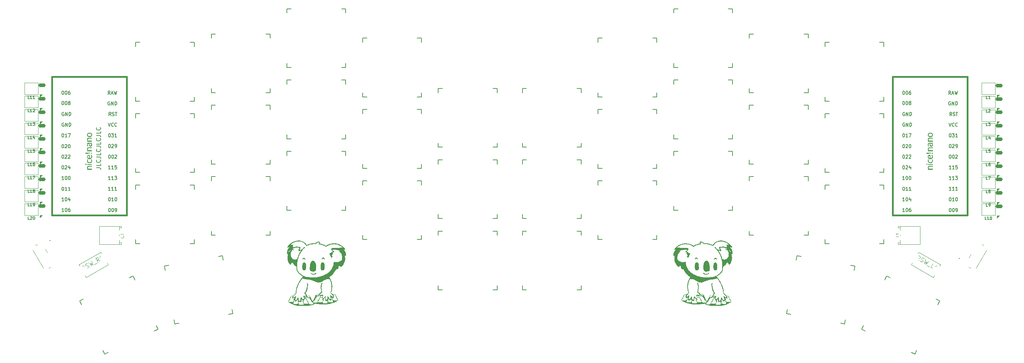
<source format=gto>
G04 #@! TF.GenerationSoftware,KiCad,Pcbnew,7.0.6*
G04 #@! TF.CreationDate,2023-08-29T20:54:38+02:00*
G04 #@! TF.ProjectId,KoalaKeeb,4b6f616c-614b-4656-9562-2e6b69636164,rev?*
G04 #@! TF.SameCoordinates,Original*
G04 #@! TF.FileFunction,Legend,Top*
G04 #@! TF.FilePolarity,Positive*
%FSLAX46Y46*%
G04 Gerber Fmt 4.6, Leading zero omitted, Abs format (unit mm)*
G04 Created by KiCad (PCBNEW 7.0.6) date 2023-08-29 20:54:38*
%MOMM*%
%LPD*%
G01*
G04 APERTURE LIST*
G04 Aperture macros list*
%AMRoundRect*
0 Rectangle with rounded corners*
0 $1 Rounding radius*
0 $2 $3 $4 $5 $6 $7 $8 $9 X,Y pos of 4 corners*
0 Add a 4 corners polygon primitive as box body*
4,1,4,$2,$3,$4,$5,$6,$7,$8,$9,$2,$3,0*
0 Add four circle primitives for the rounded corners*
1,1,$1+$1,$2,$3*
1,1,$1+$1,$4,$5*
1,1,$1+$1,$6,$7*
1,1,$1+$1,$8,$9*
0 Add four rect primitives between the rounded corners*
20,1,$1+$1,$2,$3,$4,$5,0*
20,1,$1+$1,$4,$5,$6,$7,0*
20,1,$1+$1,$6,$7,$8,$9,0*
20,1,$1+$1,$8,$9,$2,$3,0*%
%AMRotRect*
0 Rectangle, with rotation*
0 The origin of the aperture is its center*
0 $1 length*
0 $2 width*
0 $3 Rotation angle, in degrees counterclockwise*
0 Add horizontal line*
21,1,$1,$2,0,0,$3*%
G04 Aperture macros list end*
%ADD10C,0.150000*%
%ADD11C,0.100000*%
%ADD12C,0.300000*%
%ADD13C,0.200000*%
%ADD14C,0.381000*%
%ADD15C,1.752600*%
%ADD16R,1.700000X0.820000*%
%ADD17RoundRect,0.205000X-0.645000X-0.205000X0.645000X-0.205000X0.645000X0.205000X-0.645000X0.205000X0*%
%ADD18C,1.701800*%
%ADD19C,3.000000*%
%ADD20C,3.429000*%
%ADD21C,0.990600*%
%ADD22C,1.000000*%
%ADD23C,2.500000*%
%ADD24C,0.850000*%
%ADD25RotRect,0.500000X1.000000X300.000000*%
%ADD26RotRect,0.500000X0.800000X30.000000*%
%ADD27RotRect,0.500000X1.000000X60.000000*%
%ADD28RotRect,0.500000X0.800000X150.000000*%
G04 APERTURE END LIST*
D10*
X61669819Y-60877506D02*
X62384104Y-60877506D01*
X62384104Y-60877506D02*
X62526961Y-60925125D01*
X62526961Y-60925125D02*
X62622200Y-61020363D01*
X62622200Y-61020363D02*
X62669819Y-61163220D01*
X62669819Y-61163220D02*
X62669819Y-61258458D01*
X62669819Y-59925125D02*
X62669819Y-60401315D01*
X62669819Y-60401315D02*
X61669819Y-60401315D01*
X62574580Y-59020363D02*
X62622200Y-59067982D01*
X62622200Y-59067982D02*
X62669819Y-59210839D01*
X62669819Y-59210839D02*
X62669819Y-59306077D01*
X62669819Y-59306077D02*
X62622200Y-59448934D01*
X62622200Y-59448934D02*
X62526961Y-59544172D01*
X62526961Y-59544172D02*
X62431723Y-59591791D01*
X62431723Y-59591791D02*
X62241247Y-59639410D01*
X62241247Y-59639410D02*
X62098390Y-59639410D01*
X62098390Y-59639410D02*
X61907914Y-59591791D01*
X61907914Y-59591791D02*
X61812676Y-59544172D01*
X61812676Y-59544172D02*
X61717438Y-59448934D01*
X61717438Y-59448934D02*
X61669819Y-59306077D01*
X61669819Y-59306077D02*
X61669819Y-59210839D01*
X61669819Y-59210839D02*
X61717438Y-59067982D01*
X61717438Y-59067982D02*
X61765057Y-59020363D01*
X61669819Y-58306077D02*
X62384104Y-58306077D01*
X62384104Y-58306077D02*
X62526961Y-58353696D01*
X62526961Y-58353696D02*
X62622200Y-58448934D01*
X62622200Y-58448934D02*
X62669819Y-58591791D01*
X62669819Y-58591791D02*
X62669819Y-58687029D01*
X62669819Y-57353696D02*
X62669819Y-57829886D01*
X62669819Y-57829886D02*
X61669819Y-57829886D01*
X62574580Y-56448934D02*
X62622200Y-56496553D01*
X62622200Y-56496553D02*
X62669819Y-56639410D01*
X62669819Y-56639410D02*
X62669819Y-56734648D01*
X62669819Y-56734648D02*
X62622200Y-56877505D01*
X62622200Y-56877505D02*
X62526961Y-56972743D01*
X62526961Y-56972743D02*
X62431723Y-57020362D01*
X62431723Y-57020362D02*
X62241247Y-57067981D01*
X62241247Y-57067981D02*
X62098390Y-57067981D01*
X62098390Y-57067981D02*
X61907914Y-57020362D01*
X61907914Y-57020362D02*
X61812676Y-56972743D01*
X61812676Y-56972743D02*
X61717438Y-56877505D01*
X61717438Y-56877505D02*
X61669819Y-56734648D01*
X61669819Y-56734648D02*
X61669819Y-56639410D01*
X61669819Y-56639410D02*
X61717438Y-56496553D01*
X61717438Y-56496553D02*
X61765057Y-56448934D01*
X61669819Y-55734648D02*
X62384104Y-55734648D01*
X62384104Y-55734648D02*
X62526961Y-55782267D01*
X62526961Y-55782267D02*
X62622200Y-55877505D01*
X62622200Y-55877505D02*
X62669819Y-56020362D01*
X62669819Y-56020362D02*
X62669819Y-56115600D01*
X62669819Y-54782267D02*
X62669819Y-55258457D01*
X62669819Y-55258457D02*
X61669819Y-55258457D01*
X62574580Y-53877505D02*
X62622200Y-53925124D01*
X62622200Y-53925124D02*
X62669819Y-54067981D01*
X62669819Y-54067981D02*
X62669819Y-54163219D01*
X62669819Y-54163219D02*
X62622200Y-54306076D01*
X62622200Y-54306076D02*
X62526961Y-54401314D01*
X62526961Y-54401314D02*
X62431723Y-54448933D01*
X62431723Y-54448933D02*
X62241247Y-54496552D01*
X62241247Y-54496552D02*
X62098390Y-54496552D01*
X62098390Y-54496552D02*
X61907914Y-54448933D01*
X61907914Y-54448933D02*
X61812676Y-54401314D01*
X61812676Y-54401314D02*
X61717438Y-54306076D01*
X61717438Y-54306076D02*
X61669819Y-54163219D01*
X61669819Y-54163219D02*
X61669819Y-54067981D01*
X61669819Y-54067981D02*
X61717438Y-53925124D01*
X61717438Y-53925124D02*
X61765057Y-53877505D01*
X61669819Y-53163219D02*
X62384104Y-53163219D01*
X62384104Y-53163219D02*
X62526961Y-53210838D01*
X62526961Y-53210838D02*
X62622200Y-53306076D01*
X62622200Y-53306076D02*
X62669819Y-53448933D01*
X62669819Y-53448933D02*
X62669819Y-53544171D01*
X62669819Y-52210838D02*
X62669819Y-52687028D01*
X62669819Y-52687028D02*
X61669819Y-52687028D01*
X62574580Y-51306076D02*
X62622200Y-51353695D01*
X62622200Y-51353695D02*
X62669819Y-51496552D01*
X62669819Y-51496552D02*
X62669819Y-51591790D01*
X62669819Y-51591790D02*
X62622200Y-51734647D01*
X62622200Y-51734647D02*
X62526961Y-51829885D01*
X62526961Y-51829885D02*
X62431723Y-51877504D01*
X62431723Y-51877504D02*
X62241247Y-51925123D01*
X62241247Y-51925123D02*
X62098390Y-51925123D01*
X62098390Y-51925123D02*
X61907914Y-51877504D01*
X61907914Y-51877504D02*
X61812676Y-51829885D01*
X61812676Y-51829885D02*
X61717438Y-51734647D01*
X61717438Y-51734647D02*
X61669819Y-51591790D01*
X61669819Y-51591790D02*
X61669819Y-51496552D01*
X61669819Y-51496552D02*
X61717438Y-51353695D01*
X61717438Y-51353695D02*
X61765057Y-51306076D01*
X45750000Y-73216033D02*
X45416666Y-73216033D01*
X45416666Y-73216033D02*
X45416666Y-72516033D01*
X45950000Y-72582700D02*
X45983333Y-72549366D01*
X45983333Y-72549366D02*
X46050000Y-72516033D01*
X46050000Y-72516033D02*
X46216667Y-72516033D01*
X46216667Y-72516033D02*
X46283333Y-72549366D01*
X46283333Y-72549366D02*
X46316667Y-72582700D01*
X46316667Y-72582700D02*
X46350000Y-72649366D01*
X46350000Y-72649366D02*
X46350000Y-72716033D01*
X46350000Y-72716033D02*
X46316667Y-72816033D01*
X46316667Y-72816033D02*
X45916667Y-73216033D01*
X45916667Y-73216033D02*
X46350000Y-73216033D01*
X46783334Y-72516033D02*
X46850000Y-72516033D01*
X46850000Y-72516033D02*
X46916667Y-72549366D01*
X46916667Y-72549366D02*
X46950000Y-72582700D01*
X46950000Y-72582700D02*
X46983334Y-72649366D01*
X46983334Y-72649366D02*
X47016667Y-72782700D01*
X47016667Y-72782700D02*
X47016667Y-72949366D01*
X47016667Y-72949366D02*
X46983334Y-73082700D01*
X46983334Y-73082700D02*
X46950000Y-73149366D01*
X46950000Y-73149366D02*
X46916667Y-73182700D01*
X46916667Y-73182700D02*
X46850000Y-73216033D01*
X46850000Y-73216033D02*
X46783334Y-73216033D01*
X46783334Y-73216033D02*
X46716667Y-73182700D01*
X46716667Y-73182700D02*
X46683334Y-73149366D01*
X46683334Y-73149366D02*
X46650000Y-73082700D01*
X46650000Y-73082700D02*
X46616667Y-72949366D01*
X46616667Y-72949366D02*
X46616667Y-72782700D01*
X46616667Y-72782700D02*
X46650000Y-72649366D01*
X46650000Y-72649366D02*
X46683334Y-72582700D01*
X46683334Y-72582700D02*
X46716667Y-72549366D01*
X46716667Y-72549366D02*
X46783334Y-72516033D01*
X273733333Y-50866033D02*
X273399999Y-50866033D01*
X273399999Y-50866033D02*
X273399999Y-50166033D01*
X273900000Y-50166033D02*
X274333333Y-50166033D01*
X274333333Y-50166033D02*
X274100000Y-50432700D01*
X274100000Y-50432700D02*
X274200000Y-50432700D01*
X274200000Y-50432700D02*
X274266666Y-50466033D01*
X274266666Y-50466033D02*
X274300000Y-50499366D01*
X274300000Y-50499366D02*
X274333333Y-50566033D01*
X274333333Y-50566033D02*
X274333333Y-50732700D01*
X274333333Y-50732700D02*
X274300000Y-50799366D01*
X274300000Y-50799366D02*
X274266666Y-50832700D01*
X274266666Y-50832700D02*
X274200000Y-50866033D01*
X274200000Y-50866033D02*
X274000000Y-50866033D01*
X274000000Y-50866033D02*
X273933333Y-50832700D01*
X273933333Y-50832700D02*
X273900000Y-50799366D01*
D11*
X68138580Y-76666666D02*
X67424295Y-76666666D01*
X67424295Y-76666666D02*
X67281438Y-76619047D01*
X67281438Y-76619047D02*
X67186200Y-76523809D01*
X67186200Y-76523809D02*
X67138580Y-76380952D01*
X67138580Y-76380952D02*
X67138580Y-76285714D01*
X68043342Y-77095238D02*
X68090961Y-77142857D01*
X68090961Y-77142857D02*
X68138580Y-77238095D01*
X68138580Y-77238095D02*
X68138580Y-77476190D01*
X68138580Y-77476190D02*
X68090961Y-77571428D01*
X68090961Y-77571428D02*
X68043342Y-77619047D01*
X68043342Y-77619047D02*
X67948104Y-77666666D01*
X67948104Y-77666666D02*
X67852866Y-77666666D01*
X67852866Y-77666666D02*
X67710009Y-77619047D01*
X67710009Y-77619047D02*
X67138580Y-77047619D01*
X67138580Y-77047619D02*
X67138580Y-77666666D01*
D10*
X45750000Y-60416033D02*
X45416666Y-60416033D01*
X45416666Y-60416033D02*
X45416666Y-59716033D01*
X46350000Y-60416033D02*
X45950000Y-60416033D01*
X46150000Y-60416033D02*
X46150000Y-59716033D01*
X46150000Y-59716033D02*
X46083333Y-59816033D01*
X46083333Y-59816033D02*
X46016667Y-59882700D01*
X46016667Y-59882700D02*
X45950000Y-59916033D01*
X46950000Y-59716033D02*
X46816667Y-59716033D01*
X46816667Y-59716033D02*
X46750000Y-59749366D01*
X46750000Y-59749366D02*
X46716667Y-59782700D01*
X46716667Y-59782700D02*
X46650000Y-59882700D01*
X46650000Y-59882700D02*
X46616667Y-60016033D01*
X46616667Y-60016033D02*
X46616667Y-60282700D01*
X46616667Y-60282700D02*
X46650000Y-60349366D01*
X46650000Y-60349366D02*
X46683334Y-60382700D01*
X46683334Y-60382700D02*
X46750000Y-60416033D01*
X46750000Y-60416033D02*
X46883334Y-60416033D01*
X46883334Y-60416033D02*
X46950000Y-60382700D01*
X46950000Y-60382700D02*
X46983334Y-60349366D01*
X46983334Y-60349366D02*
X47016667Y-60282700D01*
X47016667Y-60282700D02*
X47016667Y-60116033D01*
X47016667Y-60116033D02*
X46983334Y-60049366D01*
X46983334Y-60049366D02*
X46950000Y-60016033D01*
X46950000Y-60016033D02*
X46883334Y-59982700D01*
X46883334Y-59982700D02*
X46750000Y-59982700D01*
X46750000Y-59982700D02*
X46683334Y-60016033D01*
X46683334Y-60016033D02*
X46650000Y-60049366D01*
X46650000Y-60049366D02*
X46616667Y-60116033D01*
X45750000Y-57216033D02*
X45416666Y-57216033D01*
X45416666Y-57216033D02*
X45416666Y-56516033D01*
X46350000Y-57216033D02*
X45950000Y-57216033D01*
X46150000Y-57216033D02*
X46150000Y-56516033D01*
X46150000Y-56516033D02*
X46083333Y-56616033D01*
X46083333Y-56616033D02*
X46016667Y-56682700D01*
X46016667Y-56682700D02*
X45950000Y-56716033D01*
X46983334Y-56516033D02*
X46650000Y-56516033D01*
X46650000Y-56516033D02*
X46616667Y-56849366D01*
X46616667Y-56849366D02*
X46650000Y-56816033D01*
X46650000Y-56816033D02*
X46716667Y-56782700D01*
X46716667Y-56782700D02*
X46883334Y-56782700D01*
X46883334Y-56782700D02*
X46950000Y-56816033D01*
X46950000Y-56816033D02*
X46983334Y-56849366D01*
X46983334Y-56849366D02*
X47016667Y-56916033D01*
X47016667Y-56916033D02*
X47016667Y-57082700D01*
X47016667Y-57082700D02*
X46983334Y-57149366D01*
X46983334Y-57149366D02*
X46950000Y-57182700D01*
X46950000Y-57182700D02*
X46883334Y-57216033D01*
X46883334Y-57216033D02*
X46716667Y-57216033D01*
X46716667Y-57216033D02*
X46650000Y-57182700D01*
X46650000Y-57182700D02*
X46616667Y-57149366D01*
X273733333Y-70066033D02*
X273399999Y-70066033D01*
X273399999Y-70066033D02*
X273399999Y-69366033D01*
X274000000Y-70066033D02*
X274133333Y-70066033D01*
X274133333Y-70066033D02*
X274200000Y-70032700D01*
X274200000Y-70032700D02*
X274233333Y-69999366D01*
X274233333Y-69999366D02*
X274300000Y-69899366D01*
X274300000Y-69899366D02*
X274333333Y-69766033D01*
X274333333Y-69766033D02*
X274333333Y-69499366D01*
X274333333Y-69499366D02*
X274300000Y-69432700D01*
X274300000Y-69432700D02*
X274266666Y-69399366D01*
X274266666Y-69399366D02*
X274200000Y-69366033D01*
X274200000Y-69366033D02*
X274066666Y-69366033D01*
X274066666Y-69366033D02*
X274000000Y-69399366D01*
X274000000Y-69399366D02*
X273966666Y-69432700D01*
X273966666Y-69432700D02*
X273933333Y-69499366D01*
X273933333Y-69499366D02*
X273933333Y-69666033D01*
X273933333Y-69666033D02*
X273966666Y-69732700D01*
X273966666Y-69732700D02*
X274000000Y-69766033D01*
X274000000Y-69766033D02*
X274066666Y-69799366D01*
X274066666Y-69799366D02*
X274200000Y-69799366D01*
X274200000Y-69799366D02*
X274266666Y-69766033D01*
X274266666Y-69766033D02*
X274300000Y-69732700D01*
X274300000Y-69732700D02*
X274333333Y-69666033D01*
X273733333Y-44466033D02*
X273399999Y-44466033D01*
X273399999Y-44466033D02*
X273399999Y-43766033D01*
X274333333Y-44466033D02*
X273933333Y-44466033D01*
X274133333Y-44466033D02*
X274133333Y-43766033D01*
X274133333Y-43766033D02*
X274066666Y-43866033D01*
X274066666Y-43866033D02*
X274000000Y-43932700D01*
X274000000Y-43932700D02*
X273933333Y-43966033D01*
D11*
X257289239Y-82963123D02*
X257238659Y-82384063D01*
X256794367Y-82677409D02*
X257294367Y-81811383D01*
X257294367Y-81811383D02*
X257624282Y-82001859D01*
X257624282Y-82001859D02*
X257682951Y-82090718D01*
X257682951Y-82090718D02*
X257700381Y-82155767D01*
X257700381Y-82155767D02*
X257694001Y-82262055D01*
X257694001Y-82262055D02*
X257622572Y-82385773D01*
X257622572Y-82385773D02*
X257533714Y-82444442D01*
X257533714Y-82444442D02*
X257468665Y-82461872D01*
X257468665Y-82461872D02*
X257362377Y-82455492D01*
X257362377Y-82455492D02*
X257032463Y-82265016D01*
X257642963Y-83112360D02*
X257742871Y-83225028D01*
X257742871Y-83225028D02*
X257949068Y-83344075D01*
X257949068Y-83344075D02*
X258055356Y-83350455D01*
X258055356Y-83350455D02*
X258120405Y-83333025D01*
X258120405Y-83333025D02*
X258209263Y-83274356D01*
X258209263Y-83274356D02*
X258256882Y-83191878D01*
X258256882Y-83191878D02*
X258263262Y-83085589D01*
X258263262Y-83085589D02*
X258245832Y-83020541D01*
X258245832Y-83020541D02*
X258187163Y-82931682D01*
X258187163Y-82931682D02*
X258046015Y-82795205D01*
X258046015Y-82795205D02*
X257987346Y-82706346D01*
X257987346Y-82706346D02*
X257969917Y-82641298D01*
X257969917Y-82641298D02*
X257976296Y-82535010D01*
X257976296Y-82535010D02*
X258023915Y-82452531D01*
X258023915Y-82452531D02*
X258112774Y-82393862D01*
X258112774Y-82393862D02*
X258177823Y-82376432D01*
X258177823Y-82376432D02*
X258284111Y-82382812D01*
X258284111Y-82382812D02*
X258490307Y-82501859D01*
X258490307Y-82501859D02*
X258590216Y-82614527D01*
X258902700Y-82739955D02*
X258608897Y-83725028D01*
X258608897Y-83725028D02*
X259130997Y-83201676D01*
X259130997Y-83201676D02*
X258938811Y-83915504D01*
X258938811Y-83915504D02*
X259645008Y-83168526D01*
X259221107Y-84188459D02*
X259880935Y-84569411D01*
X260547144Y-84844075D02*
X260134751Y-84605980D01*
X260134751Y-84605980D02*
X260634751Y-83739955D01*
X261289452Y-85272647D02*
X260794580Y-84986933D01*
X261042016Y-85129790D02*
X261542016Y-84263764D01*
X261542016Y-84263764D02*
X261388109Y-84339863D01*
X261388109Y-84339863D02*
X261258011Y-84374723D01*
X261258011Y-84374723D02*
X261151723Y-84368343D01*
D10*
X273733333Y-57266033D02*
X273399999Y-57266033D01*
X273399999Y-57266033D02*
X273399999Y-56566033D01*
X274300000Y-56566033D02*
X273966666Y-56566033D01*
X273966666Y-56566033D02*
X273933333Y-56899366D01*
X273933333Y-56899366D02*
X273966666Y-56866033D01*
X273966666Y-56866033D02*
X274033333Y-56832700D01*
X274033333Y-56832700D02*
X274200000Y-56832700D01*
X274200000Y-56832700D02*
X274266666Y-56866033D01*
X274266666Y-56866033D02*
X274300000Y-56899366D01*
X274300000Y-56899366D02*
X274333333Y-56966033D01*
X274333333Y-56966033D02*
X274333333Y-57132700D01*
X274333333Y-57132700D02*
X274300000Y-57199366D01*
X274300000Y-57199366D02*
X274266666Y-57232700D01*
X274266666Y-57232700D02*
X274200000Y-57266033D01*
X274200000Y-57266033D02*
X274033333Y-57266033D01*
X274033333Y-57266033D02*
X273966666Y-57232700D01*
X273966666Y-57232700D02*
X273933333Y-57199366D01*
X45750000Y-47616033D02*
X45416666Y-47616033D01*
X45416666Y-47616033D02*
X45416666Y-46916033D01*
X46350000Y-47616033D02*
X45950000Y-47616033D01*
X46150000Y-47616033D02*
X46150000Y-46916033D01*
X46150000Y-46916033D02*
X46083333Y-47016033D01*
X46083333Y-47016033D02*
X46016667Y-47082700D01*
X46016667Y-47082700D02*
X45950000Y-47116033D01*
X46616667Y-46982700D02*
X46650000Y-46949366D01*
X46650000Y-46949366D02*
X46716667Y-46916033D01*
X46716667Y-46916033D02*
X46883334Y-46916033D01*
X46883334Y-46916033D02*
X46950000Y-46949366D01*
X46950000Y-46949366D02*
X46983334Y-46982700D01*
X46983334Y-46982700D02*
X47016667Y-47049366D01*
X47016667Y-47049366D02*
X47016667Y-47116033D01*
X47016667Y-47116033D02*
X46983334Y-47216033D01*
X46983334Y-47216033D02*
X46583334Y-47616033D01*
X46583334Y-47616033D02*
X47016667Y-47616033D01*
X45750000Y-44416033D02*
X45416666Y-44416033D01*
X45416666Y-44416033D02*
X45416666Y-43716033D01*
X46350000Y-44416033D02*
X45950000Y-44416033D01*
X46150000Y-44416033D02*
X46150000Y-43716033D01*
X46150000Y-43716033D02*
X46083333Y-43816033D01*
X46083333Y-43816033D02*
X46016667Y-43882700D01*
X46016667Y-43882700D02*
X45950000Y-43916033D01*
X47016667Y-44416033D02*
X46616667Y-44416033D01*
X46816667Y-44416033D02*
X46816667Y-43716033D01*
X46816667Y-43716033D02*
X46750000Y-43816033D01*
X46750000Y-43816033D02*
X46683334Y-43882700D01*
X46683334Y-43882700D02*
X46616667Y-43916033D01*
X273733333Y-63666033D02*
X273399999Y-63666033D01*
X273399999Y-63666033D02*
X273399999Y-62966033D01*
X273900000Y-62966033D02*
X274366666Y-62966033D01*
X274366666Y-62966033D02*
X274066666Y-63666033D01*
X45750000Y-70016033D02*
X45416666Y-70016033D01*
X45416666Y-70016033D02*
X45416666Y-69316033D01*
X46350000Y-70016033D02*
X45950000Y-70016033D01*
X46150000Y-70016033D02*
X46150000Y-69316033D01*
X46150000Y-69316033D02*
X46083333Y-69416033D01*
X46083333Y-69416033D02*
X46016667Y-69482700D01*
X46016667Y-69482700D02*
X45950000Y-69516033D01*
X46683334Y-70016033D02*
X46816667Y-70016033D01*
X46816667Y-70016033D02*
X46883334Y-69982700D01*
X46883334Y-69982700D02*
X46916667Y-69949366D01*
X46916667Y-69949366D02*
X46983334Y-69849366D01*
X46983334Y-69849366D02*
X47016667Y-69716033D01*
X47016667Y-69716033D02*
X47016667Y-69449366D01*
X47016667Y-69449366D02*
X46983334Y-69382700D01*
X46983334Y-69382700D02*
X46950000Y-69349366D01*
X46950000Y-69349366D02*
X46883334Y-69316033D01*
X46883334Y-69316033D02*
X46750000Y-69316033D01*
X46750000Y-69316033D02*
X46683334Y-69349366D01*
X46683334Y-69349366D02*
X46650000Y-69382700D01*
X46650000Y-69382700D02*
X46616667Y-69449366D01*
X46616667Y-69449366D02*
X46616667Y-69616033D01*
X46616667Y-69616033D02*
X46650000Y-69682700D01*
X46650000Y-69682700D02*
X46683334Y-69716033D01*
X46683334Y-69716033D02*
X46750000Y-69749366D01*
X46750000Y-69749366D02*
X46883334Y-69749366D01*
X46883334Y-69749366D02*
X46950000Y-69716033D01*
X46950000Y-69716033D02*
X46983334Y-69682700D01*
X46983334Y-69682700D02*
X47016667Y-69616033D01*
X45750000Y-66816033D02*
X45416666Y-66816033D01*
X45416666Y-66816033D02*
X45416666Y-66116033D01*
X46350000Y-66816033D02*
X45950000Y-66816033D01*
X46150000Y-66816033D02*
X46150000Y-66116033D01*
X46150000Y-66116033D02*
X46083333Y-66216033D01*
X46083333Y-66216033D02*
X46016667Y-66282700D01*
X46016667Y-66282700D02*
X45950000Y-66316033D01*
X46750000Y-66416033D02*
X46683334Y-66382700D01*
X46683334Y-66382700D02*
X46650000Y-66349366D01*
X46650000Y-66349366D02*
X46616667Y-66282700D01*
X46616667Y-66282700D02*
X46616667Y-66249366D01*
X46616667Y-66249366D02*
X46650000Y-66182700D01*
X46650000Y-66182700D02*
X46683334Y-66149366D01*
X46683334Y-66149366D02*
X46750000Y-66116033D01*
X46750000Y-66116033D02*
X46883334Y-66116033D01*
X46883334Y-66116033D02*
X46950000Y-66149366D01*
X46950000Y-66149366D02*
X46983334Y-66182700D01*
X46983334Y-66182700D02*
X47016667Y-66249366D01*
X47016667Y-66249366D02*
X47016667Y-66282700D01*
X47016667Y-66282700D02*
X46983334Y-66349366D01*
X46983334Y-66349366D02*
X46950000Y-66382700D01*
X46950000Y-66382700D02*
X46883334Y-66416033D01*
X46883334Y-66416033D02*
X46750000Y-66416033D01*
X46750000Y-66416033D02*
X46683334Y-66449366D01*
X46683334Y-66449366D02*
X46650000Y-66482700D01*
X46650000Y-66482700D02*
X46616667Y-66549366D01*
X46616667Y-66549366D02*
X46616667Y-66682700D01*
X46616667Y-66682700D02*
X46650000Y-66749366D01*
X46650000Y-66749366D02*
X46683334Y-66782700D01*
X46683334Y-66782700D02*
X46750000Y-66816033D01*
X46750000Y-66816033D02*
X46883334Y-66816033D01*
X46883334Y-66816033D02*
X46950000Y-66782700D01*
X46950000Y-66782700D02*
X46983334Y-66749366D01*
X46983334Y-66749366D02*
X47016667Y-66682700D01*
X47016667Y-66682700D02*
X47016667Y-66549366D01*
X47016667Y-66549366D02*
X46983334Y-66482700D01*
X46983334Y-66482700D02*
X46950000Y-66449366D01*
X46950000Y-66449366D02*
X46883334Y-66416033D01*
X45750000Y-50816033D02*
X45416666Y-50816033D01*
X45416666Y-50816033D02*
X45416666Y-50116033D01*
X46350000Y-50816033D02*
X45950000Y-50816033D01*
X46150000Y-50816033D02*
X46150000Y-50116033D01*
X46150000Y-50116033D02*
X46083333Y-50216033D01*
X46083333Y-50216033D02*
X46016667Y-50282700D01*
X46016667Y-50282700D02*
X45950000Y-50316033D01*
X46583334Y-50116033D02*
X47016667Y-50116033D01*
X47016667Y-50116033D02*
X46783334Y-50382700D01*
X46783334Y-50382700D02*
X46883334Y-50382700D01*
X46883334Y-50382700D02*
X46950000Y-50416033D01*
X46950000Y-50416033D02*
X46983334Y-50449366D01*
X46983334Y-50449366D02*
X47016667Y-50516033D01*
X47016667Y-50516033D02*
X47016667Y-50682700D01*
X47016667Y-50682700D02*
X46983334Y-50749366D01*
X46983334Y-50749366D02*
X46950000Y-50782700D01*
X46950000Y-50782700D02*
X46883334Y-50816033D01*
X46883334Y-50816033D02*
X46683334Y-50816033D01*
X46683334Y-50816033D02*
X46616667Y-50782700D01*
X46616667Y-50782700D02*
X46583334Y-50749366D01*
D11*
X251861419Y-77333333D02*
X252575704Y-77333333D01*
X252575704Y-77333333D02*
X252718561Y-77380952D01*
X252718561Y-77380952D02*
X252813800Y-77476190D01*
X252813800Y-77476190D02*
X252861419Y-77619047D01*
X252861419Y-77619047D02*
X252861419Y-77714285D01*
X252861419Y-76333333D02*
X252861419Y-76904761D01*
X252861419Y-76619047D02*
X251861419Y-76619047D01*
X251861419Y-76619047D02*
X252004276Y-76714285D01*
X252004276Y-76714285D02*
X252099514Y-76809523D01*
X252099514Y-76809523D02*
X252147133Y-76904761D01*
D10*
X264740000Y-70572295D02*
X264816190Y-70572295D01*
X264816190Y-70572295D02*
X264892381Y-70610390D01*
X264892381Y-70610390D02*
X264930476Y-70648485D01*
X264930476Y-70648485D02*
X264968571Y-70724676D01*
X264968571Y-70724676D02*
X265006666Y-70877057D01*
X265006666Y-70877057D02*
X265006666Y-71067533D01*
X265006666Y-71067533D02*
X264968571Y-71219914D01*
X264968571Y-71219914D02*
X264930476Y-71296104D01*
X264930476Y-71296104D02*
X264892381Y-71334200D01*
X264892381Y-71334200D02*
X264816190Y-71372295D01*
X264816190Y-71372295D02*
X264740000Y-71372295D01*
X264740000Y-71372295D02*
X264663809Y-71334200D01*
X264663809Y-71334200D02*
X264625714Y-71296104D01*
X264625714Y-71296104D02*
X264587619Y-71219914D01*
X264587619Y-71219914D02*
X264549523Y-71067533D01*
X264549523Y-71067533D02*
X264549523Y-70877057D01*
X264549523Y-70877057D02*
X264587619Y-70724676D01*
X264587619Y-70724676D02*
X264625714Y-70648485D01*
X264625714Y-70648485D02*
X264663809Y-70610390D01*
X264663809Y-70610390D02*
X264740000Y-70572295D01*
X265501905Y-70572295D02*
X265578095Y-70572295D01*
X265578095Y-70572295D02*
X265654286Y-70610390D01*
X265654286Y-70610390D02*
X265692381Y-70648485D01*
X265692381Y-70648485D02*
X265730476Y-70724676D01*
X265730476Y-70724676D02*
X265768571Y-70877057D01*
X265768571Y-70877057D02*
X265768571Y-71067533D01*
X265768571Y-71067533D02*
X265730476Y-71219914D01*
X265730476Y-71219914D02*
X265692381Y-71296104D01*
X265692381Y-71296104D02*
X265654286Y-71334200D01*
X265654286Y-71334200D02*
X265578095Y-71372295D01*
X265578095Y-71372295D02*
X265501905Y-71372295D01*
X265501905Y-71372295D02*
X265425714Y-71334200D01*
X265425714Y-71334200D02*
X265387619Y-71296104D01*
X265387619Y-71296104D02*
X265349524Y-71219914D01*
X265349524Y-71219914D02*
X265311428Y-71067533D01*
X265311428Y-71067533D02*
X265311428Y-70877057D01*
X265311428Y-70877057D02*
X265349524Y-70724676D01*
X265349524Y-70724676D02*
X265387619Y-70648485D01*
X265387619Y-70648485D02*
X265425714Y-70610390D01*
X265425714Y-70610390D02*
X265501905Y-70572295D01*
X266149524Y-71372295D02*
X266301905Y-71372295D01*
X266301905Y-71372295D02*
X266378095Y-71334200D01*
X266378095Y-71334200D02*
X266416191Y-71296104D01*
X266416191Y-71296104D02*
X266492381Y-71181819D01*
X266492381Y-71181819D02*
X266530476Y-71029438D01*
X266530476Y-71029438D02*
X266530476Y-70724676D01*
X266530476Y-70724676D02*
X266492381Y-70648485D01*
X266492381Y-70648485D02*
X266454286Y-70610390D01*
X266454286Y-70610390D02*
X266378095Y-70572295D01*
X266378095Y-70572295D02*
X266225714Y-70572295D01*
X266225714Y-70572295D02*
X266149524Y-70610390D01*
X266149524Y-70610390D02*
X266111429Y-70648485D01*
X266111429Y-70648485D02*
X266073333Y-70724676D01*
X266073333Y-70724676D02*
X266073333Y-70915152D01*
X266073333Y-70915152D02*
X266111429Y-70991342D01*
X266111429Y-70991342D02*
X266149524Y-71029438D01*
X266149524Y-71029438D02*
X266225714Y-71067533D01*
X266225714Y-71067533D02*
X266378095Y-71067533D01*
X266378095Y-71067533D02*
X266454286Y-71029438D01*
X266454286Y-71029438D02*
X266492381Y-70991342D01*
X266492381Y-70991342D02*
X266530476Y-70915152D01*
X253662810Y-42592295D02*
X253739000Y-42592295D01*
X253739000Y-42592295D02*
X253815191Y-42630390D01*
X253815191Y-42630390D02*
X253853286Y-42668485D01*
X253853286Y-42668485D02*
X253891381Y-42744676D01*
X253891381Y-42744676D02*
X253929476Y-42897057D01*
X253929476Y-42897057D02*
X253929476Y-43087533D01*
X253929476Y-43087533D02*
X253891381Y-43239914D01*
X253891381Y-43239914D02*
X253853286Y-43316104D01*
X253853286Y-43316104D02*
X253815191Y-43354200D01*
X253815191Y-43354200D02*
X253739000Y-43392295D01*
X253739000Y-43392295D02*
X253662810Y-43392295D01*
X253662810Y-43392295D02*
X253586619Y-43354200D01*
X253586619Y-43354200D02*
X253548524Y-43316104D01*
X253548524Y-43316104D02*
X253510429Y-43239914D01*
X253510429Y-43239914D02*
X253472333Y-43087533D01*
X253472333Y-43087533D02*
X253472333Y-42897057D01*
X253472333Y-42897057D02*
X253510429Y-42744676D01*
X253510429Y-42744676D02*
X253548524Y-42668485D01*
X253548524Y-42668485D02*
X253586619Y-42630390D01*
X253586619Y-42630390D02*
X253662810Y-42592295D01*
X254424715Y-42592295D02*
X254500905Y-42592295D01*
X254500905Y-42592295D02*
X254577096Y-42630390D01*
X254577096Y-42630390D02*
X254615191Y-42668485D01*
X254615191Y-42668485D02*
X254653286Y-42744676D01*
X254653286Y-42744676D02*
X254691381Y-42897057D01*
X254691381Y-42897057D02*
X254691381Y-43087533D01*
X254691381Y-43087533D02*
X254653286Y-43239914D01*
X254653286Y-43239914D02*
X254615191Y-43316104D01*
X254615191Y-43316104D02*
X254577096Y-43354200D01*
X254577096Y-43354200D02*
X254500905Y-43392295D01*
X254500905Y-43392295D02*
X254424715Y-43392295D01*
X254424715Y-43392295D02*
X254348524Y-43354200D01*
X254348524Y-43354200D02*
X254310429Y-43316104D01*
X254310429Y-43316104D02*
X254272334Y-43239914D01*
X254272334Y-43239914D02*
X254234238Y-43087533D01*
X254234238Y-43087533D02*
X254234238Y-42897057D01*
X254234238Y-42897057D02*
X254272334Y-42744676D01*
X254272334Y-42744676D02*
X254310429Y-42668485D01*
X254310429Y-42668485D02*
X254348524Y-42630390D01*
X254348524Y-42630390D02*
X254424715Y-42592295D01*
X255377096Y-42592295D02*
X255224715Y-42592295D01*
X255224715Y-42592295D02*
X255148524Y-42630390D01*
X255148524Y-42630390D02*
X255110429Y-42668485D01*
X255110429Y-42668485D02*
X255034239Y-42782771D01*
X255034239Y-42782771D02*
X254996143Y-42935152D01*
X254996143Y-42935152D02*
X254996143Y-43239914D01*
X254996143Y-43239914D02*
X255034239Y-43316104D01*
X255034239Y-43316104D02*
X255072334Y-43354200D01*
X255072334Y-43354200D02*
X255148524Y-43392295D01*
X255148524Y-43392295D02*
X255300905Y-43392295D01*
X255300905Y-43392295D02*
X255377096Y-43354200D01*
X255377096Y-43354200D02*
X255415191Y-43316104D01*
X255415191Y-43316104D02*
X255453286Y-43239914D01*
X255453286Y-43239914D02*
X255453286Y-43049438D01*
X255453286Y-43049438D02*
X255415191Y-42973247D01*
X255415191Y-42973247D02*
X255377096Y-42935152D01*
X255377096Y-42935152D02*
X255300905Y-42897057D01*
X255300905Y-42897057D02*
X255148524Y-42897057D01*
X255148524Y-42897057D02*
X255072334Y-42935152D01*
X255072334Y-42935152D02*
X255034239Y-42973247D01*
X255034239Y-42973247D02*
X254996143Y-43049438D01*
X253936666Y-71342295D02*
X253479523Y-71342295D01*
X253708095Y-71342295D02*
X253708095Y-70542295D01*
X253708095Y-70542295D02*
X253631904Y-70656580D01*
X253631904Y-70656580D02*
X253555714Y-70732771D01*
X253555714Y-70732771D02*
X253479523Y-70770866D01*
X254431905Y-70542295D02*
X254508095Y-70542295D01*
X254508095Y-70542295D02*
X254584286Y-70580390D01*
X254584286Y-70580390D02*
X254622381Y-70618485D01*
X254622381Y-70618485D02*
X254660476Y-70694676D01*
X254660476Y-70694676D02*
X254698571Y-70847057D01*
X254698571Y-70847057D02*
X254698571Y-71037533D01*
X254698571Y-71037533D02*
X254660476Y-71189914D01*
X254660476Y-71189914D02*
X254622381Y-71266104D01*
X254622381Y-71266104D02*
X254584286Y-71304200D01*
X254584286Y-71304200D02*
X254508095Y-71342295D01*
X254508095Y-71342295D02*
X254431905Y-71342295D01*
X254431905Y-71342295D02*
X254355714Y-71304200D01*
X254355714Y-71304200D02*
X254317619Y-71266104D01*
X254317619Y-71266104D02*
X254279524Y-71189914D01*
X254279524Y-71189914D02*
X254241428Y-71037533D01*
X254241428Y-71037533D02*
X254241428Y-70847057D01*
X254241428Y-70847057D02*
X254279524Y-70694676D01*
X254279524Y-70694676D02*
X254317619Y-70618485D01*
X254317619Y-70618485D02*
X254355714Y-70580390D01*
X254355714Y-70580390D02*
X254431905Y-70542295D01*
X255384286Y-70542295D02*
X255231905Y-70542295D01*
X255231905Y-70542295D02*
X255155714Y-70580390D01*
X255155714Y-70580390D02*
X255117619Y-70618485D01*
X255117619Y-70618485D02*
X255041429Y-70732771D01*
X255041429Y-70732771D02*
X255003333Y-70885152D01*
X255003333Y-70885152D02*
X255003333Y-71189914D01*
X255003333Y-71189914D02*
X255041429Y-71266104D01*
X255041429Y-71266104D02*
X255079524Y-71304200D01*
X255079524Y-71304200D02*
X255155714Y-71342295D01*
X255155714Y-71342295D02*
X255308095Y-71342295D01*
X255308095Y-71342295D02*
X255384286Y-71304200D01*
X255384286Y-71304200D02*
X255422381Y-71266104D01*
X255422381Y-71266104D02*
X255460476Y-71189914D01*
X255460476Y-71189914D02*
X255460476Y-70999438D01*
X255460476Y-70999438D02*
X255422381Y-70923247D01*
X255422381Y-70923247D02*
X255384286Y-70885152D01*
X255384286Y-70885152D02*
X255308095Y-70847057D01*
X255308095Y-70847057D02*
X255155714Y-70847057D01*
X255155714Y-70847057D02*
X255079524Y-70885152D01*
X255079524Y-70885152D02*
X255041429Y-70923247D01*
X255041429Y-70923247D02*
X255003333Y-70999438D01*
X264845143Y-45170390D02*
X264768953Y-45132295D01*
X264768953Y-45132295D02*
X264654667Y-45132295D01*
X264654667Y-45132295D02*
X264540381Y-45170390D01*
X264540381Y-45170390D02*
X264464191Y-45246580D01*
X264464191Y-45246580D02*
X264426096Y-45322771D01*
X264426096Y-45322771D02*
X264388000Y-45475152D01*
X264388000Y-45475152D02*
X264388000Y-45589438D01*
X264388000Y-45589438D02*
X264426096Y-45741819D01*
X264426096Y-45741819D02*
X264464191Y-45818009D01*
X264464191Y-45818009D02*
X264540381Y-45894200D01*
X264540381Y-45894200D02*
X264654667Y-45932295D01*
X264654667Y-45932295D02*
X264730858Y-45932295D01*
X264730858Y-45932295D02*
X264845143Y-45894200D01*
X264845143Y-45894200D02*
X264883239Y-45856104D01*
X264883239Y-45856104D02*
X264883239Y-45589438D01*
X264883239Y-45589438D02*
X264730858Y-45589438D01*
X265226096Y-45932295D02*
X265226096Y-45132295D01*
X265226096Y-45132295D02*
X265683239Y-45932295D01*
X265683239Y-45932295D02*
X265683239Y-45132295D01*
X266064191Y-45932295D02*
X266064191Y-45132295D01*
X266064191Y-45132295D02*
X266254667Y-45132295D01*
X266254667Y-45132295D02*
X266368953Y-45170390D01*
X266368953Y-45170390D02*
X266445143Y-45246580D01*
X266445143Y-45246580D02*
X266483238Y-45322771D01*
X266483238Y-45322771D02*
X266521334Y-45475152D01*
X266521334Y-45475152D02*
X266521334Y-45589438D01*
X266521334Y-45589438D02*
X266483238Y-45741819D01*
X266483238Y-45741819D02*
X266445143Y-45818009D01*
X266445143Y-45818009D02*
X266368953Y-45894200D01*
X266368953Y-45894200D02*
X266254667Y-45932295D01*
X266254667Y-45932295D02*
X266064191Y-45932295D01*
X253929476Y-63712295D02*
X253472333Y-63712295D01*
X253700905Y-63712295D02*
X253700905Y-62912295D01*
X253700905Y-62912295D02*
X253624714Y-63026580D01*
X253624714Y-63026580D02*
X253548524Y-63102771D01*
X253548524Y-63102771D02*
X253472333Y-63140866D01*
X254424715Y-62912295D02*
X254500905Y-62912295D01*
X254500905Y-62912295D02*
X254577096Y-62950390D01*
X254577096Y-62950390D02*
X254615191Y-62988485D01*
X254615191Y-62988485D02*
X254653286Y-63064676D01*
X254653286Y-63064676D02*
X254691381Y-63217057D01*
X254691381Y-63217057D02*
X254691381Y-63407533D01*
X254691381Y-63407533D02*
X254653286Y-63559914D01*
X254653286Y-63559914D02*
X254615191Y-63636104D01*
X254615191Y-63636104D02*
X254577096Y-63674200D01*
X254577096Y-63674200D02*
X254500905Y-63712295D01*
X254500905Y-63712295D02*
X254424715Y-63712295D01*
X254424715Y-63712295D02*
X254348524Y-63674200D01*
X254348524Y-63674200D02*
X254310429Y-63636104D01*
X254310429Y-63636104D02*
X254272334Y-63559914D01*
X254272334Y-63559914D02*
X254234238Y-63407533D01*
X254234238Y-63407533D02*
X254234238Y-63217057D01*
X254234238Y-63217057D02*
X254272334Y-63064676D01*
X254272334Y-63064676D02*
X254310429Y-62988485D01*
X254310429Y-62988485D02*
X254348524Y-62950390D01*
X254348524Y-62950390D02*
X254424715Y-62912295D01*
X255186620Y-62912295D02*
X255262810Y-62912295D01*
X255262810Y-62912295D02*
X255339001Y-62950390D01*
X255339001Y-62950390D02*
X255377096Y-62988485D01*
X255377096Y-62988485D02*
X255415191Y-63064676D01*
X255415191Y-63064676D02*
X255453286Y-63217057D01*
X255453286Y-63217057D02*
X255453286Y-63407533D01*
X255453286Y-63407533D02*
X255415191Y-63559914D01*
X255415191Y-63559914D02*
X255377096Y-63636104D01*
X255377096Y-63636104D02*
X255339001Y-63674200D01*
X255339001Y-63674200D02*
X255262810Y-63712295D01*
X255262810Y-63712295D02*
X255186620Y-63712295D01*
X255186620Y-63712295D02*
X255110429Y-63674200D01*
X255110429Y-63674200D02*
X255072334Y-63636104D01*
X255072334Y-63636104D02*
X255034239Y-63559914D01*
X255034239Y-63559914D02*
X254996143Y-63407533D01*
X254996143Y-63407533D02*
X254996143Y-63217057D01*
X254996143Y-63217057D02*
X255034239Y-63064676D01*
X255034239Y-63064676D02*
X255072334Y-62988485D01*
X255072334Y-62988485D02*
X255110429Y-62950390D01*
X255110429Y-62950390D02*
X255186620Y-62912295D01*
X264737191Y-52752295D02*
X264813381Y-52752295D01*
X264813381Y-52752295D02*
X264889572Y-52790390D01*
X264889572Y-52790390D02*
X264927667Y-52828485D01*
X264927667Y-52828485D02*
X264965762Y-52904676D01*
X264965762Y-52904676D02*
X265003857Y-53057057D01*
X265003857Y-53057057D02*
X265003857Y-53247533D01*
X265003857Y-53247533D02*
X264965762Y-53399914D01*
X264965762Y-53399914D02*
X264927667Y-53476104D01*
X264927667Y-53476104D02*
X264889572Y-53514200D01*
X264889572Y-53514200D02*
X264813381Y-53552295D01*
X264813381Y-53552295D02*
X264737191Y-53552295D01*
X264737191Y-53552295D02*
X264661000Y-53514200D01*
X264661000Y-53514200D02*
X264622905Y-53476104D01*
X264622905Y-53476104D02*
X264584810Y-53399914D01*
X264584810Y-53399914D02*
X264546714Y-53247533D01*
X264546714Y-53247533D02*
X264546714Y-53057057D01*
X264546714Y-53057057D02*
X264584810Y-52904676D01*
X264584810Y-52904676D02*
X264622905Y-52828485D01*
X264622905Y-52828485D02*
X264661000Y-52790390D01*
X264661000Y-52790390D02*
X264737191Y-52752295D01*
X265270524Y-52752295D02*
X265765762Y-52752295D01*
X265765762Y-52752295D02*
X265499096Y-53057057D01*
X265499096Y-53057057D02*
X265613381Y-53057057D01*
X265613381Y-53057057D02*
X265689572Y-53095152D01*
X265689572Y-53095152D02*
X265727667Y-53133247D01*
X265727667Y-53133247D02*
X265765762Y-53209438D01*
X265765762Y-53209438D02*
X265765762Y-53399914D01*
X265765762Y-53399914D02*
X265727667Y-53476104D01*
X265727667Y-53476104D02*
X265689572Y-53514200D01*
X265689572Y-53514200D02*
X265613381Y-53552295D01*
X265613381Y-53552295D02*
X265384810Y-53552295D01*
X265384810Y-53552295D02*
X265308619Y-53514200D01*
X265308619Y-53514200D02*
X265270524Y-53476104D01*
X266527667Y-53552295D02*
X266070524Y-53552295D01*
X266299096Y-53552295D02*
X266299096Y-52752295D01*
X266299096Y-52752295D02*
X266222905Y-52866580D01*
X266222905Y-52866580D02*
X266146715Y-52942771D01*
X266146715Y-52942771D02*
X266070524Y-52980866D01*
X264737191Y-55292295D02*
X264813381Y-55292295D01*
X264813381Y-55292295D02*
X264889572Y-55330390D01*
X264889572Y-55330390D02*
X264927667Y-55368485D01*
X264927667Y-55368485D02*
X264965762Y-55444676D01*
X264965762Y-55444676D02*
X265003857Y-55597057D01*
X265003857Y-55597057D02*
X265003857Y-55787533D01*
X265003857Y-55787533D02*
X264965762Y-55939914D01*
X264965762Y-55939914D02*
X264927667Y-56016104D01*
X264927667Y-56016104D02*
X264889572Y-56054200D01*
X264889572Y-56054200D02*
X264813381Y-56092295D01*
X264813381Y-56092295D02*
X264737191Y-56092295D01*
X264737191Y-56092295D02*
X264661000Y-56054200D01*
X264661000Y-56054200D02*
X264622905Y-56016104D01*
X264622905Y-56016104D02*
X264584810Y-55939914D01*
X264584810Y-55939914D02*
X264546714Y-55787533D01*
X264546714Y-55787533D02*
X264546714Y-55597057D01*
X264546714Y-55597057D02*
X264584810Y-55444676D01*
X264584810Y-55444676D02*
X264622905Y-55368485D01*
X264622905Y-55368485D02*
X264661000Y-55330390D01*
X264661000Y-55330390D02*
X264737191Y-55292295D01*
X265308619Y-55368485D02*
X265346715Y-55330390D01*
X265346715Y-55330390D02*
X265422905Y-55292295D01*
X265422905Y-55292295D02*
X265613381Y-55292295D01*
X265613381Y-55292295D02*
X265689572Y-55330390D01*
X265689572Y-55330390D02*
X265727667Y-55368485D01*
X265727667Y-55368485D02*
X265765762Y-55444676D01*
X265765762Y-55444676D02*
X265765762Y-55520866D01*
X265765762Y-55520866D02*
X265727667Y-55635152D01*
X265727667Y-55635152D02*
X265270524Y-56092295D01*
X265270524Y-56092295D02*
X265765762Y-56092295D01*
X266146715Y-56092295D02*
X266299096Y-56092295D01*
X266299096Y-56092295D02*
X266375286Y-56054200D01*
X266375286Y-56054200D02*
X266413382Y-56016104D01*
X266413382Y-56016104D02*
X266489572Y-55901819D01*
X266489572Y-55901819D02*
X266527667Y-55749438D01*
X266527667Y-55749438D02*
X266527667Y-55444676D01*
X266527667Y-55444676D02*
X266489572Y-55368485D01*
X266489572Y-55368485D02*
X266451477Y-55330390D01*
X266451477Y-55330390D02*
X266375286Y-55292295D01*
X266375286Y-55292295D02*
X266222905Y-55292295D01*
X266222905Y-55292295D02*
X266146715Y-55330390D01*
X266146715Y-55330390D02*
X266108620Y-55368485D01*
X266108620Y-55368485D02*
X266070524Y-55444676D01*
X266070524Y-55444676D02*
X266070524Y-55635152D01*
X266070524Y-55635152D02*
X266108620Y-55711342D01*
X266108620Y-55711342D02*
X266146715Y-55749438D01*
X266146715Y-55749438D02*
X266222905Y-55787533D01*
X266222905Y-55787533D02*
X266375286Y-55787533D01*
X266375286Y-55787533D02*
X266451477Y-55749438D01*
X266451477Y-55749438D02*
X266489572Y-55711342D01*
X266489572Y-55711342D02*
X266527667Y-55635152D01*
X264737191Y-57832295D02*
X264813381Y-57832295D01*
X264813381Y-57832295D02*
X264889572Y-57870390D01*
X264889572Y-57870390D02*
X264927667Y-57908485D01*
X264927667Y-57908485D02*
X264965762Y-57984676D01*
X264965762Y-57984676D02*
X265003857Y-58137057D01*
X265003857Y-58137057D02*
X265003857Y-58327533D01*
X265003857Y-58327533D02*
X264965762Y-58479914D01*
X264965762Y-58479914D02*
X264927667Y-58556104D01*
X264927667Y-58556104D02*
X264889572Y-58594200D01*
X264889572Y-58594200D02*
X264813381Y-58632295D01*
X264813381Y-58632295D02*
X264737191Y-58632295D01*
X264737191Y-58632295D02*
X264661000Y-58594200D01*
X264661000Y-58594200D02*
X264622905Y-58556104D01*
X264622905Y-58556104D02*
X264584810Y-58479914D01*
X264584810Y-58479914D02*
X264546714Y-58327533D01*
X264546714Y-58327533D02*
X264546714Y-58137057D01*
X264546714Y-58137057D02*
X264584810Y-57984676D01*
X264584810Y-57984676D02*
X264622905Y-57908485D01*
X264622905Y-57908485D02*
X264661000Y-57870390D01*
X264661000Y-57870390D02*
X264737191Y-57832295D01*
X265499096Y-57832295D02*
X265575286Y-57832295D01*
X265575286Y-57832295D02*
X265651477Y-57870390D01*
X265651477Y-57870390D02*
X265689572Y-57908485D01*
X265689572Y-57908485D02*
X265727667Y-57984676D01*
X265727667Y-57984676D02*
X265765762Y-58137057D01*
X265765762Y-58137057D02*
X265765762Y-58327533D01*
X265765762Y-58327533D02*
X265727667Y-58479914D01*
X265727667Y-58479914D02*
X265689572Y-58556104D01*
X265689572Y-58556104D02*
X265651477Y-58594200D01*
X265651477Y-58594200D02*
X265575286Y-58632295D01*
X265575286Y-58632295D02*
X265499096Y-58632295D01*
X265499096Y-58632295D02*
X265422905Y-58594200D01*
X265422905Y-58594200D02*
X265384810Y-58556104D01*
X265384810Y-58556104D02*
X265346715Y-58479914D01*
X265346715Y-58479914D02*
X265308619Y-58327533D01*
X265308619Y-58327533D02*
X265308619Y-58137057D01*
X265308619Y-58137057D02*
X265346715Y-57984676D01*
X265346715Y-57984676D02*
X265384810Y-57908485D01*
X265384810Y-57908485D02*
X265422905Y-57870390D01*
X265422905Y-57870390D02*
X265499096Y-57832295D01*
X266070524Y-57908485D02*
X266108620Y-57870390D01*
X266108620Y-57870390D02*
X266184810Y-57832295D01*
X266184810Y-57832295D02*
X266375286Y-57832295D01*
X266375286Y-57832295D02*
X266451477Y-57870390D01*
X266451477Y-57870390D02*
X266489572Y-57908485D01*
X266489572Y-57908485D02*
X266527667Y-57984676D01*
X266527667Y-57984676D02*
X266527667Y-58060866D01*
X266527667Y-58060866D02*
X266489572Y-58175152D01*
X266489572Y-58175152D02*
X266032429Y-58632295D01*
X266032429Y-58632295D02*
X266527667Y-58632295D01*
X265149905Y-48472295D02*
X264883238Y-48091342D01*
X264692762Y-48472295D02*
X264692762Y-47672295D01*
X264692762Y-47672295D02*
X264997524Y-47672295D01*
X264997524Y-47672295D02*
X265073714Y-47710390D01*
X265073714Y-47710390D02*
X265111809Y-47748485D01*
X265111809Y-47748485D02*
X265149905Y-47824676D01*
X265149905Y-47824676D02*
X265149905Y-47938961D01*
X265149905Y-47938961D02*
X265111809Y-48015152D01*
X265111809Y-48015152D02*
X265073714Y-48053247D01*
X265073714Y-48053247D02*
X264997524Y-48091342D01*
X264997524Y-48091342D02*
X264692762Y-48091342D01*
X265454666Y-48434200D02*
X265568952Y-48472295D01*
X265568952Y-48472295D02*
X265759428Y-48472295D01*
X265759428Y-48472295D02*
X265835619Y-48434200D01*
X265835619Y-48434200D02*
X265873714Y-48396104D01*
X265873714Y-48396104D02*
X265911809Y-48319914D01*
X265911809Y-48319914D02*
X265911809Y-48243723D01*
X265911809Y-48243723D02*
X265873714Y-48167533D01*
X265873714Y-48167533D02*
X265835619Y-48129438D01*
X265835619Y-48129438D02*
X265759428Y-48091342D01*
X265759428Y-48091342D02*
X265607047Y-48053247D01*
X265607047Y-48053247D02*
X265530857Y-48015152D01*
X265530857Y-48015152D02*
X265492762Y-47977057D01*
X265492762Y-47977057D02*
X265454666Y-47900866D01*
X265454666Y-47900866D02*
X265454666Y-47824676D01*
X265454666Y-47824676D02*
X265492762Y-47748485D01*
X265492762Y-47748485D02*
X265530857Y-47710390D01*
X265530857Y-47710390D02*
X265607047Y-47672295D01*
X265607047Y-47672295D02*
X265797524Y-47672295D01*
X265797524Y-47672295D02*
X265911809Y-47710390D01*
X266140381Y-47672295D02*
X266597524Y-47672295D01*
X266368952Y-48472295D02*
X266368952Y-47672295D01*
X253662810Y-57862295D02*
X253739000Y-57862295D01*
X253739000Y-57862295D02*
X253815191Y-57900390D01*
X253815191Y-57900390D02*
X253853286Y-57938485D01*
X253853286Y-57938485D02*
X253891381Y-58014676D01*
X253891381Y-58014676D02*
X253929476Y-58167057D01*
X253929476Y-58167057D02*
X253929476Y-58357533D01*
X253929476Y-58357533D02*
X253891381Y-58509914D01*
X253891381Y-58509914D02*
X253853286Y-58586104D01*
X253853286Y-58586104D02*
X253815191Y-58624200D01*
X253815191Y-58624200D02*
X253739000Y-58662295D01*
X253739000Y-58662295D02*
X253662810Y-58662295D01*
X253662810Y-58662295D02*
X253586619Y-58624200D01*
X253586619Y-58624200D02*
X253548524Y-58586104D01*
X253548524Y-58586104D02*
X253510429Y-58509914D01*
X253510429Y-58509914D02*
X253472333Y-58357533D01*
X253472333Y-58357533D02*
X253472333Y-58167057D01*
X253472333Y-58167057D02*
X253510429Y-58014676D01*
X253510429Y-58014676D02*
X253548524Y-57938485D01*
X253548524Y-57938485D02*
X253586619Y-57900390D01*
X253586619Y-57900390D02*
X253662810Y-57862295D01*
X254234238Y-57938485D02*
X254272334Y-57900390D01*
X254272334Y-57900390D02*
X254348524Y-57862295D01*
X254348524Y-57862295D02*
X254539000Y-57862295D01*
X254539000Y-57862295D02*
X254615191Y-57900390D01*
X254615191Y-57900390D02*
X254653286Y-57938485D01*
X254653286Y-57938485D02*
X254691381Y-58014676D01*
X254691381Y-58014676D02*
X254691381Y-58090866D01*
X254691381Y-58090866D02*
X254653286Y-58205152D01*
X254653286Y-58205152D02*
X254196143Y-58662295D01*
X254196143Y-58662295D02*
X254691381Y-58662295D01*
X254996143Y-57938485D02*
X255034239Y-57900390D01*
X255034239Y-57900390D02*
X255110429Y-57862295D01*
X255110429Y-57862295D02*
X255300905Y-57862295D01*
X255300905Y-57862295D02*
X255377096Y-57900390D01*
X255377096Y-57900390D02*
X255415191Y-57938485D01*
X255415191Y-57938485D02*
X255453286Y-58014676D01*
X255453286Y-58014676D02*
X255453286Y-58090866D01*
X255453286Y-58090866D02*
X255415191Y-58205152D01*
X255415191Y-58205152D02*
X254958048Y-58662295D01*
X254958048Y-58662295D02*
X255453286Y-58662295D01*
X253929476Y-50250390D02*
X253853286Y-50212295D01*
X253853286Y-50212295D02*
X253739000Y-50212295D01*
X253739000Y-50212295D02*
X253624714Y-50250390D01*
X253624714Y-50250390D02*
X253548524Y-50326580D01*
X253548524Y-50326580D02*
X253510429Y-50402771D01*
X253510429Y-50402771D02*
X253472333Y-50555152D01*
X253472333Y-50555152D02*
X253472333Y-50669438D01*
X253472333Y-50669438D02*
X253510429Y-50821819D01*
X253510429Y-50821819D02*
X253548524Y-50898009D01*
X253548524Y-50898009D02*
X253624714Y-50974200D01*
X253624714Y-50974200D02*
X253739000Y-51012295D01*
X253739000Y-51012295D02*
X253815191Y-51012295D01*
X253815191Y-51012295D02*
X253929476Y-50974200D01*
X253929476Y-50974200D02*
X253967572Y-50936104D01*
X253967572Y-50936104D02*
X253967572Y-50669438D01*
X253967572Y-50669438D02*
X253815191Y-50669438D01*
X254310429Y-51012295D02*
X254310429Y-50212295D01*
X254310429Y-50212295D02*
X254767572Y-51012295D01*
X254767572Y-51012295D02*
X254767572Y-50212295D01*
X255148524Y-51012295D02*
X255148524Y-50212295D01*
X255148524Y-50212295D02*
X255339000Y-50212295D01*
X255339000Y-50212295D02*
X255453286Y-50250390D01*
X255453286Y-50250390D02*
X255529476Y-50326580D01*
X255529476Y-50326580D02*
X255567571Y-50402771D01*
X255567571Y-50402771D02*
X255605667Y-50555152D01*
X255605667Y-50555152D02*
X255605667Y-50669438D01*
X255605667Y-50669438D02*
X255567571Y-50821819D01*
X255567571Y-50821819D02*
X255529476Y-50898009D01*
X255529476Y-50898009D02*
X255453286Y-50974200D01*
X255453286Y-50974200D02*
X255339000Y-51012295D01*
X255339000Y-51012295D02*
X255148524Y-51012295D01*
X265003857Y-66252295D02*
X264546714Y-66252295D01*
X264775286Y-66252295D02*
X264775286Y-65452295D01*
X264775286Y-65452295D02*
X264699095Y-65566580D01*
X264699095Y-65566580D02*
X264622905Y-65642771D01*
X264622905Y-65642771D02*
X264546714Y-65680866D01*
X265765762Y-66252295D02*
X265308619Y-66252295D01*
X265537191Y-66252295D02*
X265537191Y-65452295D01*
X265537191Y-65452295D02*
X265461000Y-65566580D01*
X265461000Y-65566580D02*
X265384810Y-65642771D01*
X265384810Y-65642771D02*
X265308619Y-65680866D01*
X266527667Y-66252295D02*
X266070524Y-66252295D01*
X266299096Y-66252295D02*
X266299096Y-65452295D01*
X266299096Y-65452295D02*
X266222905Y-65566580D01*
X266222905Y-65566580D02*
X266146715Y-65642771D01*
X266146715Y-65642771D02*
X266070524Y-65680866D01*
X253670000Y-65502295D02*
X253746190Y-65502295D01*
X253746190Y-65502295D02*
X253822381Y-65540390D01*
X253822381Y-65540390D02*
X253860476Y-65578485D01*
X253860476Y-65578485D02*
X253898571Y-65654676D01*
X253898571Y-65654676D02*
X253936666Y-65807057D01*
X253936666Y-65807057D02*
X253936666Y-65997533D01*
X253936666Y-65997533D02*
X253898571Y-66149914D01*
X253898571Y-66149914D02*
X253860476Y-66226104D01*
X253860476Y-66226104D02*
X253822381Y-66264200D01*
X253822381Y-66264200D02*
X253746190Y-66302295D01*
X253746190Y-66302295D02*
X253670000Y-66302295D01*
X253670000Y-66302295D02*
X253593809Y-66264200D01*
X253593809Y-66264200D02*
X253555714Y-66226104D01*
X253555714Y-66226104D02*
X253517619Y-66149914D01*
X253517619Y-66149914D02*
X253479523Y-65997533D01*
X253479523Y-65997533D02*
X253479523Y-65807057D01*
X253479523Y-65807057D02*
X253517619Y-65654676D01*
X253517619Y-65654676D02*
X253555714Y-65578485D01*
X253555714Y-65578485D02*
X253593809Y-65540390D01*
X253593809Y-65540390D02*
X253670000Y-65502295D01*
X254698571Y-66302295D02*
X254241428Y-66302295D01*
X254470000Y-66302295D02*
X254470000Y-65502295D01*
X254470000Y-65502295D02*
X254393809Y-65616580D01*
X254393809Y-65616580D02*
X254317619Y-65692771D01*
X254317619Y-65692771D02*
X254241428Y-65730866D01*
X255460476Y-66302295D02*
X255003333Y-66302295D01*
X255231905Y-66302295D02*
X255231905Y-65502295D01*
X255231905Y-65502295D02*
X255155714Y-65616580D01*
X255155714Y-65616580D02*
X255079524Y-65692771D01*
X255079524Y-65692771D02*
X255003333Y-65730866D01*
X253662810Y-52762295D02*
X253739000Y-52762295D01*
X253739000Y-52762295D02*
X253815191Y-52800390D01*
X253815191Y-52800390D02*
X253853286Y-52838485D01*
X253853286Y-52838485D02*
X253891381Y-52914676D01*
X253891381Y-52914676D02*
X253929476Y-53067057D01*
X253929476Y-53067057D02*
X253929476Y-53257533D01*
X253929476Y-53257533D02*
X253891381Y-53409914D01*
X253891381Y-53409914D02*
X253853286Y-53486104D01*
X253853286Y-53486104D02*
X253815191Y-53524200D01*
X253815191Y-53524200D02*
X253739000Y-53562295D01*
X253739000Y-53562295D02*
X253662810Y-53562295D01*
X253662810Y-53562295D02*
X253586619Y-53524200D01*
X253586619Y-53524200D02*
X253548524Y-53486104D01*
X253548524Y-53486104D02*
X253510429Y-53409914D01*
X253510429Y-53409914D02*
X253472333Y-53257533D01*
X253472333Y-53257533D02*
X253472333Y-53067057D01*
X253472333Y-53067057D02*
X253510429Y-52914676D01*
X253510429Y-52914676D02*
X253548524Y-52838485D01*
X253548524Y-52838485D02*
X253586619Y-52800390D01*
X253586619Y-52800390D02*
X253662810Y-52762295D01*
X254691381Y-53562295D02*
X254234238Y-53562295D01*
X254462810Y-53562295D02*
X254462810Y-52762295D01*
X254462810Y-52762295D02*
X254386619Y-52876580D01*
X254386619Y-52876580D02*
X254310429Y-52952771D01*
X254310429Y-52952771D02*
X254234238Y-52990866D01*
X254958048Y-52762295D02*
X255491382Y-52762295D01*
X255491382Y-52762295D02*
X255148524Y-53562295D01*
X265003857Y-63712295D02*
X264546714Y-63712295D01*
X264775286Y-63712295D02*
X264775286Y-62912295D01*
X264775286Y-62912295D02*
X264699095Y-63026580D01*
X264699095Y-63026580D02*
X264622905Y-63102771D01*
X264622905Y-63102771D02*
X264546714Y-63140866D01*
X265765762Y-63712295D02*
X265308619Y-63712295D01*
X265537191Y-63712295D02*
X265537191Y-62912295D01*
X265537191Y-62912295D02*
X265461000Y-63026580D01*
X265461000Y-63026580D02*
X265384810Y-63102771D01*
X265384810Y-63102771D02*
X265308619Y-63140866D01*
X266032429Y-62912295D02*
X266527667Y-62912295D01*
X266527667Y-62912295D02*
X266261001Y-63217057D01*
X266261001Y-63217057D02*
X266375286Y-63217057D01*
X266375286Y-63217057D02*
X266451477Y-63255152D01*
X266451477Y-63255152D02*
X266489572Y-63293247D01*
X266489572Y-63293247D02*
X266527667Y-63369438D01*
X266527667Y-63369438D02*
X266527667Y-63559914D01*
X266527667Y-63559914D02*
X266489572Y-63636104D01*
X266489572Y-63636104D02*
X266451477Y-63674200D01*
X266451477Y-63674200D02*
X266375286Y-63712295D01*
X266375286Y-63712295D02*
X266146715Y-63712295D01*
X266146715Y-63712295D02*
X266070524Y-63674200D01*
X266070524Y-63674200D02*
X266032429Y-63636104D01*
X264470524Y-50212295D02*
X264737191Y-51012295D01*
X264737191Y-51012295D02*
X265003857Y-50212295D01*
X265727667Y-50936104D02*
X265689571Y-50974200D01*
X265689571Y-50974200D02*
X265575286Y-51012295D01*
X265575286Y-51012295D02*
X265499095Y-51012295D01*
X265499095Y-51012295D02*
X265384809Y-50974200D01*
X265384809Y-50974200D02*
X265308619Y-50898009D01*
X265308619Y-50898009D02*
X265270524Y-50821819D01*
X265270524Y-50821819D02*
X265232428Y-50669438D01*
X265232428Y-50669438D02*
X265232428Y-50555152D01*
X265232428Y-50555152D02*
X265270524Y-50402771D01*
X265270524Y-50402771D02*
X265308619Y-50326580D01*
X265308619Y-50326580D02*
X265384809Y-50250390D01*
X265384809Y-50250390D02*
X265499095Y-50212295D01*
X265499095Y-50212295D02*
X265575286Y-50212295D01*
X265575286Y-50212295D02*
X265689571Y-50250390D01*
X265689571Y-50250390D02*
X265727667Y-50288485D01*
X266527667Y-50936104D02*
X266489571Y-50974200D01*
X266489571Y-50974200D02*
X266375286Y-51012295D01*
X266375286Y-51012295D02*
X266299095Y-51012295D01*
X266299095Y-51012295D02*
X266184809Y-50974200D01*
X266184809Y-50974200D02*
X266108619Y-50898009D01*
X266108619Y-50898009D02*
X266070524Y-50821819D01*
X266070524Y-50821819D02*
X266032428Y-50669438D01*
X266032428Y-50669438D02*
X266032428Y-50555152D01*
X266032428Y-50555152D02*
X266070524Y-50402771D01*
X266070524Y-50402771D02*
X266108619Y-50326580D01*
X266108619Y-50326580D02*
X266184809Y-50250390D01*
X266184809Y-50250390D02*
X266299095Y-50212295D01*
X266299095Y-50212295D02*
X266375286Y-50212295D01*
X266375286Y-50212295D02*
X266489571Y-50250390D01*
X266489571Y-50250390D02*
X266527667Y-50288485D01*
D12*
G36*
X260622500Y-60457013D02*
G01*
X260622500Y-60650819D01*
X259972203Y-60650819D01*
X259957530Y-60650887D01*
X259938268Y-60651187D01*
X259919348Y-60651728D01*
X259900773Y-60652510D01*
X259882540Y-60653532D01*
X259864651Y-60654794D01*
X259847106Y-60656297D01*
X259829904Y-60658040D01*
X259825657Y-60658513D01*
X259809051Y-60660654D01*
X259793303Y-60663230D01*
X259778413Y-60666241D01*
X259761009Y-60670617D01*
X259744947Y-60675672D01*
X259730226Y-60681407D01*
X259716847Y-60687822D01*
X259703883Y-60695711D01*
X259692010Y-60704495D01*
X259679203Y-60716215D01*
X259667967Y-60729224D01*
X259658303Y-60743521D01*
X259652733Y-60753768D01*
X259646717Y-60767694D01*
X259641721Y-60783141D01*
X259637744Y-60800109D01*
X259635297Y-60814778D01*
X259633502Y-60830420D01*
X259632360Y-60847035D01*
X259631871Y-60864623D01*
X259631851Y-60869172D01*
X259632452Y-60887290D01*
X259634255Y-60905557D01*
X259637260Y-60923972D01*
X259641468Y-60942537D01*
X259646877Y-60961250D01*
X259651723Y-60975383D01*
X259657246Y-60989599D01*
X259663444Y-61003899D01*
X259670319Y-61018283D01*
X259677669Y-61032611D01*
X259685431Y-61046881D01*
X259693606Y-61061093D01*
X259702192Y-61075247D01*
X259711191Y-61089343D01*
X259720602Y-61103381D01*
X259730425Y-61117361D01*
X259740661Y-61131283D01*
X259751308Y-61145147D01*
X259762368Y-61158954D01*
X259769970Y-61168126D01*
X260622500Y-61168126D01*
X260622500Y-61361566D01*
X259473581Y-61361566D01*
X259473581Y-61168126D01*
X259608403Y-61168126D01*
X259594362Y-61151868D01*
X259580952Y-61135655D01*
X259568173Y-61119488D01*
X259556025Y-61103365D01*
X259544508Y-61087288D01*
X259533622Y-61071255D01*
X259523367Y-61055268D01*
X259513744Y-61039326D01*
X259504751Y-61023429D01*
X259496390Y-61007577D01*
X259491167Y-60997034D01*
X259483834Y-60981085D01*
X259477222Y-60964975D01*
X259471331Y-60948705D01*
X259466162Y-60932273D01*
X259461714Y-60915680D01*
X259457988Y-60898927D01*
X259454982Y-60882012D01*
X259452698Y-60864936D01*
X259451136Y-60847700D01*
X259450294Y-60830302D01*
X259450134Y-60818614D01*
X259450567Y-60797656D01*
X259451868Y-60777278D01*
X259454036Y-60757481D01*
X259457072Y-60738266D01*
X259460974Y-60719631D01*
X259465744Y-60701578D01*
X259471382Y-60684105D01*
X259477886Y-60667214D01*
X259485258Y-60650904D01*
X259493496Y-60635174D01*
X259502603Y-60620026D01*
X259512576Y-60605459D01*
X259523417Y-60591473D01*
X259535125Y-60578067D01*
X259547700Y-60565243D01*
X259561142Y-60553000D01*
X259575362Y-60541377D01*
X259590360Y-60530503D01*
X259606136Y-60520379D01*
X259622691Y-60511006D01*
X259640025Y-60502382D01*
X259658137Y-60494508D01*
X259677028Y-60487384D01*
X259696697Y-60481009D01*
X259717145Y-60475385D01*
X259738371Y-60470511D01*
X259760376Y-60466386D01*
X259783159Y-60463012D01*
X259806721Y-60460387D01*
X259831061Y-60458512D01*
X259856180Y-60457388D01*
X259882077Y-60457013D01*
X260622500Y-60457013D01*
G37*
G36*
X260622500Y-59992829D02*
G01*
X260622500Y-60186636D01*
X259473581Y-60186636D01*
X259473581Y-59992829D01*
X260622500Y-59992829D01*
G37*
G36*
X259297726Y-59979640D02*
G01*
X259297726Y-60200191D01*
X259098424Y-60200191D01*
X259098424Y-59979640D01*
X259297726Y-59979640D01*
G37*
G36*
X260645947Y-59254239D02*
G01*
X260645805Y-59268955D01*
X260645061Y-59290745D01*
X260643680Y-59312193D01*
X260641661Y-59333300D01*
X260639004Y-59354066D01*
X260635710Y-59374490D01*
X260631779Y-59394573D01*
X260627210Y-59414315D01*
X260622003Y-59433716D01*
X260616159Y-59452775D01*
X260609677Y-59471493D01*
X260602544Y-59489795D01*
X260594749Y-59507608D01*
X260586290Y-59524932D01*
X260577168Y-59541766D01*
X260567382Y-59558111D01*
X260556933Y-59573966D01*
X260545821Y-59589332D01*
X260534045Y-59604208D01*
X260521607Y-59618595D01*
X260508504Y-59632493D01*
X260499401Y-59641486D01*
X260485256Y-59654532D01*
X260470434Y-59667018D01*
X260454936Y-59678944D01*
X260438762Y-59690309D01*
X260421912Y-59701115D01*
X260404385Y-59711360D01*
X260386183Y-59721044D01*
X260367304Y-59730169D01*
X260347749Y-59738733D01*
X260327518Y-59746737D01*
X260313654Y-59751761D01*
X260299488Y-59756508D01*
X260285015Y-59760949D01*
X260270236Y-59765084D01*
X260255151Y-59768912D01*
X260239759Y-59772434D01*
X260224061Y-59775649D01*
X260208057Y-59778559D01*
X260191747Y-59781162D01*
X260175130Y-59783459D01*
X260158207Y-59785450D01*
X260140978Y-59787134D01*
X260123443Y-59788512D01*
X260105601Y-59789584D01*
X260087453Y-59790350D01*
X260068999Y-59790809D01*
X260050239Y-59790962D01*
X260031577Y-59790804D01*
X260013236Y-59790327D01*
X259995215Y-59789533D01*
X259977515Y-59788421D01*
X259960136Y-59786991D01*
X259943077Y-59785244D01*
X259926339Y-59783179D01*
X259909921Y-59780796D01*
X259893824Y-59778095D01*
X259878047Y-59775077D01*
X259862591Y-59771741D01*
X259847456Y-59768087D01*
X259832641Y-59764116D01*
X259818147Y-59759827D01*
X259803973Y-59755220D01*
X259790120Y-59750296D01*
X259769886Y-59742429D01*
X259750265Y-59734080D01*
X259731255Y-59725248D01*
X259712857Y-59715932D01*
X259695071Y-59706134D01*
X259677896Y-59695852D01*
X259661334Y-59685088D01*
X259645383Y-59673840D01*
X259630044Y-59662110D01*
X259615317Y-59649896D01*
X259605839Y-59641486D01*
X259592128Y-59628481D01*
X259579023Y-59614884D01*
X259566522Y-59600695D01*
X259554628Y-59585913D01*
X259543338Y-59570538D01*
X259532655Y-59554572D01*
X259522576Y-59538012D01*
X259513103Y-59520860D01*
X259504235Y-59503116D01*
X259495972Y-59484779D01*
X259490800Y-59472225D01*
X259483533Y-59453065D01*
X259476980Y-59433641D01*
X259471142Y-59413953D01*
X259466019Y-59394001D01*
X259461611Y-59373785D01*
X259457918Y-59353304D01*
X259454939Y-59332560D01*
X259452675Y-59311552D01*
X259451127Y-59290279D01*
X259450293Y-59268743D01*
X259450134Y-59254239D01*
X259450369Y-59236508D01*
X259451074Y-59218900D01*
X259452249Y-59201415D01*
X259453895Y-59184051D01*
X259456010Y-59166810D01*
X259458596Y-59149692D01*
X259461652Y-59132696D01*
X259465178Y-59115822D01*
X259469174Y-59099070D01*
X259473640Y-59082441D01*
X259476878Y-59071423D01*
X259481967Y-59055039D01*
X259487204Y-59038995D01*
X259492589Y-59023294D01*
X259498122Y-59007933D01*
X259503803Y-58992914D01*
X259509632Y-58978236D01*
X259515610Y-58963900D01*
X259521735Y-58949904D01*
X259528009Y-58936251D01*
X259534431Y-58922938D01*
X259538794Y-58914253D01*
X259754949Y-58914253D01*
X259754949Y-58925610D01*
X259744886Y-58938107D01*
X259735309Y-58950821D01*
X259726441Y-58963185D01*
X259717117Y-58976707D01*
X259715748Y-58978733D01*
X259707342Y-58991325D01*
X259698884Y-59004922D01*
X259690374Y-59019524D01*
X259683244Y-59032459D01*
X259676078Y-59046092D01*
X259670319Y-59057501D01*
X259662943Y-59072991D01*
X259657072Y-59086687D01*
X259651451Y-59101098D01*
X259646081Y-59116225D01*
X259640961Y-59132068D01*
X259636092Y-59148626D01*
X259635148Y-59152023D01*
X259630820Y-59168984D01*
X259627227Y-59185747D01*
X259624366Y-59202314D01*
X259622239Y-59218684D01*
X259620846Y-59234858D01*
X259620186Y-59250834D01*
X259620127Y-59257170D01*
X259620566Y-59275760D01*
X259621884Y-59293886D01*
X259624081Y-59311549D01*
X259627156Y-59328748D01*
X259631111Y-59345483D01*
X259635943Y-59361755D01*
X259641655Y-59377563D01*
X259648245Y-59392908D01*
X259655714Y-59407788D01*
X259664062Y-59422205D01*
X259673288Y-59436159D01*
X259683393Y-59449648D01*
X259694377Y-59462674D01*
X259706240Y-59475236D01*
X259718981Y-59487335D01*
X259732601Y-59498970D01*
X259746979Y-59510017D01*
X259762087Y-59520351D01*
X259777925Y-59529972D01*
X259794493Y-59538881D01*
X259811791Y-59547077D01*
X259829819Y-59554560D01*
X259848576Y-59561331D01*
X259868064Y-59567389D01*
X259888281Y-59572734D01*
X259909228Y-59577366D01*
X259930905Y-59581286D01*
X259953312Y-59584493D01*
X259976449Y-59586988D01*
X260000316Y-59588769D01*
X260024912Y-59589838D01*
X260050239Y-59590195D01*
X260075034Y-59589851D01*
X260099137Y-59588821D01*
X260122547Y-59587104D01*
X260145264Y-59584699D01*
X260167289Y-59581608D01*
X260188621Y-59577830D01*
X260209261Y-59573365D01*
X260229207Y-59568213D01*
X260248462Y-59562374D01*
X260267023Y-59555848D01*
X260284892Y-59548635D01*
X260302068Y-59540736D01*
X260318552Y-59532149D01*
X260334343Y-59522875D01*
X260349441Y-59512915D01*
X260363846Y-59502267D01*
X260377422Y-59490963D01*
X260390122Y-59479123D01*
X260401945Y-59466749D01*
X260412893Y-59453839D01*
X260422965Y-59440393D01*
X260432162Y-59426413D01*
X260440482Y-59411897D01*
X260447927Y-59396846D01*
X260454496Y-59381260D01*
X260460189Y-59365138D01*
X260465006Y-59348482D01*
X260468947Y-59331290D01*
X260472013Y-59313563D01*
X260474202Y-59295300D01*
X260475516Y-59276502D01*
X260475954Y-59257170D01*
X260475622Y-59239462D01*
X260474627Y-59221921D01*
X260472969Y-59204548D01*
X260470647Y-59187343D01*
X260467662Y-59170305D01*
X260464014Y-59153434D01*
X260459702Y-59136731D01*
X260454728Y-59120195D01*
X260449089Y-59103827D01*
X260442788Y-59087626D01*
X260438218Y-59076918D01*
X260430953Y-59061084D01*
X260423308Y-59045590D01*
X260415282Y-59030438D01*
X260406877Y-59015627D01*
X260398092Y-59001157D01*
X260388927Y-58987029D01*
X260379381Y-58973242D01*
X260369456Y-58959796D01*
X260359151Y-58946692D01*
X260348466Y-58933929D01*
X260341132Y-58925610D01*
X260341132Y-58914253D01*
X260555455Y-58914253D01*
X260562416Y-58929480D01*
X260569108Y-58944344D01*
X260575290Y-58958228D01*
X260581885Y-58973169D01*
X260587695Y-58986426D01*
X260594504Y-59002342D01*
X260600644Y-59017665D01*
X260606113Y-59032395D01*
X260610913Y-59046533D01*
X260615667Y-59062278D01*
X260616271Y-59064462D01*
X260620575Y-59079668D01*
X260624557Y-59094372D01*
X260628218Y-59108576D01*
X260632185Y-59124959D01*
X260635688Y-59140621D01*
X260638253Y-59153122D01*
X260640868Y-59168621D01*
X260642941Y-59185717D01*
X260644256Y-59201184D01*
X260645195Y-59217760D01*
X260645759Y-59235445D01*
X260645939Y-59250391D01*
X260645947Y-59254239D01*
G37*
G36*
X260059764Y-58625558D02*
G01*
X260084671Y-58625164D01*
X260108834Y-58623983D01*
X260132253Y-58622016D01*
X260154927Y-58619261D01*
X260176857Y-58615719D01*
X260198044Y-58611390D01*
X260218486Y-58606273D01*
X260238183Y-58600370D01*
X260257137Y-58593680D01*
X260275346Y-58586202D01*
X260292812Y-58577937D01*
X260309533Y-58568886D01*
X260325510Y-58559047D01*
X260340742Y-58548421D01*
X260355231Y-58537008D01*
X260368975Y-58524807D01*
X260381930Y-58511866D01*
X260394048Y-58498320D01*
X260405331Y-58484171D01*
X260415778Y-58469418D01*
X260425390Y-58454060D01*
X260434165Y-58438099D01*
X260442105Y-58421534D01*
X260449209Y-58404365D01*
X260455477Y-58386592D01*
X260460910Y-58368215D01*
X260465507Y-58349235D01*
X260469268Y-58329650D01*
X260472193Y-58309461D01*
X260474282Y-58288668D01*
X260475536Y-58267272D01*
X260475954Y-58245271D01*
X260475736Y-58229375D01*
X260475084Y-58213558D01*
X260473996Y-58197822D01*
X260472473Y-58182165D01*
X260470516Y-58166589D01*
X260468123Y-58151093D01*
X260465295Y-58135677D01*
X260462032Y-58120341D01*
X260458426Y-58105143D01*
X260454567Y-58090322D01*
X260450457Y-58075880D01*
X260446095Y-58061815D01*
X260440288Y-58044765D01*
X260434088Y-58028305D01*
X260427494Y-58012436D01*
X260426128Y-58009333D01*
X260418960Y-57993364D01*
X260411882Y-57978199D01*
X260404892Y-57963840D01*
X260397993Y-57950285D01*
X260389831Y-57935083D01*
X260381798Y-57921039D01*
X260373783Y-57907876D01*
X260364659Y-57893625D01*
X260355781Y-57880567D01*
X260347148Y-57868701D01*
X260341132Y-57860955D01*
X260341132Y-57849598D01*
X260549227Y-57849598D01*
X260555473Y-57865293D01*
X260561329Y-57880002D01*
X260567649Y-57895871D01*
X260573269Y-57909979D01*
X260579212Y-57924893D01*
X260582932Y-57934228D01*
X260588909Y-57949672D01*
X260594474Y-57964632D01*
X260599628Y-57979110D01*
X260604370Y-57993104D01*
X260609518Y-58009260D01*
X260614073Y-58024720D01*
X260618703Y-58042198D01*
X260622975Y-58059138D01*
X260626889Y-58075543D01*
X260630445Y-58091410D01*
X260633644Y-58106741D01*
X260636484Y-58121535D01*
X260637520Y-58127302D01*
X260639948Y-58142204D01*
X260641964Y-58158286D01*
X260643569Y-58175549D01*
X260644556Y-58190209D01*
X260645280Y-58205625D01*
X260645741Y-58221796D01*
X260645939Y-58238723D01*
X260645947Y-58243073D01*
X260645797Y-58260149D01*
X260645349Y-58276985D01*
X260644601Y-58293580D01*
X260643554Y-58309935D01*
X260642208Y-58326049D01*
X260640563Y-58341923D01*
X260638619Y-58357556D01*
X260636376Y-58372949D01*
X260633833Y-58388102D01*
X260630992Y-58403014D01*
X260627851Y-58417686D01*
X260624411Y-58432117D01*
X260620673Y-58446308D01*
X260612298Y-58473969D01*
X260602727Y-58500667D01*
X260591959Y-58526405D01*
X260579995Y-58551180D01*
X260566834Y-58574994D01*
X260552477Y-58597846D01*
X260536924Y-58619736D01*
X260520174Y-58640664D01*
X260502228Y-58660631D01*
X260492807Y-58670254D01*
X260473116Y-58688665D01*
X260452421Y-58705889D01*
X260430721Y-58721924D01*
X260408016Y-58736772D01*
X260384307Y-58750432D01*
X260359593Y-58762904D01*
X260333875Y-58774188D01*
X260307151Y-58784285D01*
X260279424Y-58793194D01*
X260265183Y-58797202D01*
X260250691Y-58800914D01*
X260235948Y-58804329D01*
X260220954Y-58807447D01*
X260205709Y-58810269D01*
X260190213Y-58812793D01*
X260174465Y-58815020D01*
X260158466Y-58816950D01*
X260142216Y-58818583D01*
X260125715Y-58819920D01*
X260108963Y-58820959D01*
X260091960Y-58821701D01*
X260074705Y-58822147D01*
X260057199Y-58822295D01*
X260039931Y-58822151D01*
X260022884Y-58821720D01*
X260006059Y-58821001D01*
X259989456Y-58819994D01*
X259973075Y-58818700D01*
X259956916Y-58817117D01*
X259940978Y-58815248D01*
X259925262Y-58813090D01*
X259909769Y-58810645D01*
X259894496Y-58807913D01*
X259879446Y-58804892D01*
X259864618Y-58801584D01*
X259850011Y-58797989D01*
X259835626Y-58794105D01*
X259821463Y-58789934D01*
X259793803Y-58780729D01*
X259767030Y-58770374D01*
X259741144Y-58758868D01*
X259716145Y-58746211D01*
X259692034Y-58732404D01*
X259668810Y-58717446D01*
X259646473Y-58701337D01*
X259625023Y-58684078D01*
X259614631Y-58675017D01*
X259594712Y-58656252D01*
X259576077Y-58636778D01*
X259558728Y-58616593D01*
X259542664Y-58595699D01*
X259527885Y-58574095D01*
X259514391Y-58551781D01*
X259502182Y-58528757D01*
X259491258Y-58505024D01*
X259481620Y-58480580D01*
X259473266Y-58455427D01*
X259466198Y-58429564D01*
X259460415Y-58402991D01*
X259455917Y-58375709D01*
X259452704Y-58347716D01*
X259450776Y-58319014D01*
X259450382Y-58300959D01*
X259608403Y-58300959D01*
X259608752Y-58319924D01*
X259609800Y-58338168D01*
X259611546Y-58355690D01*
X259613990Y-58372491D01*
X259617133Y-58388571D01*
X259620974Y-58403930D01*
X259625514Y-58418568D01*
X259630751Y-58432484D01*
X259638113Y-58449081D01*
X259646458Y-58465213D01*
X259655787Y-58480880D01*
X259663959Y-58493079D01*
X259672760Y-58504980D01*
X259682191Y-58516584D01*
X259692252Y-58527889D01*
X259694865Y-58530669D01*
X259705822Y-58541156D01*
X259717076Y-58551002D01*
X259728628Y-58560207D01*
X259743486Y-58570812D01*
X259758810Y-58580415D01*
X259774599Y-58589016D01*
X259790853Y-58596615D01*
X259807654Y-58603311D01*
X259821713Y-58608088D01*
X259836322Y-58612350D01*
X259851480Y-58616096D01*
X259867188Y-58619328D01*
X259883445Y-58622044D01*
X259900252Y-58624245D01*
X259913218Y-58625558D01*
X259913218Y-58016660D01*
X259894860Y-58017347D01*
X259877154Y-58018492D01*
X259860101Y-58020095D01*
X259843701Y-58022156D01*
X259827953Y-58024674D01*
X259812857Y-58027651D01*
X259798415Y-58031086D01*
X259784624Y-58034978D01*
X259768092Y-58040488D01*
X259752381Y-58046714D01*
X259737494Y-58053654D01*
X259723430Y-58061311D01*
X259710189Y-58069683D01*
X259697770Y-58078770D01*
X259693033Y-58082606D01*
X259680579Y-58093613D01*
X259669091Y-58105568D01*
X259658569Y-58118471D01*
X259649012Y-58132323D01*
X259640422Y-58147122D01*
X259632798Y-58162870D01*
X259630019Y-58169434D01*
X259623792Y-58186652D01*
X259619570Y-58201315D01*
X259616024Y-58216768D01*
X259613153Y-58233012D01*
X259610957Y-58250045D01*
X259609438Y-58267868D01*
X259608593Y-58286481D01*
X259608403Y-58300959D01*
X259450382Y-58300959D01*
X259450134Y-58289602D01*
X259450398Y-58269693D01*
X259451190Y-58250223D01*
X259452510Y-58231191D01*
X259454358Y-58212596D01*
X259456735Y-58194440D01*
X259459639Y-58176721D01*
X259463072Y-58159441D01*
X259467032Y-58142598D01*
X259471521Y-58126193D01*
X259476538Y-58110226D01*
X259480176Y-58099825D01*
X259486108Y-58084552D01*
X259492639Y-58069647D01*
X259499769Y-58055109D01*
X259507498Y-58040938D01*
X259515826Y-58027133D01*
X259524753Y-58013696D01*
X259534279Y-58000626D01*
X259544404Y-57987923D01*
X259555128Y-57975588D01*
X259566450Y-57963619D01*
X259574331Y-57955844D01*
X259586604Y-57944489D01*
X259599379Y-57933643D01*
X259612656Y-57923306D01*
X259626435Y-57913477D01*
X259640717Y-57904157D01*
X259655501Y-57895346D01*
X259670787Y-57887044D01*
X259686576Y-57879251D01*
X259702867Y-57871966D01*
X259719661Y-57865190D01*
X259731135Y-57860955D01*
X259748813Y-57855063D01*
X259767225Y-57849750D01*
X259786371Y-57845016D01*
X259806251Y-57840863D01*
X259826866Y-57837288D01*
X259848214Y-57834294D01*
X259862855Y-57832619D01*
X259877821Y-57831203D01*
X259893114Y-57830043D01*
X259908733Y-57829142D01*
X259924679Y-57828498D01*
X259940950Y-57828111D01*
X259957548Y-57827983D01*
X260059764Y-57827983D01*
X260059764Y-58625558D01*
G37*
G36*
X259098424Y-57312508D02*
G01*
X260200448Y-57341084D01*
X260200448Y-57512177D01*
X259098424Y-57543318D01*
X259098424Y-57312508D01*
G37*
G36*
X260622500Y-57322766D02*
G01*
X260622500Y-57533059D01*
X260411474Y-57533059D01*
X260411474Y-57322766D01*
X260622500Y-57322766D01*
G37*
G36*
X260622500Y-56037194D02*
G01*
X260622500Y-56231001D01*
X259972203Y-56231001D01*
X259957530Y-56231068D01*
X259938268Y-56231369D01*
X259919348Y-56231910D01*
X259900773Y-56232691D01*
X259882540Y-56233713D01*
X259864651Y-56234975D01*
X259847106Y-56236478D01*
X259829904Y-56238221D01*
X259825657Y-56238694D01*
X259809051Y-56240835D01*
X259793303Y-56243411D01*
X259778413Y-56246422D01*
X259761009Y-56250798D01*
X259744947Y-56255853D01*
X259730226Y-56261589D01*
X259716847Y-56268004D01*
X259703883Y-56275893D01*
X259692010Y-56284676D01*
X259679203Y-56296397D01*
X259667967Y-56309406D01*
X259658303Y-56323702D01*
X259652733Y-56333949D01*
X259646717Y-56347876D01*
X259641721Y-56363323D01*
X259637744Y-56380290D01*
X259635297Y-56394959D01*
X259633502Y-56410601D01*
X259632360Y-56427216D01*
X259631871Y-56444805D01*
X259631851Y-56449354D01*
X259632452Y-56467472D01*
X259634255Y-56485738D01*
X259637260Y-56504154D01*
X259641468Y-56522718D01*
X259646877Y-56541431D01*
X259651723Y-56555564D01*
X259657246Y-56569780D01*
X259663444Y-56584080D01*
X259670319Y-56598464D01*
X259677669Y-56612792D01*
X259685431Y-56627062D01*
X259693606Y-56641274D01*
X259702192Y-56655428D01*
X259711191Y-56669524D01*
X259720602Y-56683562D01*
X259730425Y-56697542D01*
X259740661Y-56711465D01*
X259751308Y-56725329D01*
X259762368Y-56739135D01*
X259769970Y-56748307D01*
X260622500Y-56748307D01*
X260622500Y-56941747D01*
X259473581Y-56941747D01*
X259473581Y-56748307D01*
X259608403Y-56748307D01*
X259594362Y-56732049D01*
X259580952Y-56715837D01*
X259568173Y-56699669D01*
X259556025Y-56683546D01*
X259544508Y-56667469D01*
X259533622Y-56651437D01*
X259523367Y-56635449D01*
X259513744Y-56619507D01*
X259504751Y-56603610D01*
X259496390Y-56587758D01*
X259491167Y-56577215D01*
X259483834Y-56561266D01*
X259477222Y-56545157D01*
X259471331Y-56528886D01*
X259466162Y-56512454D01*
X259461714Y-56495862D01*
X259457988Y-56479108D01*
X259454982Y-56462193D01*
X259452698Y-56445118D01*
X259451136Y-56427881D01*
X259450294Y-56410483D01*
X259450134Y-56398796D01*
X259450567Y-56377837D01*
X259451868Y-56357459D01*
X259454036Y-56337663D01*
X259457072Y-56318447D01*
X259460974Y-56299813D01*
X259465744Y-56281759D01*
X259471382Y-56264287D01*
X259477886Y-56247396D01*
X259485258Y-56231085D01*
X259493496Y-56215356D01*
X259502603Y-56200208D01*
X259512576Y-56185640D01*
X259523417Y-56171654D01*
X259535125Y-56158249D01*
X259547700Y-56145425D01*
X259561142Y-56133181D01*
X259575362Y-56121558D01*
X259590360Y-56110684D01*
X259606136Y-56100561D01*
X259622691Y-56091187D01*
X259640025Y-56082563D01*
X259658137Y-56074689D01*
X259677028Y-56067565D01*
X259696697Y-56061191D01*
X259717145Y-56055567D01*
X259738371Y-56050692D01*
X259760376Y-56046568D01*
X259783159Y-56043193D01*
X259806721Y-56040569D01*
X259831061Y-56038694D01*
X259856180Y-56037569D01*
X259882077Y-56037194D01*
X260622500Y-56037194D01*
G37*
G36*
X260622500Y-55127878D02*
G01*
X260491341Y-55127878D01*
X260501004Y-55140792D01*
X260510886Y-55153745D01*
X260520418Y-55166076D01*
X260530928Y-55179540D01*
X260540434Y-55191625D01*
X260549958Y-55203927D01*
X260558838Y-55216104D01*
X260568644Y-55230552D01*
X260577523Y-55244818D01*
X260585474Y-55258905D01*
X260590259Y-55268195D01*
X260598313Y-55284249D01*
X260605758Y-55300124D01*
X260612596Y-55315819D01*
X260618824Y-55331336D01*
X260624445Y-55346674D01*
X260629458Y-55361833D01*
X260631292Y-55367847D01*
X260635514Y-55383678D01*
X260639020Y-55401406D01*
X260641310Y-55416954D01*
X260643142Y-55433715D01*
X260644516Y-55451690D01*
X260645432Y-55470878D01*
X260645818Y-55486066D01*
X260645947Y-55501936D01*
X260645540Y-55519596D01*
X260644321Y-55537038D01*
X260642289Y-55554263D01*
X260639444Y-55571270D01*
X260635786Y-55588060D01*
X260631315Y-55604632D01*
X260626031Y-55620987D01*
X260619935Y-55637124D01*
X260613008Y-55652821D01*
X260605418Y-55668036D01*
X260597163Y-55682771D01*
X260588244Y-55697025D01*
X260578662Y-55710798D01*
X260568415Y-55724090D01*
X260557504Y-55736901D01*
X260545929Y-55749232D01*
X260533960Y-55760572D01*
X260521314Y-55771328D01*
X260507993Y-55781500D01*
X260493997Y-55791089D01*
X260479325Y-55800093D01*
X260463978Y-55808514D01*
X260447956Y-55816351D01*
X260431257Y-55823604D01*
X260414101Y-55830130D01*
X260396705Y-55835785D01*
X260379068Y-55840571D01*
X260361190Y-55844486D01*
X260343072Y-55847532D01*
X260324714Y-55849707D01*
X260306115Y-55851012D01*
X260287276Y-55851447D01*
X260265603Y-55851003D01*
X260244549Y-55849670D01*
X260224113Y-55847448D01*
X260204295Y-55844338D01*
X260185095Y-55840338D01*
X260166513Y-55835450D01*
X260148550Y-55829674D01*
X260131205Y-55823008D01*
X260114478Y-55815454D01*
X260098370Y-55807011D01*
X260087974Y-55800889D01*
X260072817Y-55790894D01*
X260058260Y-55779869D01*
X260044301Y-55767813D01*
X260030941Y-55754727D01*
X260018181Y-55740611D01*
X260006019Y-55725464D01*
X259994456Y-55709287D01*
X259983492Y-55692079D01*
X259973126Y-55673841D01*
X259963360Y-55654572D01*
X259957182Y-55641154D01*
X259949246Y-55622710D01*
X259941786Y-55603648D01*
X259934803Y-55583967D01*
X259928296Y-55563668D01*
X259922266Y-55542751D01*
X259918511Y-55528463D01*
X259914968Y-55513900D01*
X259911636Y-55499062D01*
X259908516Y-55483950D01*
X259905608Y-55468562D01*
X259902912Y-55452900D01*
X259900428Y-55436963D01*
X259898155Y-55420752D01*
X259897098Y-55412543D01*
X259895026Y-55395975D01*
X259893022Y-55379244D01*
X259891088Y-55362350D01*
X259889221Y-55345292D01*
X259887424Y-55328072D01*
X259885695Y-55310688D01*
X259884035Y-55293141D01*
X259882444Y-55275431D01*
X259880921Y-55257558D01*
X259879467Y-55239522D01*
X259878082Y-55221322D01*
X259876765Y-55202960D01*
X259875517Y-55184434D01*
X259874338Y-55165745D01*
X259873227Y-55146893D01*
X259872185Y-55127878D01*
X260030455Y-55127878D01*
X260031989Y-55145755D01*
X260033661Y-55164766D01*
X260035004Y-55179768D01*
X260036425Y-55195408D01*
X260037924Y-55211685D01*
X260039499Y-55228599D01*
X260041152Y-55246152D01*
X260042883Y-55264341D01*
X260044690Y-55283169D01*
X260046575Y-55302634D01*
X260048572Y-55322063D01*
X260050718Y-55340784D01*
X260053012Y-55358797D01*
X260055453Y-55376101D01*
X260058043Y-55392697D01*
X260060781Y-55408585D01*
X260063668Y-55423764D01*
X260066702Y-55438234D01*
X260070978Y-55456427D01*
X260075518Y-55473359D01*
X260079920Y-55487619D01*
X260086452Y-55505900D01*
X260093739Y-55523345D01*
X260101782Y-55539954D01*
X260110581Y-55555728D01*
X260120135Y-55570666D01*
X260130444Y-55584768D01*
X260141510Y-55598035D01*
X260144394Y-55601221D01*
X260156599Y-55612984D01*
X260169948Y-55623180D01*
X260184442Y-55631806D01*
X260200081Y-55638864D01*
X260216866Y-55644354D01*
X260234795Y-55648275D01*
X260253868Y-55650628D01*
X260268925Y-55651363D01*
X260274087Y-55651412D01*
X260291336Y-55650923D01*
X260307773Y-55649455D01*
X260323398Y-55647008D01*
X260338212Y-55643581D01*
X260352215Y-55639176D01*
X260369623Y-55631780D01*
X260385588Y-55622644D01*
X260400111Y-55611768D01*
X260413192Y-55599151D01*
X260416236Y-55595725D01*
X260427485Y-55581002D01*
X260437234Y-55564676D01*
X260443561Y-55551379D01*
X260449045Y-55537181D01*
X260453685Y-55522082D01*
X260457481Y-55506080D01*
X260460434Y-55489177D01*
X260462543Y-55471373D01*
X260463808Y-55452667D01*
X260464230Y-55433059D01*
X260463892Y-55416041D01*
X260462878Y-55399331D01*
X260461187Y-55382930D01*
X260458821Y-55366839D01*
X260455778Y-55351057D01*
X260452059Y-55335584D01*
X260447663Y-55320420D01*
X260442592Y-55305565D01*
X260436844Y-55291019D01*
X260430420Y-55276782D01*
X260425762Y-55267463D01*
X260418329Y-55253598D01*
X260410594Y-55239895D01*
X260402555Y-55226353D01*
X260394214Y-55212972D01*
X260385571Y-55199752D01*
X260376625Y-55186692D01*
X260367376Y-55173794D01*
X260357824Y-55161057D01*
X260347970Y-55148481D01*
X260337813Y-55136065D01*
X260330874Y-55127878D01*
X260030455Y-55127878D01*
X259872185Y-55127878D01*
X259834816Y-55127878D01*
X259818107Y-55128204D01*
X259802233Y-55129183D01*
X259787195Y-55130815D01*
X259769572Y-55133772D01*
X259753256Y-55137748D01*
X259738245Y-55142745D01*
X259724541Y-55148761D01*
X259709424Y-55157034D01*
X259695672Y-55166466D01*
X259683286Y-55177058D01*
X259672265Y-55188809D01*
X259662609Y-55201719D01*
X259659694Y-55206280D01*
X259651206Y-55220748D01*
X259643878Y-55236402D01*
X259638656Y-55250352D01*
X259634239Y-55265124D01*
X259630627Y-55280720D01*
X259627821Y-55297138D01*
X259625604Y-55313934D01*
X259623763Y-55330891D01*
X259622298Y-55348009D01*
X259621209Y-55365288D01*
X259620495Y-55382728D01*
X259620157Y-55400328D01*
X259620127Y-55407414D01*
X259620482Y-55424461D01*
X259621547Y-55442264D01*
X259623321Y-55460823D01*
X259625806Y-55480137D01*
X259628135Y-55495119D01*
X259630863Y-55510525D01*
X259633991Y-55526357D01*
X259637518Y-55542614D01*
X259641444Y-55559295D01*
X259642841Y-55564950D01*
X259647212Y-55581921D01*
X259651943Y-55598898D01*
X259657035Y-55615881D01*
X259662488Y-55632871D01*
X259668301Y-55649867D01*
X259674475Y-55666870D01*
X259681009Y-55683879D01*
X259687904Y-55700895D01*
X259695160Y-55717917D01*
X259702776Y-55734945D01*
X259708054Y-55746301D01*
X259708054Y-55757658D01*
X259504356Y-55757658D01*
X259499352Y-55739807D01*
X259495233Y-55723890D01*
X259491012Y-55706519D01*
X259486687Y-55687694D01*
X259483376Y-55672622D01*
X259480006Y-55656731D01*
X259476579Y-55640022D01*
X259473094Y-55622496D01*
X259469551Y-55604151D01*
X259466081Y-55585418D01*
X259462952Y-55566722D01*
X259460165Y-55548066D01*
X259457719Y-55529448D01*
X259455614Y-55510868D01*
X259453850Y-55492327D01*
X259452428Y-55473825D01*
X259451347Y-55455362D01*
X259450608Y-55436937D01*
X259450210Y-55418551D01*
X259450134Y-55406315D01*
X259450207Y-55391623D01*
X259450590Y-55370133D01*
X259451302Y-55349299D01*
X259452342Y-55329123D01*
X259453710Y-55309603D01*
X259455407Y-55290740D01*
X259457432Y-55272535D01*
X259459786Y-55254986D01*
X259462469Y-55238093D01*
X259465479Y-55221858D01*
X259468818Y-55206280D01*
X259472514Y-55191175D01*
X259476731Y-55176360D01*
X259481470Y-55161834D01*
X259486730Y-55147599D01*
X259492512Y-55133653D01*
X259498816Y-55119997D01*
X259505641Y-55106631D01*
X259512988Y-55093554D01*
X259520857Y-55080768D01*
X259529247Y-55068271D01*
X259535130Y-55060101D01*
X259544233Y-55048569D01*
X259557122Y-55034074D01*
X259570869Y-55020588D01*
X259585475Y-55008108D01*
X259600940Y-54996637D01*
X259617263Y-54986172D01*
X259630069Y-54978985D01*
X259643358Y-54972365D01*
X259657130Y-54966311D01*
X259671433Y-54960812D01*
X259686316Y-54955853D01*
X259701778Y-54951435D01*
X259717820Y-54947558D01*
X259734442Y-54944222D01*
X259751643Y-54941427D01*
X259769424Y-54939173D01*
X259787784Y-54937460D01*
X259806724Y-54936288D01*
X259826244Y-54935657D01*
X259839579Y-54935537D01*
X260622500Y-54935537D01*
X260622500Y-55127878D01*
G37*
G36*
X260622500Y-53764270D02*
G01*
X260622500Y-53958077D01*
X259972203Y-53958077D01*
X259957530Y-53958144D01*
X259938268Y-53958445D01*
X259919348Y-53958986D01*
X259900773Y-53959767D01*
X259882540Y-53960789D01*
X259864651Y-53962051D01*
X259847106Y-53963554D01*
X259829904Y-53965297D01*
X259825657Y-53965770D01*
X259809051Y-53967911D01*
X259793303Y-53970487D01*
X259778413Y-53973498D01*
X259761009Y-53977874D01*
X259744947Y-53982929D01*
X259730226Y-53988665D01*
X259716847Y-53995080D01*
X259703883Y-54002969D01*
X259692010Y-54011752D01*
X259679203Y-54023473D01*
X259667967Y-54036482D01*
X259658303Y-54050778D01*
X259652733Y-54061025D01*
X259646717Y-54074952D01*
X259641721Y-54090399D01*
X259637744Y-54107366D01*
X259635297Y-54122035D01*
X259633502Y-54137677D01*
X259632360Y-54154292D01*
X259631871Y-54171881D01*
X259631851Y-54176430D01*
X259632452Y-54194548D01*
X259634255Y-54212814D01*
X259637260Y-54231230D01*
X259641468Y-54249794D01*
X259646877Y-54268508D01*
X259651723Y-54282640D01*
X259657246Y-54296856D01*
X259663444Y-54311156D01*
X259670319Y-54325540D01*
X259677669Y-54339868D01*
X259685431Y-54354138D01*
X259693606Y-54368350D01*
X259702192Y-54382504D01*
X259711191Y-54396600D01*
X259720602Y-54410638D01*
X259730425Y-54424618D01*
X259740661Y-54438541D01*
X259751308Y-54452405D01*
X259762368Y-54466211D01*
X259769970Y-54475383D01*
X260622500Y-54475383D01*
X260622500Y-54668823D01*
X259473581Y-54668823D01*
X259473581Y-54475383D01*
X259608403Y-54475383D01*
X259594362Y-54459125D01*
X259580952Y-54442913D01*
X259568173Y-54426745D01*
X259556025Y-54410623D01*
X259544508Y-54394545D01*
X259533622Y-54378513D01*
X259523367Y-54362525D01*
X259513744Y-54346583D01*
X259504751Y-54330686D01*
X259496390Y-54314834D01*
X259491167Y-54304291D01*
X259483834Y-54288342D01*
X259477222Y-54272233D01*
X259471331Y-54255962D01*
X259466162Y-54239530D01*
X259461714Y-54222938D01*
X259457988Y-54206184D01*
X259454982Y-54189269D01*
X259452698Y-54172194D01*
X259451136Y-54154957D01*
X259450294Y-54137560D01*
X259450134Y-54125872D01*
X259450567Y-54104913D01*
X259451868Y-54084535D01*
X259454036Y-54064739D01*
X259457072Y-54045523D01*
X259460974Y-54026889D01*
X259465744Y-54008835D01*
X259471382Y-53991363D01*
X259477886Y-53974472D01*
X259485258Y-53958161D01*
X259493496Y-53942432D01*
X259502603Y-53927284D01*
X259512576Y-53912716D01*
X259523417Y-53898730D01*
X259535125Y-53885325D01*
X259547700Y-53872501D01*
X259561142Y-53860258D01*
X259575362Y-53848634D01*
X259590360Y-53837760D01*
X259606136Y-53827637D01*
X259622691Y-53818263D01*
X259640025Y-53809639D01*
X259658137Y-53801765D01*
X259677028Y-53794641D01*
X259696697Y-53788267D01*
X259717145Y-53782643D01*
X259738371Y-53777768D01*
X259760376Y-53773644D01*
X259783159Y-53770269D01*
X259806721Y-53767645D01*
X259831061Y-53765770D01*
X259856180Y-53764645D01*
X259882077Y-53764270D01*
X260622500Y-53764270D01*
G37*
G36*
X260066162Y-52551375D02*
G01*
X260083664Y-52551786D01*
X260100910Y-52552471D01*
X260117901Y-52553430D01*
X260134638Y-52554664D01*
X260151120Y-52556171D01*
X260167348Y-52557952D01*
X260183320Y-52560008D01*
X260199038Y-52562337D01*
X260214501Y-52564941D01*
X260229710Y-52567818D01*
X260244663Y-52570970D01*
X260259362Y-52574396D01*
X260273807Y-52578096D01*
X260287996Y-52582069D01*
X260315611Y-52590839D01*
X260342207Y-52600705D01*
X260367783Y-52611668D01*
X260392341Y-52623726D01*
X260415880Y-52636881D01*
X260438400Y-52651132D01*
X260459901Y-52666479D01*
X260480383Y-52682923D01*
X260490242Y-52691556D01*
X260509097Y-52709411D01*
X260526735Y-52727992D01*
X260543157Y-52747296D01*
X260558363Y-52767324D01*
X260572352Y-52788077D01*
X260585125Y-52809553D01*
X260596681Y-52831754D01*
X260607021Y-52854679D01*
X260616144Y-52878328D01*
X260624051Y-52902702D01*
X260630741Y-52927799D01*
X260636215Y-52953620D01*
X260640473Y-52980166D01*
X260643514Y-53007436D01*
X260645339Y-53035430D01*
X260645947Y-53064148D01*
X260645790Y-53079069D01*
X260645319Y-53093789D01*
X260643434Y-53122629D01*
X260640292Y-53150667D01*
X260635895Y-53177904D01*
X260630240Y-53204340D01*
X260623330Y-53229974D01*
X260615162Y-53254806D01*
X260605738Y-53278837D01*
X260595058Y-53302067D01*
X260583121Y-53324496D01*
X260569928Y-53346123D01*
X260555478Y-53366948D01*
X260539771Y-53386972D01*
X260522808Y-53406195D01*
X260504589Y-53424616D01*
X260485113Y-53442236D01*
X260464559Y-53458873D01*
X260443107Y-53474436D01*
X260420756Y-53488926D01*
X260397506Y-53502343D01*
X260373357Y-53514686D01*
X260348310Y-53525956D01*
X260322364Y-53536153D01*
X260295519Y-53545276D01*
X260267776Y-53553326D01*
X260253567Y-53556948D01*
X260239134Y-53560303D01*
X260224475Y-53563388D01*
X260209593Y-53566206D01*
X260194485Y-53568755D01*
X260179153Y-53571036D01*
X260163596Y-53573048D01*
X260147814Y-53574793D01*
X260131808Y-53576268D01*
X260115577Y-53577476D01*
X260099122Y-53578415D01*
X260082441Y-53579086D01*
X260065536Y-53579488D01*
X260048407Y-53579623D01*
X260030785Y-53579484D01*
X260013410Y-53579069D01*
X259996283Y-53578376D01*
X259979404Y-53577407D01*
X259962773Y-53576161D01*
X259946389Y-53574638D01*
X259930252Y-53572838D01*
X259914363Y-53570761D01*
X259898722Y-53568407D01*
X259883328Y-53565777D01*
X259868182Y-53562869D01*
X259853283Y-53559684D01*
X259838632Y-53556223D01*
X259824229Y-53552484D01*
X259810073Y-53548469D01*
X259782504Y-53539608D01*
X259755926Y-53529638D01*
X259730337Y-53518562D01*
X259705739Y-53506377D01*
X259682132Y-53493085D01*
X259659515Y-53478685D01*
X259637888Y-53463178D01*
X259617251Y-53446563D01*
X259607304Y-53437840D01*
X259588272Y-53419765D01*
X259570467Y-53400986D01*
X259553891Y-53381502D01*
X259538542Y-53361315D01*
X259524421Y-53340424D01*
X259511528Y-53318828D01*
X259499863Y-53296529D01*
X259489426Y-53273525D01*
X259480217Y-53249817D01*
X259472236Y-53225406D01*
X259465482Y-53200290D01*
X259459957Y-53174469D01*
X259455659Y-53147945D01*
X259452590Y-53120717D01*
X259450748Y-53092784D01*
X259450134Y-53064148D01*
X259620127Y-53064148D01*
X259620539Y-53082835D01*
X259621775Y-53100979D01*
X259623836Y-53118579D01*
X259626721Y-53135635D01*
X259630431Y-53152147D01*
X259634965Y-53168115D01*
X259640323Y-53183540D01*
X259646505Y-53198420D01*
X259653512Y-53212757D01*
X259661343Y-53226550D01*
X259669998Y-53239800D01*
X259679478Y-53252505D01*
X259689782Y-53264667D01*
X259700910Y-53276284D01*
X259712863Y-53287358D01*
X259725640Y-53297888D01*
X259739265Y-53307782D01*
X259753764Y-53317037D01*
X259769136Y-53325653D01*
X259785380Y-53333632D01*
X259802498Y-53340972D01*
X259820488Y-53347674D01*
X259839352Y-53353737D01*
X259859088Y-53359163D01*
X259879697Y-53363950D01*
X259901180Y-53368099D01*
X259923535Y-53371609D01*
X259946764Y-53374481D01*
X259970865Y-53376715D01*
X259995839Y-53378311D01*
X260021686Y-53379268D01*
X260048407Y-53379588D01*
X260074297Y-53379268D01*
X260099394Y-53378311D01*
X260123699Y-53376715D01*
X260147211Y-53374481D01*
X260169929Y-53371609D01*
X260191855Y-53368099D01*
X260212989Y-53363950D01*
X260233329Y-53359163D01*
X260252877Y-53353737D01*
X260271631Y-53347674D01*
X260289593Y-53340972D01*
X260306762Y-53333632D01*
X260323138Y-53325653D01*
X260338722Y-53317037D01*
X260353512Y-53307782D01*
X260367510Y-53297888D01*
X260380642Y-53287358D01*
X260392926Y-53276284D01*
X260404364Y-53264667D01*
X260414954Y-53252505D01*
X260424697Y-53239800D01*
X260433593Y-53226550D01*
X260441641Y-53212757D01*
X260448843Y-53198420D01*
X260455197Y-53183540D01*
X260460704Y-53168115D01*
X260465364Y-53152147D01*
X260469176Y-53135635D01*
X260472141Y-53118579D01*
X260474259Y-53100979D01*
X260475530Y-53082835D01*
X260475954Y-53064148D01*
X260475537Y-53045771D01*
X260474288Y-53027918D01*
X260472206Y-53010589D01*
X260469291Y-52993783D01*
X260465542Y-52977501D01*
X260460961Y-52961743D01*
X260455548Y-52946509D01*
X260449301Y-52931799D01*
X260442221Y-52917612D01*
X260434308Y-52903949D01*
X260425563Y-52890810D01*
X260415985Y-52878195D01*
X260405573Y-52866104D01*
X260394329Y-52854536D01*
X260382252Y-52843492D01*
X260369342Y-52832972D01*
X260355595Y-52823034D01*
X260341006Y-52813738D01*
X260325576Y-52805083D01*
X260309304Y-52797068D01*
X260292191Y-52789695D01*
X260274236Y-52782963D01*
X260255440Y-52776873D01*
X260235802Y-52771423D01*
X260215323Y-52766614D01*
X260194002Y-52762447D01*
X260171840Y-52758921D01*
X260148836Y-52756036D01*
X260124991Y-52753792D01*
X260100304Y-52752189D01*
X260074776Y-52751227D01*
X260048407Y-52750907D01*
X260021686Y-52751226D01*
X259995839Y-52752183D01*
X259970865Y-52753779D01*
X259946764Y-52756013D01*
X259923535Y-52758885D01*
X259901180Y-52762395D01*
X259879697Y-52766544D01*
X259859088Y-52771331D01*
X259839352Y-52776757D01*
X259820488Y-52782820D01*
X259802498Y-52789522D01*
X259785380Y-52796862D01*
X259769136Y-52804841D01*
X259753764Y-52813458D01*
X259739265Y-52822712D01*
X259725640Y-52832606D01*
X259712863Y-52843041D01*
X259700910Y-52854015D01*
X259689782Y-52865527D01*
X259679478Y-52877577D01*
X259669998Y-52890165D01*
X259661343Y-52903291D01*
X259653512Y-52916955D01*
X259646505Y-52931158D01*
X259640323Y-52945898D01*
X259634965Y-52961177D01*
X259630431Y-52976993D01*
X259626721Y-52993348D01*
X259623836Y-53010241D01*
X259621775Y-53027672D01*
X259620539Y-53045641D01*
X259620127Y-53064148D01*
X259450134Y-53064148D01*
X259450746Y-53035430D01*
X259452584Y-53007436D01*
X259455646Y-52980166D01*
X259459934Y-52953620D01*
X259465447Y-52927799D01*
X259472184Y-52902702D01*
X259480147Y-52878328D01*
X259489335Y-52854679D01*
X259499748Y-52831754D01*
X259511385Y-52809553D01*
X259524248Y-52788077D01*
X259538336Y-52767324D01*
X259553649Y-52747296D01*
X259570187Y-52727992D01*
X259587950Y-52709411D01*
X259606938Y-52691556D01*
X259626995Y-52674564D01*
X259648056Y-52658669D01*
X259670123Y-52643869D01*
X259693194Y-52630167D01*
X259717269Y-52617560D01*
X259742349Y-52606050D01*
X259768434Y-52595635D01*
X259795524Y-52586317D01*
X259823618Y-52578096D01*
X259838042Y-52574396D01*
X259852717Y-52570970D01*
X259867643Y-52567818D01*
X259882820Y-52564941D01*
X259898248Y-52562337D01*
X259913928Y-52560008D01*
X259929859Y-52557952D01*
X259946041Y-52556171D01*
X259962474Y-52554664D01*
X259979158Y-52553430D01*
X259996094Y-52552471D01*
X260013280Y-52551786D01*
X260030718Y-52551375D01*
X260048407Y-52551238D01*
X260066162Y-52551375D01*
G37*
D10*
X264737191Y-67992295D02*
X264813381Y-67992295D01*
X264813381Y-67992295D02*
X264889572Y-68030390D01*
X264889572Y-68030390D02*
X264927667Y-68068485D01*
X264927667Y-68068485D02*
X264965762Y-68144676D01*
X264965762Y-68144676D02*
X265003857Y-68297057D01*
X265003857Y-68297057D02*
X265003857Y-68487533D01*
X265003857Y-68487533D02*
X264965762Y-68639914D01*
X264965762Y-68639914D02*
X264927667Y-68716104D01*
X264927667Y-68716104D02*
X264889572Y-68754200D01*
X264889572Y-68754200D02*
X264813381Y-68792295D01*
X264813381Y-68792295D02*
X264737191Y-68792295D01*
X264737191Y-68792295D02*
X264661000Y-68754200D01*
X264661000Y-68754200D02*
X264622905Y-68716104D01*
X264622905Y-68716104D02*
X264584810Y-68639914D01*
X264584810Y-68639914D02*
X264546714Y-68487533D01*
X264546714Y-68487533D02*
X264546714Y-68297057D01*
X264546714Y-68297057D02*
X264584810Y-68144676D01*
X264584810Y-68144676D02*
X264622905Y-68068485D01*
X264622905Y-68068485D02*
X264661000Y-68030390D01*
X264661000Y-68030390D02*
X264737191Y-67992295D01*
X265765762Y-68792295D02*
X265308619Y-68792295D01*
X265537191Y-68792295D02*
X265537191Y-67992295D01*
X265537191Y-67992295D02*
X265461000Y-68106580D01*
X265461000Y-68106580D02*
X265384810Y-68182771D01*
X265384810Y-68182771D02*
X265308619Y-68220866D01*
X266261001Y-67992295D02*
X266337191Y-67992295D01*
X266337191Y-67992295D02*
X266413382Y-68030390D01*
X266413382Y-68030390D02*
X266451477Y-68068485D01*
X266451477Y-68068485D02*
X266489572Y-68144676D01*
X266489572Y-68144676D02*
X266527667Y-68297057D01*
X266527667Y-68297057D02*
X266527667Y-68487533D01*
X266527667Y-68487533D02*
X266489572Y-68639914D01*
X266489572Y-68639914D02*
X266451477Y-68716104D01*
X266451477Y-68716104D02*
X266413382Y-68754200D01*
X266413382Y-68754200D02*
X266337191Y-68792295D01*
X266337191Y-68792295D02*
X266261001Y-68792295D01*
X266261001Y-68792295D02*
X266184810Y-68754200D01*
X266184810Y-68754200D02*
X266146715Y-68716104D01*
X266146715Y-68716104D02*
X266108620Y-68639914D01*
X266108620Y-68639914D02*
X266070524Y-68487533D01*
X266070524Y-68487533D02*
X266070524Y-68297057D01*
X266070524Y-68297057D02*
X266108620Y-68144676D01*
X266108620Y-68144676D02*
X266146715Y-68068485D01*
X266146715Y-68068485D02*
X266184810Y-68030390D01*
X266184810Y-68030390D02*
X266261001Y-67992295D01*
X253662810Y-60372295D02*
X253739000Y-60372295D01*
X253739000Y-60372295D02*
X253815191Y-60410390D01*
X253815191Y-60410390D02*
X253853286Y-60448485D01*
X253853286Y-60448485D02*
X253891381Y-60524676D01*
X253891381Y-60524676D02*
X253929476Y-60677057D01*
X253929476Y-60677057D02*
X253929476Y-60867533D01*
X253929476Y-60867533D02*
X253891381Y-61019914D01*
X253891381Y-61019914D02*
X253853286Y-61096104D01*
X253853286Y-61096104D02*
X253815191Y-61134200D01*
X253815191Y-61134200D02*
X253739000Y-61172295D01*
X253739000Y-61172295D02*
X253662810Y-61172295D01*
X253662810Y-61172295D02*
X253586619Y-61134200D01*
X253586619Y-61134200D02*
X253548524Y-61096104D01*
X253548524Y-61096104D02*
X253510429Y-61019914D01*
X253510429Y-61019914D02*
X253472333Y-60867533D01*
X253472333Y-60867533D02*
X253472333Y-60677057D01*
X253472333Y-60677057D02*
X253510429Y-60524676D01*
X253510429Y-60524676D02*
X253548524Y-60448485D01*
X253548524Y-60448485D02*
X253586619Y-60410390D01*
X253586619Y-60410390D02*
X253662810Y-60372295D01*
X254234238Y-60448485D02*
X254272334Y-60410390D01*
X254272334Y-60410390D02*
X254348524Y-60372295D01*
X254348524Y-60372295D02*
X254539000Y-60372295D01*
X254539000Y-60372295D02*
X254615191Y-60410390D01*
X254615191Y-60410390D02*
X254653286Y-60448485D01*
X254653286Y-60448485D02*
X254691381Y-60524676D01*
X254691381Y-60524676D02*
X254691381Y-60600866D01*
X254691381Y-60600866D02*
X254653286Y-60715152D01*
X254653286Y-60715152D02*
X254196143Y-61172295D01*
X254196143Y-61172295D02*
X254691381Y-61172295D01*
X255377096Y-60638961D02*
X255377096Y-61172295D01*
X255186620Y-60334200D02*
X254996143Y-60905628D01*
X254996143Y-60905628D02*
X255491382Y-60905628D01*
X264921334Y-43392295D02*
X264654667Y-43011342D01*
X264464191Y-43392295D02*
X264464191Y-42592295D01*
X264464191Y-42592295D02*
X264768953Y-42592295D01*
X264768953Y-42592295D02*
X264845143Y-42630390D01*
X264845143Y-42630390D02*
X264883238Y-42668485D01*
X264883238Y-42668485D02*
X264921334Y-42744676D01*
X264921334Y-42744676D02*
X264921334Y-42858961D01*
X264921334Y-42858961D02*
X264883238Y-42935152D01*
X264883238Y-42935152D02*
X264845143Y-42973247D01*
X264845143Y-42973247D02*
X264768953Y-43011342D01*
X264768953Y-43011342D02*
X264464191Y-43011342D01*
X265226095Y-43163723D02*
X265607048Y-43163723D01*
X265149905Y-43392295D02*
X265416572Y-42592295D01*
X265416572Y-42592295D02*
X265683238Y-43392295D01*
X265873714Y-42592295D02*
X266064190Y-43392295D01*
X266064190Y-43392295D02*
X266216571Y-42820866D01*
X266216571Y-42820866D02*
X266368952Y-43392295D01*
X266368952Y-43392295D02*
X266559429Y-42592295D01*
X253662810Y-45062295D02*
X253739000Y-45062295D01*
X253739000Y-45062295D02*
X253815191Y-45100390D01*
X253815191Y-45100390D02*
X253853286Y-45138485D01*
X253853286Y-45138485D02*
X253891381Y-45214676D01*
X253891381Y-45214676D02*
X253929476Y-45367057D01*
X253929476Y-45367057D02*
X253929476Y-45557533D01*
X253929476Y-45557533D02*
X253891381Y-45709914D01*
X253891381Y-45709914D02*
X253853286Y-45786104D01*
X253853286Y-45786104D02*
X253815191Y-45824200D01*
X253815191Y-45824200D02*
X253739000Y-45862295D01*
X253739000Y-45862295D02*
X253662810Y-45862295D01*
X253662810Y-45862295D02*
X253586619Y-45824200D01*
X253586619Y-45824200D02*
X253548524Y-45786104D01*
X253548524Y-45786104D02*
X253510429Y-45709914D01*
X253510429Y-45709914D02*
X253472333Y-45557533D01*
X253472333Y-45557533D02*
X253472333Y-45367057D01*
X253472333Y-45367057D02*
X253510429Y-45214676D01*
X253510429Y-45214676D02*
X253548524Y-45138485D01*
X253548524Y-45138485D02*
X253586619Y-45100390D01*
X253586619Y-45100390D02*
X253662810Y-45062295D01*
X254424715Y-45062295D02*
X254500905Y-45062295D01*
X254500905Y-45062295D02*
X254577096Y-45100390D01*
X254577096Y-45100390D02*
X254615191Y-45138485D01*
X254615191Y-45138485D02*
X254653286Y-45214676D01*
X254653286Y-45214676D02*
X254691381Y-45367057D01*
X254691381Y-45367057D02*
X254691381Y-45557533D01*
X254691381Y-45557533D02*
X254653286Y-45709914D01*
X254653286Y-45709914D02*
X254615191Y-45786104D01*
X254615191Y-45786104D02*
X254577096Y-45824200D01*
X254577096Y-45824200D02*
X254500905Y-45862295D01*
X254500905Y-45862295D02*
X254424715Y-45862295D01*
X254424715Y-45862295D02*
X254348524Y-45824200D01*
X254348524Y-45824200D02*
X254310429Y-45786104D01*
X254310429Y-45786104D02*
X254272334Y-45709914D01*
X254272334Y-45709914D02*
X254234238Y-45557533D01*
X254234238Y-45557533D02*
X254234238Y-45367057D01*
X254234238Y-45367057D02*
X254272334Y-45214676D01*
X254272334Y-45214676D02*
X254310429Y-45138485D01*
X254310429Y-45138485D02*
X254348524Y-45100390D01*
X254348524Y-45100390D02*
X254424715Y-45062295D01*
X255148524Y-45405152D02*
X255072334Y-45367057D01*
X255072334Y-45367057D02*
X255034239Y-45328961D01*
X255034239Y-45328961D02*
X254996143Y-45252771D01*
X254996143Y-45252771D02*
X254996143Y-45214676D01*
X254996143Y-45214676D02*
X255034239Y-45138485D01*
X255034239Y-45138485D02*
X255072334Y-45100390D01*
X255072334Y-45100390D02*
X255148524Y-45062295D01*
X255148524Y-45062295D02*
X255300905Y-45062295D01*
X255300905Y-45062295D02*
X255377096Y-45100390D01*
X255377096Y-45100390D02*
X255415191Y-45138485D01*
X255415191Y-45138485D02*
X255453286Y-45214676D01*
X255453286Y-45214676D02*
X255453286Y-45252771D01*
X255453286Y-45252771D02*
X255415191Y-45328961D01*
X255415191Y-45328961D02*
X255377096Y-45367057D01*
X255377096Y-45367057D02*
X255300905Y-45405152D01*
X255300905Y-45405152D02*
X255148524Y-45405152D01*
X255148524Y-45405152D02*
X255072334Y-45443247D01*
X255072334Y-45443247D02*
X255034239Y-45481342D01*
X255034239Y-45481342D02*
X254996143Y-45557533D01*
X254996143Y-45557533D02*
X254996143Y-45709914D01*
X254996143Y-45709914D02*
X255034239Y-45786104D01*
X255034239Y-45786104D02*
X255072334Y-45824200D01*
X255072334Y-45824200D02*
X255148524Y-45862295D01*
X255148524Y-45862295D02*
X255300905Y-45862295D01*
X255300905Y-45862295D02*
X255377096Y-45824200D01*
X255377096Y-45824200D02*
X255415191Y-45786104D01*
X255415191Y-45786104D02*
X255453286Y-45709914D01*
X255453286Y-45709914D02*
X255453286Y-45557533D01*
X255453286Y-45557533D02*
X255415191Y-45481342D01*
X255415191Y-45481342D02*
X255377096Y-45443247D01*
X255377096Y-45443247D02*
X255300905Y-45405152D01*
X265003857Y-61172295D02*
X264546714Y-61172295D01*
X264775286Y-61172295D02*
X264775286Y-60372295D01*
X264775286Y-60372295D02*
X264699095Y-60486580D01*
X264699095Y-60486580D02*
X264622905Y-60562771D01*
X264622905Y-60562771D02*
X264546714Y-60600866D01*
X265765762Y-61172295D02*
X265308619Y-61172295D01*
X265537191Y-61172295D02*
X265537191Y-60372295D01*
X265537191Y-60372295D02*
X265461000Y-60486580D01*
X265461000Y-60486580D02*
X265384810Y-60562771D01*
X265384810Y-60562771D02*
X265308619Y-60600866D01*
X266489572Y-60372295D02*
X266108620Y-60372295D01*
X266108620Y-60372295D02*
X266070524Y-60753247D01*
X266070524Y-60753247D02*
X266108620Y-60715152D01*
X266108620Y-60715152D02*
X266184810Y-60677057D01*
X266184810Y-60677057D02*
X266375286Y-60677057D01*
X266375286Y-60677057D02*
X266451477Y-60715152D01*
X266451477Y-60715152D02*
X266489572Y-60753247D01*
X266489572Y-60753247D02*
X266527667Y-60829438D01*
X266527667Y-60829438D02*
X266527667Y-61019914D01*
X266527667Y-61019914D02*
X266489572Y-61096104D01*
X266489572Y-61096104D02*
X266451477Y-61134200D01*
X266451477Y-61134200D02*
X266375286Y-61172295D01*
X266375286Y-61172295D02*
X266184810Y-61172295D01*
X266184810Y-61172295D02*
X266108620Y-61134200D01*
X266108620Y-61134200D02*
X266070524Y-61096104D01*
X253929476Y-68792295D02*
X253472333Y-68792295D01*
X253700905Y-68792295D02*
X253700905Y-67992295D01*
X253700905Y-67992295D02*
X253624714Y-68106580D01*
X253624714Y-68106580D02*
X253548524Y-68182771D01*
X253548524Y-68182771D02*
X253472333Y-68220866D01*
X254424715Y-67992295D02*
X254500905Y-67992295D01*
X254500905Y-67992295D02*
X254577096Y-68030390D01*
X254577096Y-68030390D02*
X254615191Y-68068485D01*
X254615191Y-68068485D02*
X254653286Y-68144676D01*
X254653286Y-68144676D02*
X254691381Y-68297057D01*
X254691381Y-68297057D02*
X254691381Y-68487533D01*
X254691381Y-68487533D02*
X254653286Y-68639914D01*
X254653286Y-68639914D02*
X254615191Y-68716104D01*
X254615191Y-68716104D02*
X254577096Y-68754200D01*
X254577096Y-68754200D02*
X254500905Y-68792295D01*
X254500905Y-68792295D02*
X254424715Y-68792295D01*
X254424715Y-68792295D02*
X254348524Y-68754200D01*
X254348524Y-68754200D02*
X254310429Y-68716104D01*
X254310429Y-68716104D02*
X254272334Y-68639914D01*
X254272334Y-68639914D02*
X254234238Y-68487533D01*
X254234238Y-68487533D02*
X254234238Y-68297057D01*
X254234238Y-68297057D02*
X254272334Y-68144676D01*
X254272334Y-68144676D02*
X254310429Y-68068485D01*
X254310429Y-68068485D02*
X254348524Y-68030390D01*
X254348524Y-68030390D02*
X254424715Y-67992295D01*
X255377096Y-68258961D02*
X255377096Y-68792295D01*
X255186620Y-67954200D02*
X254996143Y-68525628D01*
X254996143Y-68525628D02*
X255491382Y-68525628D01*
X253929476Y-47710390D02*
X253853286Y-47672295D01*
X253853286Y-47672295D02*
X253739000Y-47672295D01*
X253739000Y-47672295D02*
X253624714Y-47710390D01*
X253624714Y-47710390D02*
X253548524Y-47786580D01*
X253548524Y-47786580D02*
X253510429Y-47862771D01*
X253510429Y-47862771D02*
X253472333Y-48015152D01*
X253472333Y-48015152D02*
X253472333Y-48129438D01*
X253472333Y-48129438D02*
X253510429Y-48281819D01*
X253510429Y-48281819D02*
X253548524Y-48358009D01*
X253548524Y-48358009D02*
X253624714Y-48434200D01*
X253624714Y-48434200D02*
X253739000Y-48472295D01*
X253739000Y-48472295D02*
X253815191Y-48472295D01*
X253815191Y-48472295D02*
X253929476Y-48434200D01*
X253929476Y-48434200D02*
X253967572Y-48396104D01*
X253967572Y-48396104D02*
X253967572Y-48129438D01*
X253967572Y-48129438D02*
X253815191Y-48129438D01*
X254310429Y-48472295D02*
X254310429Y-47672295D01*
X254310429Y-47672295D02*
X254767572Y-48472295D01*
X254767572Y-48472295D02*
X254767572Y-47672295D01*
X255148524Y-48472295D02*
X255148524Y-47672295D01*
X255148524Y-47672295D02*
X255339000Y-47672295D01*
X255339000Y-47672295D02*
X255453286Y-47710390D01*
X255453286Y-47710390D02*
X255529476Y-47786580D01*
X255529476Y-47786580D02*
X255567571Y-47862771D01*
X255567571Y-47862771D02*
X255605667Y-48015152D01*
X255605667Y-48015152D02*
X255605667Y-48129438D01*
X255605667Y-48129438D02*
X255567571Y-48281819D01*
X255567571Y-48281819D02*
X255529476Y-48358009D01*
X255529476Y-48358009D02*
X255453286Y-48434200D01*
X255453286Y-48434200D02*
X255339000Y-48472295D01*
X255339000Y-48472295D02*
X255148524Y-48472295D01*
X253662810Y-55362295D02*
X253739000Y-55362295D01*
X253739000Y-55362295D02*
X253815191Y-55400390D01*
X253815191Y-55400390D02*
X253853286Y-55438485D01*
X253853286Y-55438485D02*
X253891381Y-55514676D01*
X253891381Y-55514676D02*
X253929476Y-55667057D01*
X253929476Y-55667057D02*
X253929476Y-55857533D01*
X253929476Y-55857533D02*
X253891381Y-56009914D01*
X253891381Y-56009914D02*
X253853286Y-56086104D01*
X253853286Y-56086104D02*
X253815191Y-56124200D01*
X253815191Y-56124200D02*
X253739000Y-56162295D01*
X253739000Y-56162295D02*
X253662810Y-56162295D01*
X253662810Y-56162295D02*
X253586619Y-56124200D01*
X253586619Y-56124200D02*
X253548524Y-56086104D01*
X253548524Y-56086104D02*
X253510429Y-56009914D01*
X253510429Y-56009914D02*
X253472333Y-55857533D01*
X253472333Y-55857533D02*
X253472333Y-55667057D01*
X253472333Y-55667057D02*
X253510429Y-55514676D01*
X253510429Y-55514676D02*
X253548524Y-55438485D01*
X253548524Y-55438485D02*
X253586619Y-55400390D01*
X253586619Y-55400390D02*
X253662810Y-55362295D01*
X254234238Y-55438485D02*
X254272334Y-55400390D01*
X254272334Y-55400390D02*
X254348524Y-55362295D01*
X254348524Y-55362295D02*
X254539000Y-55362295D01*
X254539000Y-55362295D02*
X254615191Y-55400390D01*
X254615191Y-55400390D02*
X254653286Y-55438485D01*
X254653286Y-55438485D02*
X254691381Y-55514676D01*
X254691381Y-55514676D02*
X254691381Y-55590866D01*
X254691381Y-55590866D02*
X254653286Y-55705152D01*
X254653286Y-55705152D02*
X254196143Y-56162295D01*
X254196143Y-56162295D02*
X254691381Y-56162295D01*
X255186620Y-55362295D02*
X255262810Y-55362295D01*
X255262810Y-55362295D02*
X255339001Y-55400390D01*
X255339001Y-55400390D02*
X255377096Y-55438485D01*
X255377096Y-55438485D02*
X255415191Y-55514676D01*
X255415191Y-55514676D02*
X255453286Y-55667057D01*
X255453286Y-55667057D02*
X255453286Y-55857533D01*
X255453286Y-55857533D02*
X255415191Y-56009914D01*
X255415191Y-56009914D02*
X255377096Y-56086104D01*
X255377096Y-56086104D02*
X255339001Y-56124200D01*
X255339001Y-56124200D02*
X255262810Y-56162295D01*
X255262810Y-56162295D02*
X255186620Y-56162295D01*
X255186620Y-56162295D02*
X255110429Y-56124200D01*
X255110429Y-56124200D02*
X255072334Y-56086104D01*
X255072334Y-56086104D02*
X255034239Y-56009914D01*
X255034239Y-56009914D02*
X254996143Y-55857533D01*
X254996143Y-55857533D02*
X254996143Y-55667057D01*
X254996143Y-55667057D02*
X255034239Y-55514676D01*
X255034239Y-55514676D02*
X255072334Y-55438485D01*
X255072334Y-55438485D02*
X255110429Y-55400390D01*
X255110429Y-55400390D02*
X255186620Y-55362295D01*
X273733333Y-60466033D02*
X273399999Y-60466033D01*
X273399999Y-60466033D02*
X273399999Y-59766033D01*
X274266666Y-59766033D02*
X274133333Y-59766033D01*
X274133333Y-59766033D02*
X274066666Y-59799366D01*
X274066666Y-59799366D02*
X274033333Y-59832700D01*
X274033333Y-59832700D02*
X273966666Y-59932700D01*
X273966666Y-59932700D02*
X273933333Y-60066033D01*
X273933333Y-60066033D02*
X273933333Y-60332700D01*
X273933333Y-60332700D02*
X273966666Y-60399366D01*
X273966666Y-60399366D02*
X274000000Y-60432700D01*
X274000000Y-60432700D02*
X274066666Y-60466033D01*
X274066666Y-60466033D02*
X274200000Y-60466033D01*
X274200000Y-60466033D02*
X274266666Y-60432700D01*
X274266666Y-60432700D02*
X274300000Y-60399366D01*
X274300000Y-60399366D02*
X274333333Y-60332700D01*
X274333333Y-60332700D02*
X274333333Y-60166033D01*
X274333333Y-60166033D02*
X274300000Y-60099366D01*
X274300000Y-60099366D02*
X274266666Y-60066033D01*
X274266666Y-60066033D02*
X274200000Y-60032700D01*
X274200000Y-60032700D02*
X274066666Y-60032700D01*
X274066666Y-60032700D02*
X274000000Y-60066033D01*
X274000000Y-60066033D02*
X273966666Y-60099366D01*
X273966666Y-60099366D02*
X273933333Y-60166033D01*
X45750000Y-54016033D02*
X45416666Y-54016033D01*
X45416666Y-54016033D02*
X45416666Y-53316033D01*
X46350000Y-54016033D02*
X45950000Y-54016033D01*
X46150000Y-54016033D02*
X46150000Y-53316033D01*
X46150000Y-53316033D02*
X46083333Y-53416033D01*
X46083333Y-53416033D02*
X46016667Y-53482700D01*
X46016667Y-53482700D02*
X45950000Y-53516033D01*
X46950000Y-53549366D02*
X46950000Y-54016033D01*
X46783334Y-53282700D02*
X46616667Y-53782700D01*
X46616667Y-53782700D02*
X47050000Y-53782700D01*
D11*
X59164180Y-85010742D02*
X58637409Y-84765016D01*
X58669308Y-85296456D02*
X58169308Y-84430431D01*
X58169308Y-84430431D02*
X58499222Y-84239955D01*
X58499222Y-84239955D02*
X58605510Y-84233575D01*
X58605510Y-84233575D02*
X58670559Y-84251005D01*
X58670559Y-84251005D02*
X58759418Y-84309674D01*
X58759418Y-84309674D02*
X58830846Y-84433392D01*
X58830846Y-84433392D02*
X58837226Y-84539680D01*
X58837226Y-84539680D02*
X58819796Y-84604729D01*
X58819796Y-84604729D02*
X58761127Y-84693587D01*
X58761127Y-84693587D02*
X58431213Y-84884063D01*
X59470284Y-84779027D02*
X59617812Y-84748837D01*
X59617812Y-84748837D02*
X59824008Y-84629790D01*
X59824008Y-84629790D02*
X59882677Y-84540931D01*
X59882677Y-84540931D02*
X59900107Y-84475883D01*
X59900107Y-84475883D02*
X59893728Y-84369594D01*
X59893728Y-84369594D02*
X59846108Y-84287116D01*
X59846108Y-84287116D02*
X59757250Y-84228447D01*
X59757250Y-84228447D02*
X59692201Y-84211017D01*
X59692201Y-84211017D02*
X59585913Y-84217397D01*
X59585913Y-84217397D02*
X59397146Y-84271395D01*
X59397146Y-84271395D02*
X59290858Y-84277775D01*
X59290858Y-84277775D02*
X59225809Y-84260345D01*
X59225809Y-84260345D02*
X59136951Y-84201676D01*
X59136951Y-84201676D02*
X59089332Y-84119198D01*
X59089332Y-84119198D02*
X59082952Y-84012910D01*
X59082952Y-84012910D02*
X59100382Y-83947861D01*
X59100382Y-83947861D02*
X59159051Y-83859002D01*
X59159051Y-83859002D02*
X59365248Y-83739955D01*
X59365248Y-83739955D02*
X59512775Y-83709766D01*
X59777641Y-83501860D02*
X60483837Y-84248837D01*
X60483837Y-84248837D02*
X60291652Y-83535010D01*
X60291652Y-83535010D02*
X60813752Y-84058361D01*
X60813752Y-84058361D02*
X60519948Y-83073288D01*
X61191285Y-83950364D02*
X61851114Y-83569411D01*
X62504563Y-83082171D02*
X61977793Y-82836444D01*
X62009692Y-83367885D02*
X61509692Y-82501859D01*
X61509692Y-82501859D02*
X61839606Y-82311383D01*
X61839606Y-82311383D02*
X61945894Y-82305004D01*
X61945894Y-82305004D02*
X62010943Y-82322433D01*
X62010943Y-82322433D02*
X62099801Y-82381102D01*
X62099801Y-82381102D02*
X62171230Y-82504820D01*
X62171230Y-82504820D02*
X62177610Y-82611108D01*
X62177610Y-82611108D02*
X62160180Y-82676157D01*
X62160180Y-82676157D02*
X62101511Y-82765016D01*
X62101511Y-82765016D02*
X61771596Y-82955492D01*
X63329349Y-82605980D02*
X62834478Y-82891694D01*
X63081914Y-82748837D02*
X62581914Y-81882812D01*
X62581914Y-81882812D02*
X62570864Y-82054149D01*
X62570864Y-82054149D02*
X62536004Y-82184246D01*
X62536004Y-82184246D02*
X62477335Y-82273105D01*
D10*
X64737191Y-57832295D02*
X64813381Y-57832295D01*
X64813381Y-57832295D02*
X64889572Y-57870390D01*
X64889572Y-57870390D02*
X64927667Y-57908485D01*
X64927667Y-57908485D02*
X64965762Y-57984676D01*
X64965762Y-57984676D02*
X65003857Y-58137057D01*
X65003857Y-58137057D02*
X65003857Y-58327533D01*
X65003857Y-58327533D02*
X64965762Y-58479914D01*
X64965762Y-58479914D02*
X64927667Y-58556104D01*
X64927667Y-58556104D02*
X64889572Y-58594200D01*
X64889572Y-58594200D02*
X64813381Y-58632295D01*
X64813381Y-58632295D02*
X64737191Y-58632295D01*
X64737191Y-58632295D02*
X64661000Y-58594200D01*
X64661000Y-58594200D02*
X64622905Y-58556104D01*
X64622905Y-58556104D02*
X64584810Y-58479914D01*
X64584810Y-58479914D02*
X64546714Y-58327533D01*
X64546714Y-58327533D02*
X64546714Y-58137057D01*
X64546714Y-58137057D02*
X64584810Y-57984676D01*
X64584810Y-57984676D02*
X64622905Y-57908485D01*
X64622905Y-57908485D02*
X64661000Y-57870390D01*
X64661000Y-57870390D02*
X64737191Y-57832295D01*
X65499096Y-57832295D02*
X65575286Y-57832295D01*
X65575286Y-57832295D02*
X65651477Y-57870390D01*
X65651477Y-57870390D02*
X65689572Y-57908485D01*
X65689572Y-57908485D02*
X65727667Y-57984676D01*
X65727667Y-57984676D02*
X65765762Y-58137057D01*
X65765762Y-58137057D02*
X65765762Y-58327533D01*
X65765762Y-58327533D02*
X65727667Y-58479914D01*
X65727667Y-58479914D02*
X65689572Y-58556104D01*
X65689572Y-58556104D02*
X65651477Y-58594200D01*
X65651477Y-58594200D02*
X65575286Y-58632295D01*
X65575286Y-58632295D02*
X65499096Y-58632295D01*
X65499096Y-58632295D02*
X65422905Y-58594200D01*
X65422905Y-58594200D02*
X65384810Y-58556104D01*
X65384810Y-58556104D02*
X65346715Y-58479914D01*
X65346715Y-58479914D02*
X65308619Y-58327533D01*
X65308619Y-58327533D02*
X65308619Y-58137057D01*
X65308619Y-58137057D02*
X65346715Y-57984676D01*
X65346715Y-57984676D02*
X65384810Y-57908485D01*
X65384810Y-57908485D02*
X65422905Y-57870390D01*
X65422905Y-57870390D02*
X65499096Y-57832295D01*
X66070524Y-57908485D02*
X66108620Y-57870390D01*
X66108620Y-57870390D02*
X66184810Y-57832295D01*
X66184810Y-57832295D02*
X66375286Y-57832295D01*
X66375286Y-57832295D02*
X66451477Y-57870390D01*
X66451477Y-57870390D02*
X66489572Y-57908485D01*
X66489572Y-57908485D02*
X66527667Y-57984676D01*
X66527667Y-57984676D02*
X66527667Y-58060866D01*
X66527667Y-58060866D02*
X66489572Y-58175152D01*
X66489572Y-58175152D02*
X66032429Y-58632295D01*
X66032429Y-58632295D02*
X66527667Y-58632295D01*
X53929476Y-50250390D02*
X53853286Y-50212295D01*
X53853286Y-50212295D02*
X53739000Y-50212295D01*
X53739000Y-50212295D02*
X53624714Y-50250390D01*
X53624714Y-50250390D02*
X53548524Y-50326580D01*
X53548524Y-50326580D02*
X53510429Y-50402771D01*
X53510429Y-50402771D02*
X53472333Y-50555152D01*
X53472333Y-50555152D02*
X53472333Y-50669438D01*
X53472333Y-50669438D02*
X53510429Y-50821819D01*
X53510429Y-50821819D02*
X53548524Y-50898009D01*
X53548524Y-50898009D02*
X53624714Y-50974200D01*
X53624714Y-50974200D02*
X53739000Y-51012295D01*
X53739000Y-51012295D02*
X53815191Y-51012295D01*
X53815191Y-51012295D02*
X53929476Y-50974200D01*
X53929476Y-50974200D02*
X53967572Y-50936104D01*
X53967572Y-50936104D02*
X53967572Y-50669438D01*
X53967572Y-50669438D02*
X53815191Y-50669438D01*
X54310429Y-51012295D02*
X54310429Y-50212295D01*
X54310429Y-50212295D02*
X54767572Y-51012295D01*
X54767572Y-51012295D02*
X54767572Y-50212295D01*
X55148524Y-51012295D02*
X55148524Y-50212295D01*
X55148524Y-50212295D02*
X55339000Y-50212295D01*
X55339000Y-50212295D02*
X55453286Y-50250390D01*
X55453286Y-50250390D02*
X55529476Y-50326580D01*
X55529476Y-50326580D02*
X55567571Y-50402771D01*
X55567571Y-50402771D02*
X55605667Y-50555152D01*
X55605667Y-50555152D02*
X55605667Y-50669438D01*
X55605667Y-50669438D02*
X55567571Y-50821819D01*
X55567571Y-50821819D02*
X55529476Y-50898009D01*
X55529476Y-50898009D02*
X55453286Y-50974200D01*
X55453286Y-50974200D02*
X55339000Y-51012295D01*
X55339000Y-51012295D02*
X55148524Y-51012295D01*
X53662810Y-57862295D02*
X53739000Y-57862295D01*
X53739000Y-57862295D02*
X53815191Y-57900390D01*
X53815191Y-57900390D02*
X53853286Y-57938485D01*
X53853286Y-57938485D02*
X53891381Y-58014676D01*
X53891381Y-58014676D02*
X53929476Y-58167057D01*
X53929476Y-58167057D02*
X53929476Y-58357533D01*
X53929476Y-58357533D02*
X53891381Y-58509914D01*
X53891381Y-58509914D02*
X53853286Y-58586104D01*
X53853286Y-58586104D02*
X53815191Y-58624200D01*
X53815191Y-58624200D02*
X53739000Y-58662295D01*
X53739000Y-58662295D02*
X53662810Y-58662295D01*
X53662810Y-58662295D02*
X53586619Y-58624200D01*
X53586619Y-58624200D02*
X53548524Y-58586104D01*
X53548524Y-58586104D02*
X53510429Y-58509914D01*
X53510429Y-58509914D02*
X53472333Y-58357533D01*
X53472333Y-58357533D02*
X53472333Y-58167057D01*
X53472333Y-58167057D02*
X53510429Y-58014676D01*
X53510429Y-58014676D02*
X53548524Y-57938485D01*
X53548524Y-57938485D02*
X53586619Y-57900390D01*
X53586619Y-57900390D02*
X53662810Y-57862295D01*
X54234238Y-57938485D02*
X54272334Y-57900390D01*
X54272334Y-57900390D02*
X54348524Y-57862295D01*
X54348524Y-57862295D02*
X54539000Y-57862295D01*
X54539000Y-57862295D02*
X54615191Y-57900390D01*
X54615191Y-57900390D02*
X54653286Y-57938485D01*
X54653286Y-57938485D02*
X54691381Y-58014676D01*
X54691381Y-58014676D02*
X54691381Y-58090866D01*
X54691381Y-58090866D02*
X54653286Y-58205152D01*
X54653286Y-58205152D02*
X54196143Y-58662295D01*
X54196143Y-58662295D02*
X54691381Y-58662295D01*
X54996143Y-57938485D02*
X55034239Y-57900390D01*
X55034239Y-57900390D02*
X55110429Y-57862295D01*
X55110429Y-57862295D02*
X55300905Y-57862295D01*
X55300905Y-57862295D02*
X55377096Y-57900390D01*
X55377096Y-57900390D02*
X55415191Y-57938485D01*
X55415191Y-57938485D02*
X55453286Y-58014676D01*
X55453286Y-58014676D02*
X55453286Y-58090866D01*
X55453286Y-58090866D02*
X55415191Y-58205152D01*
X55415191Y-58205152D02*
X54958048Y-58662295D01*
X54958048Y-58662295D02*
X55453286Y-58662295D01*
X53662810Y-60372295D02*
X53739000Y-60372295D01*
X53739000Y-60372295D02*
X53815191Y-60410390D01*
X53815191Y-60410390D02*
X53853286Y-60448485D01*
X53853286Y-60448485D02*
X53891381Y-60524676D01*
X53891381Y-60524676D02*
X53929476Y-60677057D01*
X53929476Y-60677057D02*
X53929476Y-60867533D01*
X53929476Y-60867533D02*
X53891381Y-61019914D01*
X53891381Y-61019914D02*
X53853286Y-61096104D01*
X53853286Y-61096104D02*
X53815191Y-61134200D01*
X53815191Y-61134200D02*
X53739000Y-61172295D01*
X53739000Y-61172295D02*
X53662810Y-61172295D01*
X53662810Y-61172295D02*
X53586619Y-61134200D01*
X53586619Y-61134200D02*
X53548524Y-61096104D01*
X53548524Y-61096104D02*
X53510429Y-61019914D01*
X53510429Y-61019914D02*
X53472333Y-60867533D01*
X53472333Y-60867533D02*
X53472333Y-60677057D01*
X53472333Y-60677057D02*
X53510429Y-60524676D01*
X53510429Y-60524676D02*
X53548524Y-60448485D01*
X53548524Y-60448485D02*
X53586619Y-60410390D01*
X53586619Y-60410390D02*
X53662810Y-60372295D01*
X54234238Y-60448485D02*
X54272334Y-60410390D01*
X54272334Y-60410390D02*
X54348524Y-60372295D01*
X54348524Y-60372295D02*
X54539000Y-60372295D01*
X54539000Y-60372295D02*
X54615191Y-60410390D01*
X54615191Y-60410390D02*
X54653286Y-60448485D01*
X54653286Y-60448485D02*
X54691381Y-60524676D01*
X54691381Y-60524676D02*
X54691381Y-60600866D01*
X54691381Y-60600866D02*
X54653286Y-60715152D01*
X54653286Y-60715152D02*
X54196143Y-61172295D01*
X54196143Y-61172295D02*
X54691381Y-61172295D01*
X55377096Y-60638961D02*
X55377096Y-61172295D01*
X55186620Y-60334200D02*
X54996143Y-60905628D01*
X54996143Y-60905628D02*
X55491382Y-60905628D01*
X64845143Y-45170390D02*
X64768953Y-45132295D01*
X64768953Y-45132295D02*
X64654667Y-45132295D01*
X64654667Y-45132295D02*
X64540381Y-45170390D01*
X64540381Y-45170390D02*
X64464191Y-45246580D01*
X64464191Y-45246580D02*
X64426096Y-45322771D01*
X64426096Y-45322771D02*
X64388000Y-45475152D01*
X64388000Y-45475152D02*
X64388000Y-45589438D01*
X64388000Y-45589438D02*
X64426096Y-45741819D01*
X64426096Y-45741819D02*
X64464191Y-45818009D01*
X64464191Y-45818009D02*
X64540381Y-45894200D01*
X64540381Y-45894200D02*
X64654667Y-45932295D01*
X64654667Y-45932295D02*
X64730858Y-45932295D01*
X64730858Y-45932295D02*
X64845143Y-45894200D01*
X64845143Y-45894200D02*
X64883239Y-45856104D01*
X64883239Y-45856104D02*
X64883239Y-45589438D01*
X64883239Y-45589438D02*
X64730858Y-45589438D01*
X65226096Y-45932295D02*
X65226096Y-45132295D01*
X65226096Y-45132295D02*
X65683239Y-45932295D01*
X65683239Y-45932295D02*
X65683239Y-45132295D01*
X66064191Y-45932295D02*
X66064191Y-45132295D01*
X66064191Y-45132295D02*
X66254667Y-45132295D01*
X66254667Y-45132295D02*
X66368953Y-45170390D01*
X66368953Y-45170390D02*
X66445143Y-45246580D01*
X66445143Y-45246580D02*
X66483238Y-45322771D01*
X66483238Y-45322771D02*
X66521334Y-45475152D01*
X66521334Y-45475152D02*
X66521334Y-45589438D01*
X66521334Y-45589438D02*
X66483238Y-45741819D01*
X66483238Y-45741819D02*
X66445143Y-45818009D01*
X66445143Y-45818009D02*
X66368953Y-45894200D01*
X66368953Y-45894200D02*
X66254667Y-45932295D01*
X66254667Y-45932295D02*
X66064191Y-45932295D01*
X53670000Y-65502295D02*
X53746190Y-65502295D01*
X53746190Y-65502295D02*
X53822381Y-65540390D01*
X53822381Y-65540390D02*
X53860476Y-65578485D01*
X53860476Y-65578485D02*
X53898571Y-65654676D01*
X53898571Y-65654676D02*
X53936666Y-65807057D01*
X53936666Y-65807057D02*
X53936666Y-65997533D01*
X53936666Y-65997533D02*
X53898571Y-66149914D01*
X53898571Y-66149914D02*
X53860476Y-66226104D01*
X53860476Y-66226104D02*
X53822381Y-66264200D01*
X53822381Y-66264200D02*
X53746190Y-66302295D01*
X53746190Y-66302295D02*
X53670000Y-66302295D01*
X53670000Y-66302295D02*
X53593809Y-66264200D01*
X53593809Y-66264200D02*
X53555714Y-66226104D01*
X53555714Y-66226104D02*
X53517619Y-66149914D01*
X53517619Y-66149914D02*
X53479523Y-65997533D01*
X53479523Y-65997533D02*
X53479523Y-65807057D01*
X53479523Y-65807057D02*
X53517619Y-65654676D01*
X53517619Y-65654676D02*
X53555714Y-65578485D01*
X53555714Y-65578485D02*
X53593809Y-65540390D01*
X53593809Y-65540390D02*
X53670000Y-65502295D01*
X54698571Y-66302295D02*
X54241428Y-66302295D01*
X54470000Y-66302295D02*
X54470000Y-65502295D01*
X54470000Y-65502295D02*
X54393809Y-65616580D01*
X54393809Y-65616580D02*
X54317619Y-65692771D01*
X54317619Y-65692771D02*
X54241428Y-65730866D01*
X55460476Y-66302295D02*
X55003333Y-66302295D01*
X55231905Y-66302295D02*
X55231905Y-65502295D01*
X55231905Y-65502295D02*
X55155714Y-65616580D01*
X55155714Y-65616580D02*
X55079524Y-65692771D01*
X55079524Y-65692771D02*
X55003333Y-65730866D01*
X64737191Y-52752295D02*
X64813381Y-52752295D01*
X64813381Y-52752295D02*
X64889572Y-52790390D01*
X64889572Y-52790390D02*
X64927667Y-52828485D01*
X64927667Y-52828485D02*
X64965762Y-52904676D01*
X64965762Y-52904676D02*
X65003857Y-53057057D01*
X65003857Y-53057057D02*
X65003857Y-53247533D01*
X65003857Y-53247533D02*
X64965762Y-53399914D01*
X64965762Y-53399914D02*
X64927667Y-53476104D01*
X64927667Y-53476104D02*
X64889572Y-53514200D01*
X64889572Y-53514200D02*
X64813381Y-53552295D01*
X64813381Y-53552295D02*
X64737191Y-53552295D01*
X64737191Y-53552295D02*
X64661000Y-53514200D01*
X64661000Y-53514200D02*
X64622905Y-53476104D01*
X64622905Y-53476104D02*
X64584810Y-53399914D01*
X64584810Y-53399914D02*
X64546714Y-53247533D01*
X64546714Y-53247533D02*
X64546714Y-53057057D01*
X64546714Y-53057057D02*
X64584810Y-52904676D01*
X64584810Y-52904676D02*
X64622905Y-52828485D01*
X64622905Y-52828485D02*
X64661000Y-52790390D01*
X64661000Y-52790390D02*
X64737191Y-52752295D01*
X65270524Y-52752295D02*
X65765762Y-52752295D01*
X65765762Y-52752295D02*
X65499096Y-53057057D01*
X65499096Y-53057057D02*
X65613381Y-53057057D01*
X65613381Y-53057057D02*
X65689572Y-53095152D01*
X65689572Y-53095152D02*
X65727667Y-53133247D01*
X65727667Y-53133247D02*
X65765762Y-53209438D01*
X65765762Y-53209438D02*
X65765762Y-53399914D01*
X65765762Y-53399914D02*
X65727667Y-53476104D01*
X65727667Y-53476104D02*
X65689572Y-53514200D01*
X65689572Y-53514200D02*
X65613381Y-53552295D01*
X65613381Y-53552295D02*
X65384810Y-53552295D01*
X65384810Y-53552295D02*
X65308619Y-53514200D01*
X65308619Y-53514200D02*
X65270524Y-53476104D01*
X66527667Y-53552295D02*
X66070524Y-53552295D01*
X66299096Y-53552295D02*
X66299096Y-52752295D01*
X66299096Y-52752295D02*
X66222905Y-52866580D01*
X66222905Y-52866580D02*
X66146715Y-52942771D01*
X66146715Y-52942771D02*
X66070524Y-52980866D01*
X65149905Y-48472295D02*
X64883238Y-48091342D01*
X64692762Y-48472295D02*
X64692762Y-47672295D01*
X64692762Y-47672295D02*
X64997524Y-47672295D01*
X64997524Y-47672295D02*
X65073714Y-47710390D01*
X65073714Y-47710390D02*
X65111809Y-47748485D01*
X65111809Y-47748485D02*
X65149905Y-47824676D01*
X65149905Y-47824676D02*
X65149905Y-47938961D01*
X65149905Y-47938961D02*
X65111809Y-48015152D01*
X65111809Y-48015152D02*
X65073714Y-48053247D01*
X65073714Y-48053247D02*
X64997524Y-48091342D01*
X64997524Y-48091342D02*
X64692762Y-48091342D01*
X65454666Y-48434200D02*
X65568952Y-48472295D01*
X65568952Y-48472295D02*
X65759428Y-48472295D01*
X65759428Y-48472295D02*
X65835619Y-48434200D01*
X65835619Y-48434200D02*
X65873714Y-48396104D01*
X65873714Y-48396104D02*
X65911809Y-48319914D01*
X65911809Y-48319914D02*
X65911809Y-48243723D01*
X65911809Y-48243723D02*
X65873714Y-48167533D01*
X65873714Y-48167533D02*
X65835619Y-48129438D01*
X65835619Y-48129438D02*
X65759428Y-48091342D01*
X65759428Y-48091342D02*
X65607047Y-48053247D01*
X65607047Y-48053247D02*
X65530857Y-48015152D01*
X65530857Y-48015152D02*
X65492762Y-47977057D01*
X65492762Y-47977057D02*
X65454666Y-47900866D01*
X65454666Y-47900866D02*
X65454666Y-47824676D01*
X65454666Y-47824676D02*
X65492762Y-47748485D01*
X65492762Y-47748485D02*
X65530857Y-47710390D01*
X65530857Y-47710390D02*
X65607047Y-47672295D01*
X65607047Y-47672295D02*
X65797524Y-47672295D01*
X65797524Y-47672295D02*
X65911809Y-47710390D01*
X66140381Y-47672295D02*
X66597524Y-47672295D01*
X66368952Y-48472295D02*
X66368952Y-47672295D01*
X65003857Y-63712295D02*
X64546714Y-63712295D01*
X64775286Y-63712295D02*
X64775286Y-62912295D01*
X64775286Y-62912295D02*
X64699095Y-63026580D01*
X64699095Y-63026580D02*
X64622905Y-63102771D01*
X64622905Y-63102771D02*
X64546714Y-63140866D01*
X65765762Y-63712295D02*
X65308619Y-63712295D01*
X65537191Y-63712295D02*
X65537191Y-62912295D01*
X65537191Y-62912295D02*
X65461000Y-63026580D01*
X65461000Y-63026580D02*
X65384810Y-63102771D01*
X65384810Y-63102771D02*
X65308619Y-63140866D01*
X66032429Y-62912295D02*
X66527667Y-62912295D01*
X66527667Y-62912295D02*
X66261001Y-63217057D01*
X66261001Y-63217057D02*
X66375286Y-63217057D01*
X66375286Y-63217057D02*
X66451477Y-63255152D01*
X66451477Y-63255152D02*
X66489572Y-63293247D01*
X66489572Y-63293247D02*
X66527667Y-63369438D01*
X66527667Y-63369438D02*
X66527667Y-63559914D01*
X66527667Y-63559914D02*
X66489572Y-63636104D01*
X66489572Y-63636104D02*
X66451477Y-63674200D01*
X66451477Y-63674200D02*
X66375286Y-63712295D01*
X66375286Y-63712295D02*
X66146715Y-63712295D01*
X66146715Y-63712295D02*
X66070524Y-63674200D01*
X66070524Y-63674200D02*
X66032429Y-63636104D01*
X64921334Y-43392295D02*
X64654667Y-43011342D01*
X64464191Y-43392295D02*
X64464191Y-42592295D01*
X64464191Y-42592295D02*
X64768953Y-42592295D01*
X64768953Y-42592295D02*
X64845143Y-42630390D01*
X64845143Y-42630390D02*
X64883238Y-42668485D01*
X64883238Y-42668485D02*
X64921334Y-42744676D01*
X64921334Y-42744676D02*
X64921334Y-42858961D01*
X64921334Y-42858961D02*
X64883238Y-42935152D01*
X64883238Y-42935152D02*
X64845143Y-42973247D01*
X64845143Y-42973247D02*
X64768953Y-43011342D01*
X64768953Y-43011342D02*
X64464191Y-43011342D01*
X65226095Y-43163723D02*
X65607048Y-43163723D01*
X65149905Y-43392295D02*
X65416572Y-42592295D01*
X65416572Y-42592295D02*
X65683238Y-43392295D01*
X65873714Y-42592295D02*
X66064190Y-43392295D01*
X66064190Y-43392295D02*
X66216571Y-42820866D01*
X66216571Y-42820866D02*
X66368952Y-43392295D01*
X66368952Y-43392295D02*
X66559429Y-42592295D01*
X53936666Y-71342295D02*
X53479523Y-71342295D01*
X53708095Y-71342295D02*
X53708095Y-70542295D01*
X53708095Y-70542295D02*
X53631904Y-70656580D01*
X53631904Y-70656580D02*
X53555714Y-70732771D01*
X53555714Y-70732771D02*
X53479523Y-70770866D01*
X54431905Y-70542295D02*
X54508095Y-70542295D01*
X54508095Y-70542295D02*
X54584286Y-70580390D01*
X54584286Y-70580390D02*
X54622381Y-70618485D01*
X54622381Y-70618485D02*
X54660476Y-70694676D01*
X54660476Y-70694676D02*
X54698571Y-70847057D01*
X54698571Y-70847057D02*
X54698571Y-71037533D01*
X54698571Y-71037533D02*
X54660476Y-71189914D01*
X54660476Y-71189914D02*
X54622381Y-71266104D01*
X54622381Y-71266104D02*
X54584286Y-71304200D01*
X54584286Y-71304200D02*
X54508095Y-71342295D01*
X54508095Y-71342295D02*
X54431905Y-71342295D01*
X54431905Y-71342295D02*
X54355714Y-71304200D01*
X54355714Y-71304200D02*
X54317619Y-71266104D01*
X54317619Y-71266104D02*
X54279524Y-71189914D01*
X54279524Y-71189914D02*
X54241428Y-71037533D01*
X54241428Y-71037533D02*
X54241428Y-70847057D01*
X54241428Y-70847057D02*
X54279524Y-70694676D01*
X54279524Y-70694676D02*
X54317619Y-70618485D01*
X54317619Y-70618485D02*
X54355714Y-70580390D01*
X54355714Y-70580390D02*
X54431905Y-70542295D01*
X55384286Y-70542295D02*
X55231905Y-70542295D01*
X55231905Y-70542295D02*
X55155714Y-70580390D01*
X55155714Y-70580390D02*
X55117619Y-70618485D01*
X55117619Y-70618485D02*
X55041429Y-70732771D01*
X55041429Y-70732771D02*
X55003333Y-70885152D01*
X55003333Y-70885152D02*
X55003333Y-71189914D01*
X55003333Y-71189914D02*
X55041429Y-71266104D01*
X55041429Y-71266104D02*
X55079524Y-71304200D01*
X55079524Y-71304200D02*
X55155714Y-71342295D01*
X55155714Y-71342295D02*
X55308095Y-71342295D01*
X55308095Y-71342295D02*
X55384286Y-71304200D01*
X55384286Y-71304200D02*
X55422381Y-71266104D01*
X55422381Y-71266104D02*
X55460476Y-71189914D01*
X55460476Y-71189914D02*
X55460476Y-70999438D01*
X55460476Y-70999438D02*
X55422381Y-70923247D01*
X55422381Y-70923247D02*
X55384286Y-70885152D01*
X55384286Y-70885152D02*
X55308095Y-70847057D01*
X55308095Y-70847057D02*
X55155714Y-70847057D01*
X55155714Y-70847057D02*
X55079524Y-70885152D01*
X55079524Y-70885152D02*
X55041429Y-70923247D01*
X55041429Y-70923247D02*
X55003333Y-70999438D01*
X53662810Y-52762295D02*
X53739000Y-52762295D01*
X53739000Y-52762295D02*
X53815191Y-52800390D01*
X53815191Y-52800390D02*
X53853286Y-52838485D01*
X53853286Y-52838485D02*
X53891381Y-52914676D01*
X53891381Y-52914676D02*
X53929476Y-53067057D01*
X53929476Y-53067057D02*
X53929476Y-53257533D01*
X53929476Y-53257533D02*
X53891381Y-53409914D01*
X53891381Y-53409914D02*
X53853286Y-53486104D01*
X53853286Y-53486104D02*
X53815191Y-53524200D01*
X53815191Y-53524200D02*
X53739000Y-53562295D01*
X53739000Y-53562295D02*
X53662810Y-53562295D01*
X53662810Y-53562295D02*
X53586619Y-53524200D01*
X53586619Y-53524200D02*
X53548524Y-53486104D01*
X53548524Y-53486104D02*
X53510429Y-53409914D01*
X53510429Y-53409914D02*
X53472333Y-53257533D01*
X53472333Y-53257533D02*
X53472333Y-53067057D01*
X53472333Y-53067057D02*
X53510429Y-52914676D01*
X53510429Y-52914676D02*
X53548524Y-52838485D01*
X53548524Y-52838485D02*
X53586619Y-52800390D01*
X53586619Y-52800390D02*
X53662810Y-52762295D01*
X54691381Y-53562295D02*
X54234238Y-53562295D01*
X54462810Y-53562295D02*
X54462810Y-52762295D01*
X54462810Y-52762295D02*
X54386619Y-52876580D01*
X54386619Y-52876580D02*
X54310429Y-52952771D01*
X54310429Y-52952771D02*
X54234238Y-52990866D01*
X54958048Y-52762295D02*
X55491382Y-52762295D01*
X55491382Y-52762295D02*
X55148524Y-53562295D01*
X64737191Y-55292295D02*
X64813381Y-55292295D01*
X64813381Y-55292295D02*
X64889572Y-55330390D01*
X64889572Y-55330390D02*
X64927667Y-55368485D01*
X64927667Y-55368485D02*
X64965762Y-55444676D01*
X64965762Y-55444676D02*
X65003857Y-55597057D01*
X65003857Y-55597057D02*
X65003857Y-55787533D01*
X65003857Y-55787533D02*
X64965762Y-55939914D01*
X64965762Y-55939914D02*
X64927667Y-56016104D01*
X64927667Y-56016104D02*
X64889572Y-56054200D01*
X64889572Y-56054200D02*
X64813381Y-56092295D01*
X64813381Y-56092295D02*
X64737191Y-56092295D01*
X64737191Y-56092295D02*
X64661000Y-56054200D01*
X64661000Y-56054200D02*
X64622905Y-56016104D01*
X64622905Y-56016104D02*
X64584810Y-55939914D01*
X64584810Y-55939914D02*
X64546714Y-55787533D01*
X64546714Y-55787533D02*
X64546714Y-55597057D01*
X64546714Y-55597057D02*
X64584810Y-55444676D01*
X64584810Y-55444676D02*
X64622905Y-55368485D01*
X64622905Y-55368485D02*
X64661000Y-55330390D01*
X64661000Y-55330390D02*
X64737191Y-55292295D01*
X65308619Y-55368485D02*
X65346715Y-55330390D01*
X65346715Y-55330390D02*
X65422905Y-55292295D01*
X65422905Y-55292295D02*
X65613381Y-55292295D01*
X65613381Y-55292295D02*
X65689572Y-55330390D01*
X65689572Y-55330390D02*
X65727667Y-55368485D01*
X65727667Y-55368485D02*
X65765762Y-55444676D01*
X65765762Y-55444676D02*
X65765762Y-55520866D01*
X65765762Y-55520866D02*
X65727667Y-55635152D01*
X65727667Y-55635152D02*
X65270524Y-56092295D01*
X65270524Y-56092295D02*
X65765762Y-56092295D01*
X66146715Y-56092295D02*
X66299096Y-56092295D01*
X66299096Y-56092295D02*
X66375286Y-56054200D01*
X66375286Y-56054200D02*
X66413382Y-56016104D01*
X66413382Y-56016104D02*
X66489572Y-55901819D01*
X66489572Y-55901819D02*
X66527667Y-55749438D01*
X66527667Y-55749438D02*
X66527667Y-55444676D01*
X66527667Y-55444676D02*
X66489572Y-55368485D01*
X66489572Y-55368485D02*
X66451477Y-55330390D01*
X66451477Y-55330390D02*
X66375286Y-55292295D01*
X66375286Y-55292295D02*
X66222905Y-55292295D01*
X66222905Y-55292295D02*
X66146715Y-55330390D01*
X66146715Y-55330390D02*
X66108620Y-55368485D01*
X66108620Y-55368485D02*
X66070524Y-55444676D01*
X66070524Y-55444676D02*
X66070524Y-55635152D01*
X66070524Y-55635152D02*
X66108620Y-55711342D01*
X66108620Y-55711342D02*
X66146715Y-55749438D01*
X66146715Y-55749438D02*
X66222905Y-55787533D01*
X66222905Y-55787533D02*
X66375286Y-55787533D01*
X66375286Y-55787533D02*
X66451477Y-55749438D01*
X66451477Y-55749438D02*
X66489572Y-55711342D01*
X66489572Y-55711342D02*
X66527667Y-55635152D01*
X64740000Y-70572295D02*
X64816190Y-70572295D01*
X64816190Y-70572295D02*
X64892381Y-70610390D01*
X64892381Y-70610390D02*
X64930476Y-70648485D01*
X64930476Y-70648485D02*
X64968571Y-70724676D01*
X64968571Y-70724676D02*
X65006666Y-70877057D01*
X65006666Y-70877057D02*
X65006666Y-71067533D01*
X65006666Y-71067533D02*
X64968571Y-71219914D01*
X64968571Y-71219914D02*
X64930476Y-71296104D01*
X64930476Y-71296104D02*
X64892381Y-71334200D01*
X64892381Y-71334200D02*
X64816190Y-71372295D01*
X64816190Y-71372295D02*
X64740000Y-71372295D01*
X64740000Y-71372295D02*
X64663809Y-71334200D01*
X64663809Y-71334200D02*
X64625714Y-71296104D01*
X64625714Y-71296104D02*
X64587619Y-71219914D01*
X64587619Y-71219914D02*
X64549523Y-71067533D01*
X64549523Y-71067533D02*
X64549523Y-70877057D01*
X64549523Y-70877057D02*
X64587619Y-70724676D01*
X64587619Y-70724676D02*
X64625714Y-70648485D01*
X64625714Y-70648485D02*
X64663809Y-70610390D01*
X64663809Y-70610390D02*
X64740000Y-70572295D01*
X65501905Y-70572295D02*
X65578095Y-70572295D01*
X65578095Y-70572295D02*
X65654286Y-70610390D01*
X65654286Y-70610390D02*
X65692381Y-70648485D01*
X65692381Y-70648485D02*
X65730476Y-70724676D01*
X65730476Y-70724676D02*
X65768571Y-70877057D01*
X65768571Y-70877057D02*
X65768571Y-71067533D01*
X65768571Y-71067533D02*
X65730476Y-71219914D01*
X65730476Y-71219914D02*
X65692381Y-71296104D01*
X65692381Y-71296104D02*
X65654286Y-71334200D01*
X65654286Y-71334200D02*
X65578095Y-71372295D01*
X65578095Y-71372295D02*
X65501905Y-71372295D01*
X65501905Y-71372295D02*
X65425714Y-71334200D01*
X65425714Y-71334200D02*
X65387619Y-71296104D01*
X65387619Y-71296104D02*
X65349524Y-71219914D01*
X65349524Y-71219914D02*
X65311428Y-71067533D01*
X65311428Y-71067533D02*
X65311428Y-70877057D01*
X65311428Y-70877057D02*
X65349524Y-70724676D01*
X65349524Y-70724676D02*
X65387619Y-70648485D01*
X65387619Y-70648485D02*
X65425714Y-70610390D01*
X65425714Y-70610390D02*
X65501905Y-70572295D01*
X66149524Y-71372295D02*
X66301905Y-71372295D01*
X66301905Y-71372295D02*
X66378095Y-71334200D01*
X66378095Y-71334200D02*
X66416191Y-71296104D01*
X66416191Y-71296104D02*
X66492381Y-71181819D01*
X66492381Y-71181819D02*
X66530476Y-71029438D01*
X66530476Y-71029438D02*
X66530476Y-70724676D01*
X66530476Y-70724676D02*
X66492381Y-70648485D01*
X66492381Y-70648485D02*
X66454286Y-70610390D01*
X66454286Y-70610390D02*
X66378095Y-70572295D01*
X66378095Y-70572295D02*
X66225714Y-70572295D01*
X66225714Y-70572295D02*
X66149524Y-70610390D01*
X66149524Y-70610390D02*
X66111429Y-70648485D01*
X66111429Y-70648485D02*
X66073333Y-70724676D01*
X66073333Y-70724676D02*
X66073333Y-70915152D01*
X66073333Y-70915152D02*
X66111429Y-70991342D01*
X66111429Y-70991342D02*
X66149524Y-71029438D01*
X66149524Y-71029438D02*
X66225714Y-71067533D01*
X66225714Y-71067533D02*
X66378095Y-71067533D01*
X66378095Y-71067533D02*
X66454286Y-71029438D01*
X66454286Y-71029438D02*
X66492381Y-70991342D01*
X66492381Y-70991342D02*
X66530476Y-70915152D01*
X53929476Y-63712295D02*
X53472333Y-63712295D01*
X53700905Y-63712295D02*
X53700905Y-62912295D01*
X53700905Y-62912295D02*
X53624714Y-63026580D01*
X53624714Y-63026580D02*
X53548524Y-63102771D01*
X53548524Y-63102771D02*
X53472333Y-63140866D01*
X54424715Y-62912295D02*
X54500905Y-62912295D01*
X54500905Y-62912295D02*
X54577096Y-62950390D01*
X54577096Y-62950390D02*
X54615191Y-62988485D01*
X54615191Y-62988485D02*
X54653286Y-63064676D01*
X54653286Y-63064676D02*
X54691381Y-63217057D01*
X54691381Y-63217057D02*
X54691381Y-63407533D01*
X54691381Y-63407533D02*
X54653286Y-63559914D01*
X54653286Y-63559914D02*
X54615191Y-63636104D01*
X54615191Y-63636104D02*
X54577096Y-63674200D01*
X54577096Y-63674200D02*
X54500905Y-63712295D01*
X54500905Y-63712295D02*
X54424715Y-63712295D01*
X54424715Y-63712295D02*
X54348524Y-63674200D01*
X54348524Y-63674200D02*
X54310429Y-63636104D01*
X54310429Y-63636104D02*
X54272334Y-63559914D01*
X54272334Y-63559914D02*
X54234238Y-63407533D01*
X54234238Y-63407533D02*
X54234238Y-63217057D01*
X54234238Y-63217057D02*
X54272334Y-63064676D01*
X54272334Y-63064676D02*
X54310429Y-62988485D01*
X54310429Y-62988485D02*
X54348524Y-62950390D01*
X54348524Y-62950390D02*
X54424715Y-62912295D01*
X55186620Y-62912295D02*
X55262810Y-62912295D01*
X55262810Y-62912295D02*
X55339001Y-62950390D01*
X55339001Y-62950390D02*
X55377096Y-62988485D01*
X55377096Y-62988485D02*
X55415191Y-63064676D01*
X55415191Y-63064676D02*
X55453286Y-63217057D01*
X55453286Y-63217057D02*
X55453286Y-63407533D01*
X55453286Y-63407533D02*
X55415191Y-63559914D01*
X55415191Y-63559914D02*
X55377096Y-63636104D01*
X55377096Y-63636104D02*
X55339001Y-63674200D01*
X55339001Y-63674200D02*
X55262810Y-63712295D01*
X55262810Y-63712295D02*
X55186620Y-63712295D01*
X55186620Y-63712295D02*
X55110429Y-63674200D01*
X55110429Y-63674200D02*
X55072334Y-63636104D01*
X55072334Y-63636104D02*
X55034239Y-63559914D01*
X55034239Y-63559914D02*
X54996143Y-63407533D01*
X54996143Y-63407533D02*
X54996143Y-63217057D01*
X54996143Y-63217057D02*
X55034239Y-63064676D01*
X55034239Y-63064676D02*
X55072334Y-62988485D01*
X55072334Y-62988485D02*
X55110429Y-62950390D01*
X55110429Y-62950390D02*
X55186620Y-62912295D01*
X53662810Y-55362295D02*
X53739000Y-55362295D01*
X53739000Y-55362295D02*
X53815191Y-55400390D01*
X53815191Y-55400390D02*
X53853286Y-55438485D01*
X53853286Y-55438485D02*
X53891381Y-55514676D01*
X53891381Y-55514676D02*
X53929476Y-55667057D01*
X53929476Y-55667057D02*
X53929476Y-55857533D01*
X53929476Y-55857533D02*
X53891381Y-56009914D01*
X53891381Y-56009914D02*
X53853286Y-56086104D01*
X53853286Y-56086104D02*
X53815191Y-56124200D01*
X53815191Y-56124200D02*
X53739000Y-56162295D01*
X53739000Y-56162295D02*
X53662810Y-56162295D01*
X53662810Y-56162295D02*
X53586619Y-56124200D01*
X53586619Y-56124200D02*
X53548524Y-56086104D01*
X53548524Y-56086104D02*
X53510429Y-56009914D01*
X53510429Y-56009914D02*
X53472333Y-55857533D01*
X53472333Y-55857533D02*
X53472333Y-55667057D01*
X53472333Y-55667057D02*
X53510429Y-55514676D01*
X53510429Y-55514676D02*
X53548524Y-55438485D01*
X53548524Y-55438485D02*
X53586619Y-55400390D01*
X53586619Y-55400390D02*
X53662810Y-55362295D01*
X54234238Y-55438485D02*
X54272334Y-55400390D01*
X54272334Y-55400390D02*
X54348524Y-55362295D01*
X54348524Y-55362295D02*
X54539000Y-55362295D01*
X54539000Y-55362295D02*
X54615191Y-55400390D01*
X54615191Y-55400390D02*
X54653286Y-55438485D01*
X54653286Y-55438485D02*
X54691381Y-55514676D01*
X54691381Y-55514676D02*
X54691381Y-55590866D01*
X54691381Y-55590866D02*
X54653286Y-55705152D01*
X54653286Y-55705152D02*
X54196143Y-56162295D01*
X54196143Y-56162295D02*
X54691381Y-56162295D01*
X55186620Y-55362295D02*
X55262810Y-55362295D01*
X55262810Y-55362295D02*
X55339001Y-55400390D01*
X55339001Y-55400390D02*
X55377096Y-55438485D01*
X55377096Y-55438485D02*
X55415191Y-55514676D01*
X55415191Y-55514676D02*
X55453286Y-55667057D01*
X55453286Y-55667057D02*
X55453286Y-55857533D01*
X55453286Y-55857533D02*
X55415191Y-56009914D01*
X55415191Y-56009914D02*
X55377096Y-56086104D01*
X55377096Y-56086104D02*
X55339001Y-56124200D01*
X55339001Y-56124200D02*
X55262810Y-56162295D01*
X55262810Y-56162295D02*
X55186620Y-56162295D01*
X55186620Y-56162295D02*
X55110429Y-56124200D01*
X55110429Y-56124200D02*
X55072334Y-56086104D01*
X55072334Y-56086104D02*
X55034239Y-56009914D01*
X55034239Y-56009914D02*
X54996143Y-55857533D01*
X54996143Y-55857533D02*
X54996143Y-55667057D01*
X54996143Y-55667057D02*
X55034239Y-55514676D01*
X55034239Y-55514676D02*
X55072334Y-55438485D01*
X55072334Y-55438485D02*
X55110429Y-55400390D01*
X55110429Y-55400390D02*
X55186620Y-55362295D01*
D12*
G36*
X60622500Y-60457013D02*
G01*
X60622500Y-60650819D01*
X59972203Y-60650819D01*
X59957530Y-60650887D01*
X59938268Y-60651187D01*
X59919348Y-60651728D01*
X59900773Y-60652510D01*
X59882540Y-60653532D01*
X59864651Y-60654794D01*
X59847106Y-60656297D01*
X59829904Y-60658040D01*
X59825657Y-60658513D01*
X59809051Y-60660654D01*
X59793303Y-60663230D01*
X59778413Y-60666241D01*
X59761009Y-60670617D01*
X59744947Y-60675672D01*
X59730226Y-60681407D01*
X59716847Y-60687822D01*
X59703883Y-60695711D01*
X59692010Y-60704495D01*
X59679203Y-60716215D01*
X59667967Y-60729224D01*
X59658303Y-60743521D01*
X59652733Y-60753768D01*
X59646717Y-60767694D01*
X59641721Y-60783141D01*
X59637744Y-60800109D01*
X59635297Y-60814778D01*
X59633502Y-60830420D01*
X59632360Y-60847035D01*
X59631871Y-60864623D01*
X59631851Y-60869172D01*
X59632452Y-60887290D01*
X59634255Y-60905557D01*
X59637260Y-60923972D01*
X59641468Y-60942537D01*
X59646877Y-60961250D01*
X59651723Y-60975383D01*
X59657246Y-60989599D01*
X59663444Y-61003899D01*
X59670319Y-61018283D01*
X59677669Y-61032611D01*
X59685431Y-61046881D01*
X59693606Y-61061093D01*
X59702192Y-61075247D01*
X59711191Y-61089343D01*
X59720602Y-61103381D01*
X59730425Y-61117361D01*
X59740661Y-61131283D01*
X59751308Y-61145147D01*
X59762368Y-61158954D01*
X59769970Y-61168126D01*
X60622500Y-61168126D01*
X60622500Y-61361566D01*
X59473581Y-61361566D01*
X59473581Y-61168126D01*
X59608403Y-61168126D01*
X59594362Y-61151868D01*
X59580952Y-61135655D01*
X59568173Y-61119488D01*
X59556025Y-61103365D01*
X59544508Y-61087288D01*
X59533622Y-61071255D01*
X59523367Y-61055268D01*
X59513744Y-61039326D01*
X59504751Y-61023429D01*
X59496390Y-61007577D01*
X59491167Y-60997034D01*
X59483834Y-60981085D01*
X59477222Y-60964975D01*
X59471331Y-60948705D01*
X59466162Y-60932273D01*
X59461714Y-60915680D01*
X59457988Y-60898927D01*
X59454982Y-60882012D01*
X59452698Y-60864936D01*
X59451136Y-60847700D01*
X59450294Y-60830302D01*
X59450134Y-60818614D01*
X59450567Y-60797656D01*
X59451868Y-60777278D01*
X59454036Y-60757481D01*
X59457072Y-60738266D01*
X59460974Y-60719631D01*
X59465744Y-60701578D01*
X59471382Y-60684105D01*
X59477886Y-60667214D01*
X59485258Y-60650904D01*
X59493496Y-60635174D01*
X59502603Y-60620026D01*
X59512576Y-60605459D01*
X59523417Y-60591473D01*
X59535125Y-60578067D01*
X59547700Y-60565243D01*
X59561142Y-60553000D01*
X59575362Y-60541377D01*
X59590360Y-60530503D01*
X59606136Y-60520379D01*
X59622691Y-60511006D01*
X59640025Y-60502382D01*
X59658137Y-60494508D01*
X59677028Y-60487384D01*
X59696697Y-60481009D01*
X59717145Y-60475385D01*
X59738371Y-60470511D01*
X59760376Y-60466386D01*
X59783159Y-60463012D01*
X59806721Y-60460387D01*
X59831061Y-60458512D01*
X59856180Y-60457388D01*
X59882077Y-60457013D01*
X60622500Y-60457013D01*
G37*
G36*
X60622500Y-59992829D02*
G01*
X60622500Y-60186636D01*
X59473581Y-60186636D01*
X59473581Y-59992829D01*
X60622500Y-59992829D01*
G37*
G36*
X59297726Y-59979640D02*
G01*
X59297726Y-60200191D01*
X59098424Y-60200191D01*
X59098424Y-59979640D01*
X59297726Y-59979640D01*
G37*
G36*
X60645947Y-59254239D02*
G01*
X60645805Y-59268955D01*
X60645061Y-59290745D01*
X60643680Y-59312193D01*
X60641661Y-59333300D01*
X60639004Y-59354066D01*
X60635710Y-59374490D01*
X60631779Y-59394573D01*
X60627210Y-59414315D01*
X60622003Y-59433716D01*
X60616159Y-59452775D01*
X60609677Y-59471493D01*
X60602544Y-59489795D01*
X60594749Y-59507608D01*
X60586290Y-59524932D01*
X60577168Y-59541766D01*
X60567382Y-59558111D01*
X60556933Y-59573966D01*
X60545821Y-59589332D01*
X60534045Y-59604208D01*
X60521607Y-59618595D01*
X60508504Y-59632493D01*
X60499401Y-59641486D01*
X60485256Y-59654532D01*
X60470434Y-59667018D01*
X60454936Y-59678944D01*
X60438762Y-59690309D01*
X60421912Y-59701115D01*
X60404385Y-59711360D01*
X60386183Y-59721044D01*
X60367304Y-59730169D01*
X60347749Y-59738733D01*
X60327518Y-59746737D01*
X60313654Y-59751761D01*
X60299488Y-59756508D01*
X60285015Y-59760949D01*
X60270236Y-59765084D01*
X60255151Y-59768912D01*
X60239759Y-59772434D01*
X60224061Y-59775649D01*
X60208057Y-59778559D01*
X60191747Y-59781162D01*
X60175130Y-59783459D01*
X60158207Y-59785450D01*
X60140978Y-59787134D01*
X60123443Y-59788512D01*
X60105601Y-59789584D01*
X60087453Y-59790350D01*
X60068999Y-59790809D01*
X60050239Y-59790962D01*
X60031577Y-59790804D01*
X60013236Y-59790327D01*
X59995215Y-59789533D01*
X59977515Y-59788421D01*
X59960136Y-59786991D01*
X59943077Y-59785244D01*
X59926339Y-59783179D01*
X59909921Y-59780796D01*
X59893824Y-59778095D01*
X59878047Y-59775077D01*
X59862591Y-59771741D01*
X59847456Y-59768087D01*
X59832641Y-59764116D01*
X59818147Y-59759827D01*
X59803973Y-59755220D01*
X59790120Y-59750296D01*
X59769886Y-59742429D01*
X59750265Y-59734080D01*
X59731255Y-59725248D01*
X59712857Y-59715932D01*
X59695071Y-59706134D01*
X59677896Y-59695852D01*
X59661334Y-59685088D01*
X59645383Y-59673840D01*
X59630044Y-59662110D01*
X59615317Y-59649896D01*
X59605839Y-59641486D01*
X59592128Y-59628481D01*
X59579023Y-59614884D01*
X59566522Y-59600695D01*
X59554628Y-59585913D01*
X59543338Y-59570538D01*
X59532655Y-59554572D01*
X59522576Y-59538012D01*
X59513103Y-59520860D01*
X59504235Y-59503116D01*
X59495972Y-59484779D01*
X59490800Y-59472225D01*
X59483533Y-59453065D01*
X59476980Y-59433641D01*
X59471142Y-59413953D01*
X59466019Y-59394001D01*
X59461611Y-59373785D01*
X59457918Y-59353304D01*
X59454939Y-59332560D01*
X59452675Y-59311552D01*
X59451127Y-59290279D01*
X59450293Y-59268743D01*
X59450134Y-59254239D01*
X59450369Y-59236508D01*
X59451074Y-59218900D01*
X59452249Y-59201415D01*
X59453895Y-59184051D01*
X59456010Y-59166810D01*
X59458596Y-59149692D01*
X59461652Y-59132696D01*
X59465178Y-59115822D01*
X59469174Y-59099070D01*
X59473640Y-59082441D01*
X59476878Y-59071423D01*
X59481967Y-59055039D01*
X59487204Y-59038995D01*
X59492589Y-59023294D01*
X59498122Y-59007933D01*
X59503803Y-58992914D01*
X59509632Y-58978236D01*
X59515610Y-58963900D01*
X59521735Y-58949904D01*
X59528009Y-58936251D01*
X59534431Y-58922938D01*
X59538794Y-58914253D01*
X59754949Y-58914253D01*
X59754949Y-58925610D01*
X59744886Y-58938107D01*
X59735309Y-58950821D01*
X59726441Y-58963185D01*
X59717117Y-58976707D01*
X59715748Y-58978733D01*
X59707342Y-58991325D01*
X59698884Y-59004922D01*
X59690374Y-59019524D01*
X59683244Y-59032459D01*
X59676078Y-59046092D01*
X59670319Y-59057501D01*
X59662943Y-59072991D01*
X59657072Y-59086687D01*
X59651451Y-59101098D01*
X59646081Y-59116225D01*
X59640961Y-59132068D01*
X59636092Y-59148626D01*
X59635148Y-59152023D01*
X59630820Y-59168984D01*
X59627227Y-59185747D01*
X59624366Y-59202314D01*
X59622239Y-59218684D01*
X59620846Y-59234858D01*
X59620186Y-59250834D01*
X59620127Y-59257170D01*
X59620566Y-59275760D01*
X59621884Y-59293886D01*
X59624081Y-59311549D01*
X59627156Y-59328748D01*
X59631111Y-59345483D01*
X59635943Y-59361755D01*
X59641655Y-59377563D01*
X59648245Y-59392908D01*
X59655714Y-59407788D01*
X59664062Y-59422205D01*
X59673288Y-59436159D01*
X59683393Y-59449648D01*
X59694377Y-59462674D01*
X59706240Y-59475236D01*
X59718981Y-59487335D01*
X59732601Y-59498970D01*
X59746979Y-59510017D01*
X59762087Y-59520351D01*
X59777925Y-59529972D01*
X59794493Y-59538881D01*
X59811791Y-59547077D01*
X59829819Y-59554560D01*
X59848576Y-59561331D01*
X59868064Y-59567389D01*
X59888281Y-59572734D01*
X59909228Y-59577366D01*
X59930905Y-59581286D01*
X59953312Y-59584493D01*
X59976449Y-59586988D01*
X60000316Y-59588769D01*
X60024912Y-59589838D01*
X60050239Y-59590195D01*
X60075034Y-59589851D01*
X60099137Y-59588821D01*
X60122547Y-59587104D01*
X60145264Y-59584699D01*
X60167289Y-59581608D01*
X60188621Y-59577830D01*
X60209261Y-59573365D01*
X60229207Y-59568213D01*
X60248462Y-59562374D01*
X60267023Y-59555848D01*
X60284892Y-59548635D01*
X60302068Y-59540736D01*
X60318552Y-59532149D01*
X60334343Y-59522875D01*
X60349441Y-59512915D01*
X60363846Y-59502267D01*
X60377422Y-59490963D01*
X60390122Y-59479123D01*
X60401945Y-59466749D01*
X60412893Y-59453839D01*
X60422965Y-59440393D01*
X60432162Y-59426413D01*
X60440482Y-59411897D01*
X60447927Y-59396846D01*
X60454496Y-59381260D01*
X60460189Y-59365138D01*
X60465006Y-59348482D01*
X60468947Y-59331290D01*
X60472013Y-59313563D01*
X60474202Y-59295300D01*
X60475516Y-59276502D01*
X60475954Y-59257170D01*
X60475622Y-59239462D01*
X60474627Y-59221921D01*
X60472969Y-59204548D01*
X60470647Y-59187343D01*
X60467662Y-59170305D01*
X60464014Y-59153434D01*
X60459702Y-59136731D01*
X60454728Y-59120195D01*
X60449089Y-59103827D01*
X60442788Y-59087626D01*
X60438218Y-59076918D01*
X60430953Y-59061084D01*
X60423308Y-59045590D01*
X60415282Y-59030438D01*
X60406877Y-59015627D01*
X60398092Y-59001157D01*
X60388927Y-58987029D01*
X60379381Y-58973242D01*
X60369456Y-58959796D01*
X60359151Y-58946692D01*
X60348466Y-58933929D01*
X60341132Y-58925610D01*
X60341132Y-58914253D01*
X60555455Y-58914253D01*
X60562416Y-58929480D01*
X60569108Y-58944344D01*
X60575290Y-58958228D01*
X60581885Y-58973169D01*
X60587695Y-58986426D01*
X60594504Y-59002342D01*
X60600644Y-59017665D01*
X60606113Y-59032395D01*
X60610913Y-59046533D01*
X60615667Y-59062278D01*
X60616271Y-59064462D01*
X60620575Y-59079668D01*
X60624557Y-59094372D01*
X60628218Y-59108576D01*
X60632185Y-59124959D01*
X60635688Y-59140621D01*
X60638253Y-59153122D01*
X60640868Y-59168621D01*
X60642941Y-59185717D01*
X60644256Y-59201184D01*
X60645195Y-59217760D01*
X60645759Y-59235445D01*
X60645939Y-59250391D01*
X60645947Y-59254239D01*
G37*
G36*
X60059764Y-58625558D02*
G01*
X60084671Y-58625164D01*
X60108834Y-58623983D01*
X60132253Y-58622016D01*
X60154927Y-58619261D01*
X60176857Y-58615719D01*
X60198044Y-58611390D01*
X60218486Y-58606273D01*
X60238183Y-58600370D01*
X60257137Y-58593680D01*
X60275346Y-58586202D01*
X60292812Y-58577937D01*
X60309533Y-58568886D01*
X60325510Y-58559047D01*
X60340742Y-58548421D01*
X60355231Y-58537008D01*
X60368975Y-58524807D01*
X60381930Y-58511866D01*
X60394048Y-58498320D01*
X60405331Y-58484171D01*
X60415778Y-58469418D01*
X60425390Y-58454060D01*
X60434165Y-58438099D01*
X60442105Y-58421534D01*
X60449209Y-58404365D01*
X60455477Y-58386592D01*
X60460910Y-58368215D01*
X60465507Y-58349235D01*
X60469268Y-58329650D01*
X60472193Y-58309461D01*
X60474282Y-58288668D01*
X60475536Y-58267272D01*
X60475954Y-58245271D01*
X60475736Y-58229375D01*
X60475084Y-58213558D01*
X60473996Y-58197822D01*
X60472473Y-58182165D01*
X60470516Y-58166589D01*
X60468123Y-58151093D01*
X60465295Y-58135677D01*
X60462032Y-58120341D01*
X60458426Y-58105143D01*
X60454567Y-58090322D01*
X60450457Y-58075880D01*
X60446095Y-58061815D01*
X60440288Y-58044765D01*
X60434088Y-58028305D01*
X60427494Y-58012436D01*
X60426128Y-58009333D01*
X60418960Y-57993364D01*
X60411882Y-57978199D01*
X60404892Y-57963840D01*
X60397993Y-57950285D01*
X60389831Y-57935083D01*
X60381798Y-57921039D01*
X60373783Y-57907876D01*
X60364659Y-57893625D01*
X60355781Y-57880567D01*
X60347148Y-57868701D01*
X60341132Y-57860955D01*
X60341132Y-57849598D01*
X60549227Y-57849598D01*
X60555473Y-57865293D01*
X60561329Y-57880002D01*
X60567649Y-57895871D01*
X60573269Y-57909979D01*
X60579212Y-57924893D01*
X60582932Y-57934228D01*
X60588909Y-57949672D01*
X60594474Y-57964632D01*
X60599628Y-57979110D01*
X60604370Y-57993104D01*
X60609518Y-58009260D01*
X60614073Y-58024720D01*
X60618703Y-58042198D01*
X60622975Y-58059138D01*
X60626889Y-58075543D01*
X60630445Y-58091410D01*
X60633644Y-58106741D01*
X60636484Y-58121535D01*
X60637520Y-58127302D01*
X60639948Y-58142204D01*
X60641964Y-58158286D01*
X60643569Y-58175549D01*
X60644556Y-58190209D01*
X60645280Y-58205625D01*
X60645741Y-58221796D01*
X60645939Y-58238723D01*
X60645947Y-58243073D01*
X60645797Y-58260149D01*
X60645349Y-58276985D01*
X60644601Y-58293580D01*
X60643554Y-58309935D01*
X60642208Y-58326049D01*
X60640563Y-58341923D01*
X60638619Y-58357556D01*
X60636376Y-58372949D01*
X60633833Y-58388102D01*
X60630992Y-58403014D01*
X60627851Y-58417686D01*
X60624411Y-58432117D01*
X60620673Y-58446308D01*
X60612298Y-58473969D01*
X60602727Y-58500667D01*
X60591959Y-58526405D01*
X60579995Y-58551180D01*
X60566834Y-58574994D01*
X60552477Y-58597846D01*
X60536924Y-58619736D01*
X60520174Y-58640664D01*
X60502228Y-58660631D01*
X60492807Y-58670254D01*
X60473116Y-58688665D01*
X60452421Y-58705889D01*
X60430721Y-58721924D01*
X60408016Y-58736772D01*
X60384307Y-58750432D01*
X60359593Y-58762904D01*
X60333875Y-58774188D01*
X60307151Y-58784285D01*
X60279424Y-58793194D01*
X60265183Y-58797202D01*
X60250691Y-58800914D01*
X60235948Y-58804329D01*
X60220954Y-58807447D01*
X60205709Y-58810269D01*
X60190213Y-58812793D01*
X60174465Y-58815020D01*
X60158466Y-58816950D01*
X60142216Y-58818583D01*
X60125715Y-58819920D01*
X60108963Y-58820959D01*
X60091960Y-58821701D01*
X60074705Y-58822147D01*
X60057199Y-58822295D01*
X60039931Y-58822151D01*
X60022884Y-58821720D01*
X60006059Y-58821001D01*
X59989456Y-58819994D01*
X59973075Y-58818700D01*
X59956916Y-58817117D01*
X59940978Y-58815248D01*
X59925262Y-58813090D01*
X59909769Y-58810645D01*
X59894496Y-58807913D01*
X59879446Y-58804892D01*
X59864618Y-58801584D01*
X59850011Y-58797989D01*
X59835626Y-58794105D01*
X59821463Y-58789934D01*
X59793803Y-58780729D01*
X59767030Y-58770374D01*
X59741144Y-58758868D01*
X59716145Y-58746211D01*
X59692034Y-58732404D01*
X59668810Y-58717446D01*
X59646473Y-58701337D01*
X59625023Y-58684078D01*
X59614631Y-58675017D01*
X59594712Y-58656252D01*
X59576077Y-58636778D01*
X59558728Y-58616593D01*
X59542664Y-58595699D01*
X59527885Y-58574095D01*
X59514391Y-58551781D01*
X59502182Y-58528757D01*
X59491258Y-58505024D01*
X59481620Y-58480580D01*
X59473266Y-58455427D01*
X59466198Y-58429564D01*
X59460415Y-58402991D01*
X59455917Y-58375709D01*
X59452704Y-58347716D01*
X59450776Y-58319014D01*
X59450382Y-58300959D01*
X59608403Y-58300959D01*
X59608752Y-58319924D01*
X59609800Y-58338168D01*
X59611546Y-58355690D01*
X59613990Y-58372491D01*
X59617133Y-58388571D01*
X59620974Y-58403930D01*
X59625514Y-58418568D01*
X59630751Y-58432484D01*
X59638113Y-58449081D01*
X59646458Y-58465213D01*
X59655787Y-58480880D01*
X59663959Y-58493079D01*
X59672760Y-58504980D01*
X59682191Y-58516584D01*
X59692252Y-58527889D01*
X59694865Y-58530669D01*
X59705822Y-58541156D01*
X59717076Y-58551002D01*
X59728628Y-58560207D01*
X59743486Y-58570812D01*
X59758810Y-58580415D01*
X59774599Y-58589016D01*
X59790853Y-58596615D01*
X59807654Y-58603311D01*
X59821713Y-58608088D01*
X59836322Y-58612350D01*
X59851480Y-58616096D01*
X59867188Y-58619328D01*
X59883445Y-58622044D01*
X59900252Y-58624245D01*
X59913218Y-58625558D01*
X59913218Y-58016660D01*
X59894860Y-58017347D01*
X59877154Y-58018492D01*
X59860101Y-58020095D01*
X59843701Y-58022156D01*
X59827953Y-58024674D01*
X59812857Y-58027651D01*
X59798415Y-58031086D01*
X59784624Y-58034978D01*
X59768092Y-58040488D01*
X59752381Y-58046714D01*
X59737494Y-58053654D01*
X59723430Y-58061311D01*
X59710189Y-58069683D01*
X59697770Y-58078770D01*
X59693033Y-58082606D01*
X59680579Y-58093613D01*
X59669091Y-58105568D01*
X59658569Y-58118471D01*
X59649012Y-58132323D01*
X59640422Y-58147122D01*
X59632798Y-58162870D01*
X59630019Y-58169434D01*
X59623792Y-58186652D01*
X59619570Y-58201315D01*
X59616024Y-58216768D01*
X59613153Y-58233012D01*
X59610957Y-58250045D01*
X59609438Y-58267868D01*
X59608593Y-58286481D01*
X59608403Y-58300959D01*
X59450382Y-58300959D01*
X59450134Y-58289602D01*
X59450398Y-58269693D01*
X59451190Y-58250223D01*
X59452510Y-58231191D01*
X59454358Y-58212596D01*
X59456735Y-58194440D01*
X59459639Y-58176721D01*
X59463072Y-58159441D01*
X59467032Y-58142598D01*
X59471521Y-58126193D01*
X59476538Y-58110226D01*
X59480176Y-58099825D01*
X59486108Y-58084552D01*
X59492639Y-58069647D01*
X59499769Y-58055109D01*
X59507498Y-58040938D01*
X59515826Y-58027133D01*
X59524753Y-58013696D01*
X59534279Y-58000626D01*
X59544404Y-57987923D01*
X59555128Y-57975588D01*
X59566450Y-57963619D01*
X59574331Y-57955844D01*
X59586604Y-57944489D01*
X59599379Y-57933643D01*
X59612656Y-57923306D01*
X59626435Y-57913477D01*
X59640717Y-57904157D01*
X59655501Y-57895346D01*
X59670787Y-57887044D01*
X59686576Y-57879251D01*
X59702867Y-57871966D01*
X59719661Y-57865190D01*
X59731135Y-57860955D01*
X59748813Y-57855063D01*
X59767225Y-57849750D01*
X59786371Y-57845016D01*
X59806251Y-57840863D01*
X59826866Y-57837288D01*
X59848214Y-57834294D01*
X59862855Y-57832619D01*
X59877821Y-57831203D01*
X59893114Y-57830043D01*
X59908733Y-57829142D01*
X59924679Y-57828498D01*
X59940950Y-57828111D01*
X59957548Y-57827983D01*
X60059764Y-57827983D01*
X60059764Y-58625558D01*
G37*
G36*
X59098424Y-57312508D02*
G01*
X60200448Y-57341084D01*
X60200448Y-57512177D01*
X59098424Y-57543318D01*
X59098424Y-57312508D01*
G37*
G36*
X60622500Y-57322766D02*
G01*
X60622500Y-57533059D01*
X60411474Y-57533059D01*
X60411474Y-57322766D01*
X60622500Y-57322766D01*
G37*
G36*
X60622500Y-56037194D02*
G01*
X60622500Y-56231001D01*
X59972203Y-56231001D01*
X59957530Y-56231068D01*
X59938268Y-56231369D01*
X59919348Y-56231910D01*
X59900773Y-56232691D01*
X59882540Y-56233713D01*
X59864651Y-56234975D01*
X59847106Y-56236478D01*
X59829904Y-56238221D01*
X59825657Y-56238694D01*
X59809051Y-56240835D01*
X59793303Y-56243411D01*
X59778413Y-56246422D01*
X59761009Y-56250798D01*
X59744947Y-56255853D01*
X59730226Y-56261589D01*
X59716847Y-56268004D01*
X59703883Y-56275893D01*
X59692010Y-56284676D01*
X59679203Y-56296397D01*
X59667967Y-56309406D01*
X59658303Y-56323702D01*
X59652733Y-56333949D01*
X59646717Y-56347876D01*
X59641721Y-56363323D01*
X59637744Y-56380290D01*
X59635297Y-56394959D01*
X59633502Y-56410601D01*
X59632360Y-56427216D01*
X59631871Y-56444805D01*
X59631851Y-56449354D01*
X59632452Y-56467472D01*
X59634255Y-56485738D01*
X59637260Y-56504154D01*
X59641468Y-56522718D01*
X59646877Y-56541431D01*
X59651723Y-56555564D01*
X59657246Y-56569780D01*
X59663444Y-56584080D01*
X59670319Y-56598464D01*
X59677669Y-56612792D01*
X59685431Y-56627062D01*
X59693606Y-56641274D01*
X59702192Y-56655428D01*
X59711191Y-56669524D01*
X59720602Y-56683562D01*
X59730425Y-56697542D01*
X59740661Y-56711465D01*
X59751308Y-56725329D01*
X59762368Y-56739135D01*
X59769970Y-56748307D01*
X60622500Y-56748307D01*
X60622500Y-56941747D01*
X59473581Y-56941747D01*
X59473581Y-56748307D01*
X59608403Y-56748307D01*
X59594362Y-56732049D01*
X59580952Y-56715837D01*
X59568173Y-56699669D01*
X59556025Y-56683546D01*
X59544508Y-56667469D01*
X59533622Y-56651437D01*
X59523367Y-56635449D01*
X59513744Y-56619507D01*
X59504751Y-56603610D01*
X59496390Y-56587758D01*
X59491167Y-56577215D01*
X59483834Y-56561266D01*
X59477222Y-56545157D01*
X59471331Y-56528886D01*
X59466162Y-56512454D01*
X59461714Y-56495862D01*
X59457988Y-56479108D01*
X59454982Y-56462193D01*
X59452698Y-56445118D01*
X59451136Y-56427881D01*
X59450294Y-56410483D01*
X59450134Y-56398796D01*
X59450567Y-56377837D01*
X59451868Y-56357459D01*
X59454036Y-56337663D01*
X59457072Y-56318447D01*
X59460974Y-56299813D01*
X59465744Y-56281759D01*
X59471382Y-56264287D01*
X59477886Y-56247396D01*
X59485258Y-56231085D01*
X59493496Y-56215356D01*
X59502603Y-56200208D01*
X59512576Y-56185640D01*
X59523417Y-56171654D01*
X59535125Y-56158249D01*
X59547700Y-56145425D01*
X59561142Y-56133181D01*
X59575362Y-56121558D01*
X59590360Y-56110684D01*
X59606136Y-56100561D01*
X59622691Y-56091187D01*
X59640025Y-56082563D01*
X59658137Y-56074689D01*
X59677028Y-56067565D01*
X59696697Y-56061191D01*
X59717145Y-56055567D01*
X59738371Y-56050692D01*
X59760376Y-56046568D01*
X59783159Y-56043193D01*
X59806721Y-56040569D01*
X59831061Y-56038694D01*
X59856180Y-56037569D01*
X59882077Y-56037194D01*
X60622500Y-56037194D01*
G37*
G36*
X60622500Y-55127878D02*
G01*
X60491341Y-55127878D01*
X60501004Y-55140792D01*
X60510886Y-55153745D01*
X60520418Y-55166076D01*
X60530928Y-55179540D01*
X60540434Y-55191625D01*
X60549958Y-55203927D01*
X60558838Y-55216104D01*
X60568644Y-55230552D01*
X60577523Y-55244818D01*
X60585474Y-55258905D01*
X60590259Y-55268195D01*
X60598313Y-55284249D01*
X60605758Y-55300124D01*
X60612596Y-55315819D01*
X60618824Y-55331336D01*
X60624445Y-55346674D01*
X60629458Y-55361833D01*
X60631292Y-55367847D01*
X60635514Y-55383678D01*
X60639020Y-55401406D01*
X60641310Y-55416954D01*
X60643142Y-55433715D01*
X60644516Y-55451690D01*
X60645432Y-55470878D01*
X60645818Y-55486066D01*
X60645947Y-55501936D01*
X60645540Y-55519596D01*
X60644321Y-55537038D01*
X60642289Y-55554263D01*
X60639444Y-55571270D01*
X60635786Y-55588060D01*
X60631315Y-55604632D01*
X60626031Y-55620987D01*
X60619935Y-55637124D01*
X60613008Y-55652821D01*
X60605418Y-55668036D01*
X60597163Y-55682771D01*
X60588244Y-55697025D01*
X60578662Y-55710798D01*
X60568415Y-55724090D01*
X60557504Y-55736901D01*
X60545929Y-55749232D01*
X60533960Y-55760572D01*
X60521314Y-55771328D01*
X60507993Y-55781500D01*
X60493997Y-55791089D01*
X60479325Y-55800093D01*
X60463978Y-55808514D01*
X60447956Y-55816351D01*
X60431257Y-55823604D01*
X60414101Y-55830130D01*
X60396705Y-55835785D01*
X60379068Y-55840571D01*
X60361190Y-55844486D01*
X60343072Y-55847532D01*
X60324714Y-55849707D01*
X60306115Y-55851012D01*
X60287276Y-55851447D01*
X60265603Y-55851003D01*
X60244549Y-55849670D01*
X60224113Y-55847448D01*
X60204295Y-55844338D01*
X60185095Y-55840338D01*
X60166513Y-55835450D01*
X60148550Y-55829674D01*
X60131205Y-55823008D01*
X60114478Y-55815454D01*
X60098370Y-55807011D01*
X60087974Y-55800889D01*
X60072817Y-55790894D01*
X60058260Y-55779869D01*
X60044301Y-55767813D01*
X60030941Y-55754727D01*
X60018181Y-55740611D01*
X60006019Y-55725464D01*
X59994456Y-55709287D01*
X59983492Y-55692079D01*
X59973126Y-55673841D01*
X59963360Y-55654572D01*
X59957182Y-55641154D01*
X59949246Y-55622710D01*
X59941786Y-55603648D01*
X59934803Y-55583967D01*
X59928296Y-55563668D01*
X59922266Y-55542751D01*
X59918511Y-55528463D01*
X59914968Y-55513900D01*
X59911636Y-55499062D01*
X59908516Y-55483950D01*
X59905608Y-55468562D01*
X59902912Y-55452900D01*
X59900428Y-55436963D01*
X59898155Y-55420752D01*
X59897098Y-55412543D01*
X59895026Y-55395975D01*
X59893022Y-55379244D01*
X59891088Y-55362350D01*
X59889221Y-55345292D01*
X59887424Y-55328072D01*
X59885695Y-55310688D01*
X59884035Y-55293141D01*
X59882444Y-55275431D01*
X59880921Y-55257558D01*
X59879467Y-55239522D01*
X59878082Y-55221322D01*
X59876765Y-55202960D01*
X59875517Y-55184434D01*
X59874338Y-55165745D01*
X59873227Y-55146893D01*
X59872185Y-55127878D01*
X60030455Y-55127878D01*
X60031989Y-55145755D01*
X60033661Y-55164766D01*
X60035004Y-55179768D01*
X60036425Y-55195408D01*
X60037924Y-55211685D01*
X60039499Y-55228599D01*
X60041152Y-55246152D01*
X60042883Y-55264341D01*
X60044690Y-55283169D01*
X60046575Y-55302634D01*
X60048572Y-55322063D01*
X60050718Y-55340784D01*
X60053012Y-55358797D01*
X60055453Y-55376101D01*
X60058043Y-55392697D01*
X60060781Y-55408585D01*
X60063668Y-55423764D01*
X60066702Y-55438234D01*
X60070978Y-55456427D01*
X60075518Y-55473359D01*
X60079920Y-55487619D01*
X60086452Y-55505900D01*
X60093739Y-55523345D01*
X60101782Y-55539954D01*
X60110581Y-55555728D01*
X60120135Y-55570666D01*
X60130444Y-55584768D01*
X60141510Y-55598035D01*
X60144394Y-55601221D01*
X60156599Y-55612984D01*
X60169948Y-55623180D01*
X60184442Y-55631806D01*
X60200081Y-55638864D01*
X60216866Y-55644354D01*
X60234795Y-55648275D01*
X60253868Y-55650628D01*
X60268925Y-55651363D01*
X60274087Y-55651412D01*
X60291336Y-55650923D01*
X60307773Y-55649455D01*
X60323398Y-55647008D01*
X60338212Y-55643581D01*
X60352215Y-55639176D01*
X60369623Y-55631780D01*
X60385588Y-55622644D01*
X60400111Y-55611768D01*
X60413192Y-55599151D01*
X60416236Y-55595725D01*
X60427485Y-55581002D01*
X60437234Y-55564676D01*
X60443561Y-55551379D01*
X60449045Y-55537181D01*
X60453685Y-55522082D01*
X60457481Y-55506080D01*
X60460434Y-55489177D01*
X60462543Y-55471373D01*
X60463808Y-55452667D01*
X60464230Y-55433059D01*
X60463892Y-55416041D01*
X60462878Y-55399331D01*
X60461187Y-55382930D01*
X60458821Y-55366839D01*
X60455778Y-55351057D01*
X60452059Y-55335584D01*
X60447663Y-55320420D01*
X60442592Y-55305565D01*
X60436844Y-55291019D01*
X60430420Y-55276782D01*
X60425762Y-55267463D01*
X60418329Y-55253598D01*
X60410594Y-55239895D01*
X60402555Y-55226353D01*
X60394214Y-55212972D01*
X60385571Y-55199752D01*
X60376625Y-55186692D01*
X60367376Y-55173794D01*
X60357824Y-55161057D01*
X60347970Y-55148481D01*
X60337813Y-55136065D01*
X60330874Y-55127878D01*
X60030455Y-55127878D01*
X59872185Y-55127878D01*
X59834816Y-55127878D01*
X59818107Y-55128204D01*
X59802233Y-55129183D01*
X59787195Y-55130815D01*
X59769572Y-55133772D01*
X59753256Y-55137748D01*
X59738245Y-55142745D01*
X59724541Y-55148761D01*
X59709424Y-55157034D01*
X59695672Y-55166466D01*
X59683286Y-55177058D01*
X59672265Y-55188809D01*
X59662609Y-55201719D01*
X59659694Y-55206280D01*
X59651206Y-55220748D01*
X59643878Y-55236402D01*
X59638656Y-55250352D01*
X59634239Y-55265124D01*
X59630627Y-55280720D01*
X59627821Y-55297138D01*
X59625604Y-55313934D01*
X59623763Y-55330891D01*
X59622298Y-55348009D01*
X59621209Y-55365288D01*
X59620495Y-55382728D01*
X59620157Y-55400328D01*
X59620127Y-55407414D01*
X59620482Y-55424461D01*
X59621547Y-55442264D01*
X59623321Y-55460823D01*
X59625806Y-55480137D01*
X59628135Y-55495119D01*
X59630863Y-55510525D01*
X59633991Y-55526357D01*
X59637518Y-55542614D01*
X59641444Y-55559295D01*
X59642841Y-55564950D01*
X59647212Y-55581921D01*
X59651943Y-55598898D01*
X59657035Y-55615881D01*
X59662488Y-55632871D01*
X59668301Y-55649867D01*
X59674475Y-55666870D01*
X59681009Y-55683879D01*
X59687904Y-55700895D01*
X59695160Y-55717917D01*
X59702776Y-55734945D01*
X59708054Y-55746301D01*
X59708054Y-55757658D01*
X59504356Y-55757658D01*
X59499352Y-55739807D01*
X59495233Y-55723890D01*
X59491012Y-55706519D01*
X59486687Y-55687694D01*
X59483376Y-55672622D01*
X59480006Y-55656731D01*
X59476579Y-55640022D01*
X59473094Y-55622496D01*
X59469551Y-55604151D01*
X59466081Y-55585418D01*
X59462952Y-55566722D01*
X59460165Y-55548066D01*
X59457719Y-55529448D01*
X59455614Y-55510868D01*
X59453850Y-55492327D01*
X59452428Y-55473825D01*
X59451347Y-55455362D01*
X59450608Y-55436937D01*
X59450210Y-55418551D01*
X59450134Y-55406315D01*
X59450207Y-55391623D01*
X59450590Y-55370133D01*
X59451302Y-55349299D01*
X59452342Y-55329123D01*
X59453710Y-55309603D01*
X59455407Y-55290740D01*
X59457432Y-55272535D01*
X59459786Y-55254986D01*
X59462469Y-55238093D01*
X59465479Y-55221858D01*
X59468818Y-55206280D01*
X59472514Y-55191175D01*
X59476731Y-55176360D01*
X59481470Y-55161834D01*
X59486730Y-55147599D01*
X59492512Y-55133653D01*
X59498816Y-55119997D01*
X59505641Y-55106631D01*
X59512988Y-55093554D01*
X59520857Y-55080768D01*
X59529247Y-55068271D01*
X59535130Y-55060101D01*
X59544233Y-55048569D01*
X59557122Y-55034074D01*
X59570869Y-55020588D01*
X59585475Y-55008108D01*
X59600940Y-54996637D01*
X59617263Y-54986172D01*
X59630069Y-54978985D01*
X59643358Y-54972365D01*
X59657130Y-54966311D01*
X59671433Y-54960812D01*
X59686316Y-54955853D01*
X59701778Y-54951435D01*
X59717820Y-54947558D01*
X59734442Y-54944222D01*
X59751643Y-54941427D01*
X59769424Y-54939173D01*
X59787784Y-54937460D01*
X59806724Y-54936288D01*
X59826244Y-54935657D01*
X59839579Y-54935537D01*
X60622500Y-54935537D01*
X60622500Y-55127878D01*
G37*
G36*
X60622500Y-53764270D02*
G01*
X60622500Y-53958077D01*
X59972203Y-53958077D01*
X59957530Y-53958144D01*
X59938268Y-53958445D01*
X59919348Y-53958986D01*
X59900773Y-53959767D01*
X59882540Y-53960789D01*
X59864651Y-53962051D01*
X59847106Y-53963554D01*
X59829904Y-53965297D01*
X59825657Y-53965770D01*
X59809051Y-53967911D01*
X59793303Y-53970487D01*
X59778413Y-53973498D01*
X59761009Y-53977874D01*
X59744947Y-53982929D01*
X59730226Y-53988665D01*
X59716847Y-53995080D01*
X59703883Y-54002969D01*
X59692010Y-54011752D01*
X59679203Y-54023473D01*
X59667967Y-54036482D01*
X59658303Y-54050778D01*
X59652733Y-54061025D01*
X59646717Y-54074952D01*
X59641721Y-54090399D01*
X59637744Y-54107366D01*
X59635297Y-54122035D01*
X59633502Y-54137677D01*
X59632360Y-54154292D01*
X59631871Y-54171881D01*
X59631851Y-54176430D01*
X59632452Y-54194548D01*
X59634255Y-54212814D01*
X59637260Y-54231230D01*
X59641468Y-54249794D01*
X59646877Y-54268508D01*
X59651723Y-54282640D01*
X59657246Y-54296856D01*
X59663444Y-54311156D01*
X59670319Y-54325540D01*
X59677669Y-54339868D01*
X59685431Y-54354138D01*
X59693606Y-54368350D01*
X59702192Y-54382504D01*
X59711191Y-54396600D01*
X59720602Y-54410638D01*
X59730425Y-54424618D01*
X59740661Y-54438541D01*
X59751308Y-54452405D01*
X59762368Y-54466211D01*
X59769970Y-54475383D01*
X60622500Y-54475383D01*
X60622500Y-54668823D01*
X59473581Y-54668823D01*
X59473581Y-54475383D01*
X59608403Y-54475383D01*
X59594362Y-54459125D01*
X59580952Y-54442913D01*
X59568173Y-54426745D01*
X59556025Y-54410623D01*
X59544508Y-54394545D01*
X59533622Y-54378513D01*
X59523367Y-54362525D01*
X59513744Y-54346583D01*
X59504751Y-54330686D01*
X59496390Y-54314834D01*
X59491167Y-54304291D01*
X59483834Y-54288342D01*
X59477222Y-54272233D01*
X59471331Y-54255962D01*
X59466162Y-54239530D01*
X59461714Y-54222938D01*
X59457988Y-54206184D01*
X59454982Y-54189269D01*
X59452698Y-54172194D01*
X59451136Y-54154957D01*
X59450294Y-54137560D01*
X59450134Y-54125872D01*
X59450567Y-54104913D01*
X59451868Y-54084535D01*
X59454036Y-54064739D01*
X59457072Y-54045523D01*
X59460974Y-54026889D01*
X59465744Y-54008835D01*
X59471382Y-53991363D01*
X59477886Y-53974472D01*
X59485258Y-53958161D01*
X59493496Y-53942432D01*
X59502603Y-53927284D01*
X59512576Y-53912716D01*
X59523417Y-53898730D01*
X59535125Y-53885325D01*
X59547700Y-53872501D01*
X59561142Y-53860258D01*
X59575362Y-53848634D01*
X59590360Y-53837760D01*
X59606136Y-53827637D01*
X59622691Y-53818263D01*
X59640025Y-53809639D01*
X59658137Y-53801765D01*
X59677028Y-53794641D01*
X59696697Y-53788267D01*
X59717145Y-53782643D01*
X59738371Y-53777768D01*
X59760376Y-53773644D01*
X59783159Y-53770269D01*
X59806721Y-53767645D01*
X59831061Y-53765770D01*
X59856180Y-53764645D01*
X59882077Y-53764270D01*
X60622500Y-53764270D01*
G37*
G36*
X60066162Y-52551375D02*
G01*
X60083664Y-52551786D01*
X60100910Y-52552471D01*
X60117901Y-52553430D01*
X60134638Y-52554664D01*
X60151120Y-52556171D01*
X60167348Y-52557952D01*
X60183320Y-52560008D01*
X60199038Y-52562337D01*
X60214501Y-52564941D01*
X60229710Y-52567818D01*
X60244663Y-52570970D01*
X60259362Y-52574396D01*
X60273807Y-52578096D01*
X60287996Y-52582069D01*
X60315611Y-52590839D01*
X60342207Y-52600705D01*
X60367783Y-52611668D01*
X60392341Y-52623726D01*
X60415880Y-52636881D01*
X60438400Y-52651132D01*
X60459901Y-52666479D01*
X60480383Y-52682923D01*
X60490242Y-52691556D01*
X60509097Y-52709411D01*
X60526735Y-52727992D01*
X60543157Y-52747296D01*
X60558363Y-52767324D01*
X60572352Y-52788077D01*
X60585125Y-52809553D01*
X60596681Y-52831754D01*
X60607021Y-52854679D01*
X60616144Y-52878328D01*
X60624051Y-52902702D01*
X60630741Y-52927799D01*
X60636215Y-52953620D01*
X60640473Y-52980166D01*
X60643514Y-53007436D01*
X60645339Y-53035430D01*
X60645947Y-53064148D01*
X60645790Y-53079069D01*
X60645319Y-53093789D01*
X60643434Y-53122629D01*
X60640292Y-53150667D01*
X60635895Y-53177904D01*
X60630240Y-53204340D01*
X60623330Y-53229974D01*
X60615162Y-53254806D01*
X60605738Y-53278837D01*
X60595058Y-53302067D01*
X60583121Y-53324496D01*
X60569928Y-53346123D01*
X60555478Y-53366948D01*
X60539771Y-53386972D01*
X60522808Y-53406195D01*
X60504589Y-53424616D01*
X60485113Y-53442236D01*
X60464559Y-53458873D01*
X60443107Y-53474436D01*
X60420756Y-53488926D01*
X60397506Y-53502343D01*
X60373357Y-53514686D01*
X60348310Y-53525956D01*
X60322364Y-53536153D01*
X60295519Y-53545276D01*
X60267776Y-53553326D01*
X60253567Y-53556948D01*
X60239134Y-53560303D01*
X60224475Y-53563388D01*
X60209593Y-53566206D01*
X60194485Y-53568755D01*
X60179153Y-53571036D01*
X60163596Y-53573048D01*
X60147814Y-53574793D01*
X60131808Y-53576268D01*
X60115577Y-53577476D01*
X60099122Y-53578415D01*
X60082441Y-53579086D01*
X60065536Y-53579488D01*
X60048407Y-53579623D01*
X60030785Y-53579484D01*
X60013410Y-53579069D01*
X59996283Y-53578376D01*
X59979404Y-53577407D01*
X59962773Y-53576161D01*
X59946389Y-53574638D01*
X59930252Y-53572838D01*
X59914363Y-53570761D01*
X59898722Y-53568407D01*
X59883328Y-53565777D01*
X59868182Y-53562869D01*
X59853283Y-53559684D01*
X59838632Y-53556223D01*
X59824229Y-53552484D01*
X59810073Y-53548469D01*
X59782504Y-53539608D01*
X59755926Y-53529638D01*
X59730337Y-53518562D01*
X59705739Y-53506377D01*
X59682132Y-53493085D01*
X59659515Y-53478685D01*
X59637888Y-53463178D01*
X59617251Y-53446563D01*
X59607304Y-53437840D01*
X59588272Y-53419765D01*
X59570467Y-53400986D01*
X59553891Y-53381502D01*
X59538542Y-53361315D01*
X59524421Y-53340424D01*
X59511528Y-53318828D01*
X59499863Y-53296529D01*
X59489426Y-53273525D01*
X59480217Y-53249817D01*
X59472236Y-53225406D01*
X59465482Y-53200290D01*
X59459957Y-53174469D01*
X59455659Y-53147945D01*
X59452590Y-53120717D01*
X59450748Y-53092784D01*
X59450134Y-53064148D01*
X59620127Y-53064148D01*
X59620539Y-53082835D01*
X59621775Y-53100979D01*
X59623836Y-53118579D01*
X59626721Y-53135635D01*
X59630431Y-53152147D01*
X59634965Y-53168115D01*
X59640323Y-53183540D01*
X59646505Y-53198420D01*
X59653512Y-53212757D01*
X59661343Y-53226550D01*
X59669998Y-53239800D01*
X59679478Y-53252505D01*
X59689782Y-53264667D01*
X59700910Y-53276284D01*
X59712863Y-53287358D01*
X59725640Y-53297888D01*
X59739265Y-53307782D01*
X59753764Y-53317037D01*
X59769136Y-53325653D01*
X59785380Y-53333632D01*
X59802498Y-53340972D01*
X59820488Y-53347674D01*
X59839352Y-53353737D01*
X59859088Y-53359163D01*
X59879697Y-53363950D01*
X59901180Y-53368099D01*
X59923535Y-53371609D01*
X59946764Y-53374481D01*
X59970865Y-53376715D01*
X59995839Y-53378311D01*
X60021686Y-53379268D01*
X60048407Y-53379588D01*
X60074297Y-53379268D01*
X60099394Y-53378311D01*
X60123699Y-53376715D01*
X60147211Y-53374481D01*
X60169929Y-53371609D01*
X60191855Y-53368099D01*
X60212989Y-53363950D01*
X60233329Y-53359163D01*
X60252877Y-53353737D01*
X60271631Y-53347674D01*
X60289593Y-53340972D01*
X60306762Y-53333632D01*
X60323138Y-53325653D01*
X60338722Y-53317037D01*
X60353512Y-53307782D01*
X60367510Y-53297888D01*
X60380642Y-53287358D01*
X60392926Y-53276284D01*
X60404364Y-53264667D01*
X60414954Y-53252505D01*
X60424697Y-53239800D01*
X60433593Y-53226550D01*
X60441641Y-53212757D01*
X60448843Y-53198420D01*
X60455197Y-53183540D01*
X60460704Y-53168115D01*
X60465364Y-53152147D01*
X60469176Y-53135635D01*
X60472141Y-53118579D01*
X60474259Y-53100979D01*
X60475530Y-53082835D01*
X60475954Y-53064148D01*
X60475537Y-53045771D01*
X60474288Y-53027918D01*
X60472206Y-53010589D01*
X60469291Y-52993783D01*
X60465542Y-52977501D01*
X60460961Y-52961743D01*
X60455548Y-52946509D01*
X60449301Y-52931799D01*
X60442221Y-52917612D01*
X60434308Y-52903949D01*
X60425563Y-52890810D01*
X60415985Y-52878195D01*
X60405573Y-52866104D01*
X60394329Y-52854536D01*
X60382252Y-52843492D01*
X60369342Y-52832972D01*
X60355595Y-52823034D01*
X60341006Y-52813738D01*
X60325576Y-52805083D01*
X60309304Y-52797068D01*
X60292191Y-52789695D01*
X60274236Y-52782963D01*
X60255440Y-52776873D01*
X60235802Y-52771423D01*
X60215323Y-52766614D01*
X60194002Y-52762447D01*
X60171840Y-52758921D01*
X60148836Y-52756036D01*
X60124991Y-52753792D01*
X60100304Y-52752189D01*
X60074776Y-52751227D01*
X60048407Y-52750907D01*
X60021686Y-52751226D01*
X59995839Y-52752183D01*
X59970865Y-52753779D01*
X59946764Y-52756013D01*
X59923535Y-52758885D01*
X59901180Y-52762395D01*
X59879697Y-52766544D01*
X59859088Y-52771331D01*
X59839352Y-52776757D01*
X59820488Y-52782820D01*
X59802498Y-52789522D01*
X59785380Y-52796862D01*
X59769136Y-52804841D01*
X59753764Y-52813458D01*
X59739265Y-52822712D01*
X59725640Y-52832606D01*
X59712863Y-52843041D01*
X59700910Y-52854015D01*
X59689782Y-52865527D01*
X59679478Y-52877577D01*
X59669998Y-52890165D01*
X59661343Y-52903291D01*
X59653512Y-52916955D01*
X59646505Y-52931158D01*
X59640323Y-52945898D01*
X59634965Y-52961177D01*
X59630431Y-52976993D01*
X59626721Y-52993348D01*
X59623836Y-53010241D01*
X59621775Y-53027672D01*
X59620539Y-53045641D01*
X59620127Y-53064148D01*
X59450134Y-53064148D01*
X59450746Y-53035430D01*
X59452584Y-53007436D01*
X59455646Y-52980166D01*
X59459934Y-52953620D01*
X59465447Y-52927799D01*
X59472184Y-52902702D01*
X59480147Y-52878328D01*
X59489335Y-52854679D01*
X59499748Y-52831754D01*
X59511385Y-52809553D01*
X59524248Y-52788077D01*
X59538336Y-52767324D01*
X59553649Y-52747296D01*
X59570187Y-52727992D01*
X59587950Y-52709411D01*
X59606938Y-52691556D01*
X59626995Y-52674564D01*
X59648056Y-52658669D01*
X59670123Y-52643869D01*
X59693194Y-52630167D01*
X59717269Y-52617560D01*
X59742349Y-52606050D01*
X59768434Y-52595635D01*
X59795524Y-52586317D01*
X59823618Y-52578096D01*
X59838042Y-52574396D01*
X59852717Y-52570970D01*
X59867643Y-52567818D01*
X59882820Y-52564941D01*
X59898248Y-52562337D01*
X59913928Y-52560008D01*
X59929859Y-52557952D01*
X59946041Y-52556171D01*
X59962474Y-52554664D01*
X59979158Y-52553430D01*
X59996094Y-52552471D01*
X60013280Y-52551786D01*
X60030718Y-52551375D01*
X60048407Y-52551238D01*
X60066162Y-52551375D01*
G37*
D10*
X64470524Y-50212295D02*
X64737191Y-51012295D01*
X64737191Y-51012295D02*
X65003857Y-50212295D01*
X65727667Y-50936104D02*
X65689571Y-50974200D01*
X65689571Y-50974200D02*
X65575286Y-51012295D01*
X65575286Y-51012295D02*
X65499095Y-51012295D01*
X65499095Y-51012295D02*
X65384809Y-50974200D01*
X65384809Y-50974200D02*
X65308619Y-50898009D01*
X65308619Y-50898009D02*
X65270524Y-50821819D01*
X65270524Y-50821819D02*
X65232428Y-50669438D01*
X65232428Y-50669438D02*
X65232428Y-50555152D01*
X65232428Y-50555152D02*
X65270524Y-50402771D01*
X65270524Y-50402771D02*
X65308619Y-50326580D01*
X65308619Y-50326580D02*
X65384809Y-50250390D01*
X65384809Y-50250390D02*
X65499095Y-50212295D01*
X65499095Y-50212295D02*
X65575286Y-50212295D01*
X65575286Y-50212295D02*
X65689571Y-50250390D01*
X65689571Y-50250390D02*
X65727667Y-50288485D01*
X66527667Y-50936104D02*
X66489571Y-50974200D01*
X66489571Y-50974200D02*
X66375286Y-51012295D01*
X66375286Y-51012295D02*
X66299095Y-51012295D01*
X66299095Y-51012295D02*
X66184809Y-50974200D01*
X66184809Y-50974200D02*
X66108619Y-50898009D01*
X66108619Y-50898009D02*
X66070524Y-50821819D01*
X66070524Y-50821819D02*
X66032428Y-50669438D01*
X66032428Y-50669438D02*
X66032428Y-50555152D01*
X66032428Y-50555152D02*
X66070524Y-50402771D01*
X66070524Y-50402771D02*
X66108619Y-50326580D01*
X66108619Y-50326580D02*
X66184809Y-50250390D01*
X66184809Y-50250390D02*
X66299095Y-50212295D01*
X66299095Y-50212295D02*
X66375286Y-50212295D01*
X66375286Y-50212295D02*
X66489571Y-50250390D01*
X66489571Y-50250390D02*
X66527667Y-50288485D01*
X53929476Y-47710390D02*
X53853286Y-47672295D01*
X53853286Y-47672295D02*
X53739000Y-47672295D01*
X53739000Y-47672295D02*
X53624714Y-47710390D01*
X53624714Y-47710390D02*
X53548524Y-47786580D01*
X53548524Y-47786580D02*
X53510429Y-47862771D01*
X53510429Y-47862771D02*
X53472333Y-48015152D01*
X53472333Y-48015152D02*
X53472333Y-48129438D01*
X53472333Y-48129438D02*
X53510429Y-48281819D01*
X53510429Y-48281819D02*
X53548524Y-48358009D01*
X53548524Y-48358009D02*
X53624714Y-48434200D01*
X53624714Y-48434200D02*
X53739000Y-48472295D01*
X53739000Y-48472295D02*
X53815191Y-48472295D01*
X53815191Y-48472295D02*
X53929476Y-48434200D01*
X53929476Y-48434200D02*
X53967572Y-48396104D01*
X53967572Y-48396104D02*
X53967572Y-48129438D01*
X53967572Y-48129438D02*
X53815191Y-48129438D01*
X54310429Y-48472295D02*
X54310429Y-47672295D01*
X54310429Y-47672295D02*
X54767572Y-48472295D01*
X54767572Y-48472295D02*
X54767572Y-47672295D01*
X55148524Y-48472295D02*
X55148524Y-47672295D01*
X55148524Y-47672295D02*
X55339000Y-47672295D01*
X55339000Y-47672295D02*
X55453286Y-47710390D01*
X55453286Y-47710390D02*
X55529476Y-47786580D01*
X55529476Y-47786580D02*
X55567571Y-47862771D01*
X55567571Y-47862771D02*
X55605667Y-48015152D01*
X55605667Y-48015152D02*
X55605667Y-48129438D01*
X55605667Y-48129438D02*
X55567571Y-48281819D01*
X55567571Y-48281819D02*
X55529476Y-48358009D01*
X55529476Y-48358009D02*
X55453286Y-48434200D01*
X55453286Y-48434200D02*
X55339000Y-48472295D01*
X55339000Y-48472295D02*
X55148524Y-48472295D01*
X53929476Y-68792295D02*
X53472333Y-68792295D01*
X53700905Y-68792295D02*
X53700905Y-67992295D01*
X53700905Y-67992295D02*
X53624714Y-68106580D01*
X53624714Y-68106580D02*
X53548524Y-68182771D01*
X53548524Y-68182771D02*
X53472333Y-68220866D01*
X54424715Y-67992295D02*
X54500905Y-67992295D01*
X54500905Y-67992295D02*
X54577096Y-68030390D01*
X54577096Y-68030390D02*
X54615191Y-68068485D01*
X54615191Y-68068485D02*
X54653286Y-68144676D01*
X54653286Y-68144676D02*
X54691381Y-68297057D01*
X54691381Y-68297057D02*
X54691381Y-68487533D01*
X54691381Y-68487533D02*
X54653286Y-68639914D01*
X54653286Y-68639914D02*
X54615191Y-68716104D01*
X54615191Y-68716104D02*
X54577096Y-68754200D01*
X54577096Y-68754200D02*
X54500905Y-68792295D01*
X54500905Y-68792295D02*
X54424715Y-68792295D01*
X54424715Y-68792295D02*
X54348524Y-68754200D01*
X54348524Y-68754200D02*
X54310429Y-68716104D01*
X54310429Y-68716104D02*
X54272334Y-68639914D01*
X54272334Y-68639914D02*
X54234238Y-68487533D01*
X54234238Y-68487533D02*
X54234238Y-68297057D01*
X54234238Y-68297057D02*
X54272334Y-68144676D01*
X54272334Y-68144676D02*
X54310429Y-68068485D01*
X54310429Y-68068485D02*
X54348524Y-68030390D01*
X54348524Y-68030390D02*
X54424715Y-67992295D01*
X55377096Y-68258961D02*
X55377096Y-68792295D01*
X55186620Y-67954200D02*
X54996143Y-68525628D01*
X54996143Y-68525628D02*
X55491382Y-68525628D01*
X64737191Y-67992295D02*
X64813381Y-67992295D01*
X64813381Y-67992295D02*
X64889572Y-68030390D01*
X64889572Y-68030390D02*
X64927667Y-68068485D01*
X64927667Y-68068485D02*
X64965762Y-68144676D01*
X64965762Y-68144676D02*
X65003857Y-68297057D01*
X65003857Y-68297057D02*
X65003857Y-68487533D01*
X65003857Y-68487533D02*
X64965762Y-68639914D01*
X64965762Y-68639914D02*
X64927667Y-68716104D01*
X64927667Y-68716104D02*
X64889572Y-68754200D01*
X64889572Y-68754200D02*
X64813381Y-68792295D01*
X64813381Y-68792295D02*
X64737191Y-68792295D01*
X64737191Y-68792295D02*
X64661000Y-68754200D01*
X64661000Y-68754200D02*
X64622905Y-68716104D01*
X64622905Y-68716104D02*
X64584810Y-68639914D01*
X64584810Y-68639914D02*
X64546714Y-68487533D01*
X64546714Y-68487533D02*
X64546714Y-68297057D01*
X64546714Y-68297057D02*
X64584810Y-68144676D01*
X64584810Y-68144676D02*
X64622905Y-68068485D01*
X64622905Y-68068485D02*
X64661000Y-68030390D01*
X64661000Y-68030390D02*
X64737191Y-67992295D01*
X65765762Y-68792295D02*
X65308619Y-68792295D01*
X65537191Y-68792295D02*
X65537191Y-67992295D01*
X65537191Y-67992295D02*
X65461000Y-68106580D01*
X65461000Y-68106580D02*
X65384810Y-68182771D01*
X65384810Y-68182771D02*
X65308619Y-68220866D01*
X66261001Y-67992295D02*
X66337191Y-67992295D01*
X66337191Y-67992295D02*
X66413382Y-68030390D01*
X66413382Y-68030390D02*
X66451477Y-68068485D01*
X66451477Y-68068485D02*
X66489572Y-68144676D01*
X66489572Y-68144676D02*
X66527667Y-68297057D01*
X66527667Y-68297057D02*
X66527667Y-68487533D01*
X66527667Y-68487533D02*
X66489572Y-68639914D01*
X66489572Y-68639914D02*
X66451477Y-68716104D01*
X66451477Y-68716104D02*
X66413382Y-68754200D01*
X66413382Y-68754200D02*
X66337191Y-68792295D01*
X66337191Y-68792295D02*
X66261001Y-68792295D01*
X66261001Y-68792295D02*
X66184810Y-68754200D01*
X66184810Y-68754200D02*
X66146715Y-68716104D01*
X66146715Y-68716104D02*
X66108620Y-68639914D01*
X66108620Y-68639914D02*
X66070524Y-68487533D01*
X66070524Y-68487533D02*
X66070524Y-68297057D01*
X66070524Y-68297057D02*
X66108620Y-68144676D01*
X66108620Y-68144676D02*
X66146715Y-68068485D01*
X66146715Y-68068485D02*
X66184810Y-68030390D01*
X66184810Y-68030390D02*
X66261001Y-67992295D01*
X53662810Y-42592295D02*
X53739000Y-42592295D01*
X53739000Y-42592295D02*
X53815191Y-42630390D01*
X53815191Y-42630390D02*
X53853286Y-42668485D01*
X53853286Y-42668485D02*
X53891381Y-42744676D01*
X53891381Y-42744676D02*
X53929476Y-42897057D01*
X53929476Y-42897057D02*
X53929476Y-43087533D01*
X53929476Y-43087533D02*
X53891381Y-43239914D01*
X53891381Y-43239914D02*
X53853286Y-43316104D01*
X53853286Y-43316104D02*
X53815191Y-43354200D01*
X53815191Y-43354200D02*
X53739000Y-43392295D01*
X53739000Y-43392295D02*
X53662810Y-43392295D01*
X53662810Y-43392295D02*
X53586619Y-43354200D01*
X53586619Y-43354200D02*
X53548524Y-43316104D01*
X53548524Y-43316104D02*
X53510429Y-43239914D01*
X53510429Y-43239914D02*
X53472333Y-43087533D01*
X53472333Y-43087533D02*
X53472333Y-42897057D01*
X53472333Y-42897057D02*
X53510429Y-42744676D01*
X53510429Y-42744676D02*
X53548524Y-42668485D01*
X53548524Y-42668485D02*
X53586619Y-42630390D01*
X53586619Y-42630390D02*
X53662810Y-42592295D01*
X54424715Y-42592295D02*
X54500905Y-42592295D01*
X54500905Y-42592295D02*
X54577096Y-42630390D01*
X54577096Y-42630390D02*
X54615191Y-42668485D01*
X54615191Y-42668485D02*
X54653286Y-42744676D01*
X54653286Y-42744676D02*
X54691381Y-42897057D01*
X54691381Y-42897057D02*
X54691381Y-43087533D01*
X54691381Y-43087533D02*
X54653286Y-43239914D01*
X54653286Y-43239914D02*
X54615191Y-43316104D01*
X54615191Y-43316104D02*
X54577096Y-43354200D01*
X54577096Y-43354200D02*
X54500905Y-43392295D01*
X54500905Y-43392295D02*
X54424715Y-43392295D01*
X54424715Y-43392295D02*
X54348524Y-43354200D01*
X54348524Y-43354200D02*
X54310429Y-43316104D01*
X54310429Y-43316104D02*
X54272334Y-43239914D01*
X54272334Y-43239914D02*
X54234238Y-43087533D01*
X54234238Y-43087533D02*
X54234238Y-42897057D01*
X54234238Y-42897057D02*
X54272334Y-42744676D01*
X54272334Y-42744676D02*
X54310429Y-42668485D01*
X54310429Y-42668485D02*
X54348524Y-42630390D01*
X54348524Y-42630390D02*
X54424715Y-42592295D01*
X55377096Y-42592295D02*
X55224715Y-42592295D01*
X55224715Y-42592295D02*
X55148524Y-42630390D01*
X55148524Y-42630390D02*
X55110429Y-42668485D01*
X55110429Y-42668485D02*
X55034239Y-42782771D01*
X55034239Y-42782771D02*
X54996143Y-42935152D01*
X54996143Y-42935152D02*
X54996143Y-43239914D01*
X54996143Y-43239914D02*
X55034239Y-43316104D01*
X55034239Y-43316104D02*
X55072334Y-43354200D01*
X55072334Y-43354200D02*
X55148524Y-43392295D01*
X55148524Y-43392295D02*
X55300905Y-43392295D01*
X55300905Y-43392295D02*
X55377096Y-43354200D01*
X55377096Y-43354200D02*
X55415191Y-43316104D01*
X55415191Y-43316104D02*
X55453286Y-43239914D01*
X55453286Y-43239914D02*
X55453286Y-43049438D01*
X55453286Y-43049438D02*
X55415191Y-42973247D01*
X55415191Y-42973247D02*
X55377096Y-42935152D01*
X55377096Y-42935152D02*
X55300905Y-42897057D01*
X55300905Y-42897057D02*
X55148524Y-42897057D01*
X55148524Y-42897057D02*
X55072334Y-42935152D01*
X55072334Y-42935152D02*
X55034239Y-42973247D01*
X55034239Y-42973247D02*
X54996143Y-43049438D01*
X53662810Y-45062295D02*
X53739000Y-45062295D01*
X53739000Y-45062295D02*
X53815191Y-45100390D01*
X53815191Y-45100390D02*
X53853286Y-45138485D01*
X53853286Y-45138485D02*
X53891381Y-45214676D01*
X53891381Y-45214676D02*
X53929476Y-45367057D01*
X53929476Y-45367057D02*
X53929476Y-45557533D01*
X53929476Y-45557533D02*
X53891381Y-45709914D01*
X53891381Y-45709914D02*
X53853286Y-45786104D01*
X53853286Y-45786104D02*
X53815191Y-45824200D01*
X53815191Y-45824200D02*
X53739000Y-45862295D01*
X53739000Y-45862295D02*
X53662810Y-45862295D01*
X53662810Y-45862295D02*
X53586619Y-45824200D01*
X53586619Y-45824200D02*
X53548524Y-45786104D01*
X53548524Y-45786104D02*
X53510429Y-45709914D01*
X53510429Y-45709914D02*
X53472333Y-45557533D01*
X53472333Y-45557533D02*
X53472333Y-45367057D01*
X53472333Y-45367057D02*
X53510429Y-45214676D01*
X53510429Y-45214676D02*
X53548524Y-45138485D01*
X53548524Y-45138485D02*
X53586619Y-45100390D01*
X53586619Y-45100390D02*
X53662810Y-45062295D01*
X54424715Y-45062295D02*
X54500905Y-45062295D01*
X54500905Y-45062295D02*
X54577096Y-45100390D01*
X54577096Y-45100390D02*
X54615191Y-45138485D01*
X54615191Y-45138485D02*
X54653286Y-45214676D01*
X54653286Y-45214676D02*
X54691381Y-45367057D01*
X54691381Y-45367057D02*
X54691381Y-45557533D01*
X54691381Y-45557533D02*
X54653286Y-45709914D01*
X54653286Y-45709914D02*
X54615191Y-45786104D01*
X54615191Y-45786104D02*
X54577096Y-45824200D01*
X54577096Y-45824200D02*
X54500905Y-45862295D01*
X54500905Y-45862295D02*
X54424715Y-45862295D01*
X54424715Y-45862295D02*
X54348524Y-45824200D01*
X54348524Y-45824200D02*
X54310429Y-45786104D01*
X54310429Y-45786104D02*
X54272334Y-45709914D01*
X54272334Y-45709914D02*
X54234238Y-45557533D01*
X54234238Y-45557533D02*
X54234238Y-45367057D01*
X54234238Y-45367057D02*
X54272334Y-45214676D01*
X54272334Y-45214676D02*
X54310429Y-45138485D01*
X54310429Y-45138485D02*
X54348524Y-45100390D01*
X54348524Y-45100390D02*
X54424715Y-45062295D01*
X55148524Y-45405152D02*
X55072334Y-45367057D01*
X55072334Y-45367057D02*
X55034239Y-45328961D01*
X55034239Y-45328961D02*
X54996143Y-45252771D01*
X54996143Y-45252771D02*
X54996143Y-45214676D01*
X54996143Y-45214676D02*
X55034239Y-45138485D01*
X55034239Y-45138485D02*
X55072334Y-45100390D01*
X55072334Y-45100390D02*
X55148524Y-45062295D01*
X55148524Y-45062295D02*
X55300905Y-45062295D01*
X55300905Y-45062295D02*
X55377096Y-45100390D01*
X55377096Y-45100390D02*
X55415191Y-45138485D01*
X55415191Y-45138485D02*
X55453286Y-45214676D01*
X55453286Y-45214676D02*
X55453286Y-45252771D01*
X55453286Y-45252771D02*
X55415191Y-45328961D01*
X55415191Y-45328961D02*
X55377096Y-45367057D01*
X55377096Y-45367057D02*
X55300905Y-45405152D01*
X55300905Y-45405152D02*
X55148524Y-45405152D01*
X55148524Y-45405152D02*
X55072334Y-45443247D01*
X55072334Y-45443247D02*
X55034239Y-45481342D01*
X55034239Y-45481342D02*
X54996143Y-45557533D01*
X54996143Y-45557533D02*
X54996143Y-45709914D01*
X54996143Y-45709914D02*
X55034239Y-45786104D01*
X55034239Y-45786104D02*
X55072334Y-45824200D01*
X55072334Y-45824200D02*
X55148524Y-45862295D01*
X55148524Y-45862295D02*
X55300905Y-45862295D01*
X55300905Y-45862295D02*
X55377096Y-45824200D01*
X55377096Y-45824200D02*
X55415191Y-45786104D01*
X55415191Y-45786104D02*
X55453286Y-45709914D01*
X55453286Y-45709914D02*
X55453286Y-45557533D01*
X55453286Y-45557533D02*
X55415191Y-45481342D01*
X55415191Y-45481342D02*
X55377096Y-45443247D01*
X55377096Y-45443247D02*
X55300905Y-45405152D01*
X65003857Y-66252295D02*
X64546714Y-66252295D01*
X64775286Y-66252295D02*
X64775286Y-65452295D01*
X64775286Y-65452295D02*
X64699095Y-65566580D01*
X64699095Y-65566580D02*
X64622905Y-65642771D01*
X64622905Y-65642771D02*
X64546714Y-65680866D01*
X65765762Y-66252295D02*
X65308619Y-66252295D01*
X65537191Y-66252295D02*
X65537191Y-65452295D01*
X65537191Y-65452295D02*
X65461000Y-65566580D01*
X65461000Y-65566580D02*
X65384810Y-65642771D01*
X65384810Y-65642771D02*
X65308619Y-65680866D01*
X66527667Y-66252295D02*
X66070524Y-66252295D01*
X66299096Y-66252295D02*
X66299096Y-65452295D01*
X66299096Y-65452295D02*
X66222905Y-65566580D01*
X66222905Y-65566580D02*
X66146715Y-65642771D01*
X66146715Y-65642771D02*
X66070524Y-65680866D01*
X65003857Y-61172295D02*
X64546714Y-61172295D01*
X64775286Y-61172295D02*
X64775286Y-60372295D01*
X64775286Y-60372295D02*
X64699095Y-60486580D01*
X64699095Y-60486580D02*
X64622905Y-60562771D01*
X64622905Y-60562771D02*
X64546714Y-60600866D01*
X65765762Y-61172295D02*
X65308619Y-61172295D01*
X65537191Y-61172295D02*
X65537191Y-60372295D01*
X65537191Y-60372295D02*
X65461000Y-60486580D01*
X65461000Y-60486580D02*
X65384810Y-60562771D01*
X65384810Y-60562771D02*
X65308619Y-60600866D01*
X66489572Y-60372295D02*
X66108620Y-60372295D01*
X66108620Y-60372295D02*
X66070524Y-60753247D01*
X66070524Y-60753247D02*
X66108620Y-60715152D01*
X66108620Y-60715152D02*
X66184810Y-60677057D01*
X66184810Y-60677057D02*
X66375286Y-60677057D01*
X66375286Y-60677057D02*
X66451477Y-60715152D01*
X66451477Y-60715152D02*
X66489572Y-60753247D01*
X66489572Y-60753247D02*
X66527667Y-60829438D01*
X66527667Y-60829438D02*
X66527667Y-61019914D01*
X66527667Y-61019914D02*
X66489572Y-61096104D01*
X66489572Y-61096104D02*
X66451477Y-61134200D01*
X66451477Y-61134200D02*
X66375286Y-61172295D01*
X66375286Y-61172295D02*
X66184810Y-61172295D01*
X66184810Y-61172295D02*
X66108620Y-61134200D01*
X66108620Y-61134200D02*
X66070524Y-61096104D01*
X45750000Y-63616033D02*
X45416666Y-63616033D01*
X45416666Y-63616033D02*
X45416666Y-62916033D01*
X46350000Y-63616033D02*
X45950000Y-63616033D01*
X46150000Y-63616033D02*
X46150000Y-62916033D01*
X46150000Y-62916033D02*
X46083333Y-63016033D01*
X46083333Y-63016033D02*
X46016667Y-63082700D01*
X46016667Y-63082700D02*
X45950000Y-63116033D01*
X46583334Y-62916033D02*
X47050000Y-62916033D01*
X47050000Y-62916033D02*
X46750000Y-63616033D01*
X273733333Y-47666033D02*
X273399999Y-47666033D01*
X273399999Y-47666033D02*
X273399999Y-46966033D01*
X273933333Y-47032700D02*
X273966666Y-46999366D01*
X273966666Y-46999366D02*
X274033333Y-46966033D01*
X274033333Y-46966033D02*
X274200000Y-46966033D01*
X274200000Y-46966033D02*
X274266666Y-46999366D01*
X274266666Y-46999366D02*
X274300000Y-47032700D01*
X274300000Y-47032700D02*
X274333333Y-47099366D01*
X274333333Y-47099366D02*
X274333333Y-47166033D01*
X274333333Y-47166033D02*
X274300000Y-47266033D01*
X274300000Y-47266033D02*
X273900000Y-47666033D01*
X273900000Y-47666033D02*
X274333333Y-47666033D01*
X273733333Y-54066033D02*
X273399999Y-54066033D01*
X273399999Y-54066033D02*
X273399999Y-53366033D01*
X274266666Y-53599366D02*
X274266666Y-54066033D01*
X274100000Y-53332700D02*
X273933333Y-53832700D01*
X273933333Y-53832700D02*
X274366666Y-53832700D01*
X273733333Y-66866033D02*
X273399999Y-66866033D01*
X273399999Y-66866033D02*
X273399999Y-66166033D01*
X274066666Y-66466033D02*
X274000000Y-66432700D01*
X274000000Y-66432700D02*
X273966666Y-66399366D01*
X273966666Y-66399366D02*
X273933333Y-66332700D01*
X273933333Y-66332700D02*
X273933333Y-66299366D01*
X273933333Y-66299366D02*
X273966666Y-66232700D01*
X273966666Y-66232700D02*
X274000000Y-66199366D01*
X274000000Y-66199366D02*
X274066666Y-66166033D01*
X274066666Y-66166033D02*
X274200000Y-66166033D01*
X274200000Y-66166033D02*
X274266666Y-66199366D01*
X274266666Y-66199366D02*
X274300000Y-66232700D01*
X274300000Y-66232700D02*
X274333333Y-66299366D01*
X274333333Y-66299366D02*
X274333333Y-66332700D01*
X274333333Y-66332700D02*
X274300000Y-66399366D01*
X274300000Y-66399366D02*
X274266666Y-66432700D01*
X274266666Y-66432700D02*
X274200000Y-66466033D01*
X274200000Y-66466033D02*
X274066666Y-66466033D01*
X274066666Y-66466033D02*
X274000000Y-66499366D01*
X274000000Y-66499366D02*
X273966666Y-66532700D01*
X273966666Y-66532700D02*
X273933333Y-66599366D01*
X273933333Y-66599366D02*
X273933333Y-66732700D01*
X273933333Y-66732700D02*
X273966666Y-66799366D01*
X273966666Y-66799366D02*
X274000000Y-66832700D01*
X274000000Y-66832700D02*
X274066666Y-66866033D01*
X274066666Y-66866033D02*
X274200000Y-66866033D01*
X274200000Y-66866033D02*
X274266666Y-66832700D01*
X274266666Y-66832700D02*
X274300000Y-66799366D01*
X274300000Y-66799366D02*
X274333333Y-66732700D01*
X274333333Y-66732700D02*
X274333333Y-66599366D01*
X274333333Y-66599366D02*
X274300000Y-66532700D01*
X274300000Y-66532700D02*
X274266666Y-66499366D01*
X274266666Y-66499366D02*
X274200000Y-66466033D01*
X273400000Y-73266033D02*
X273066666Y-73266033D01*
X273066666Y-73266033D02*
X273066666Y-72566033D01*
X274000000Y-73266033D02*
X273600000Y-73266033D01*
X273800000Y-73266033D02*
X273800000Y-72566033D01*
X273800000Y-72566033D02*
X273733333Y-72666033D01*
X273733333Y-72666033D02*
X273666667Y-72732700D01*
X273666667Y-72732700D02*
X273600000Y-72766033D01*
X274433334Y-72566033D02*
X274500000Y-72566033D01*
X274500000Y-72566033D02*
X274566667Y-72599366D01*
X274566667Y-72599366D02*
X274600000Y-72632700D01*
X274600000Y-72632700D02*
X274633334Y-72699366D01*
X274633334Y-72699366D02*
X274666667Y-72832700D01*
X274666667Y-72832700D02*
X274666667Y-72999366D01*
X274666667Y-72999366D02*
X274633334Y-73132700D01*
X274633334Y-73132700D02*
X274600000Y-73199366D01*
X274600000Y-73199366D02*
X274566667Y-73232700D01*
X274566667Y-73232700D02*
X274500000Y-73266033D01*
X274500000Y-73266033D02*
X274433334Y-73266033D01*
X274433334Y-73266033D02*
X274366667Y-73232700D01*
X274366667Y-73232700D02*
X274333334Y-73199366D01*
X274333334Y-73199366D02*
X274300000Y-73132700D01*
X274300000Y-73132700D02*
X274266667Y-72999366D01*
X274266667Y-72999366D02*
X274266667Y-72832700D01*
X274266667Y-72832700D02*
X274300000Y-72699366D01*
X274300000Y-72699366D02*
X274333334Y-72632700D01*
X274333334Y-72632700D02*
X274366667Y-72599366D01*
X274366667Y-72599366D02*
X274433334Y-72566033D01*
G36*
X210427922Y-78265575D02*
G01*
X210641995Y-78294974D01*
X210858510Y-78338169D01*
X211140009Y-78411724D01*
X211399536Y-78504006D01*
X211647237Y-78619642D01*
X211893257Y-78763261D01*
X212100078Y-78904594D01*
X212328125Y-79079610D01*
X212518582Y-79247292D01*
X212670882Y-79407115D01*
X212750631Y-79508609D01*
X212813526Y-79601540D01*
X212867929Y-79691171D01*
X212910495Y-79770982D01*
X212937880Y-79834456D01*
X212946739Y-79875075D01*
X212943481Y-79884489D01*
X212913497Y-79893054D01*
X212854692Y-79895132D01*
X212777655Y-79891424D01*
X212692978Y-79882630D01*
X212611252Y-79869453D01*
X212567561Y-79859609D01*
X212487688Y-79839982D01*
X212442858Y-79831895D01*
X212429857Y-79834994D01*
X212440666Y-79845614D01*
X212497301Y-79898392D01*
X212564817Y-79980707D01*
X212638574Y-80085160D01*
X212713930Y-80204354D01*
X212786244Y-80330891D01*
X212850875Y-80457375D01*
X212903182Y-80576407D01*
X212909688Y-80593187D01*
X212944113Y-80708450D01*
X212969020Y-80842549D01*
X212984336Y-80987138D01*
X212989987Y-81133871D01*
X212985903Y-81274401D01*
X212972011Y-81400383D01*
X212948237Y-81503471D01*
X212918158Y-81570043D01*
X212901160Y-81563372D01*
X212863467Y-81538407D01*
X212841543Y-81522179D01*
X212796873Y-81491168D01*
X212766736Y-81475924D01*
X212760836Y-81476020D01*
X212761180Y-81498457D01*
X212771548Y-81546453D01*
X212782058Y-81583979D01*
X212816413Y-81728651D01*
X212842617Y-81902258D01*
X212860175Y-82094409D01*
X212868597Y-82294716D01*
X212867387Y-82492788D01*
X212856054Y-82678236D01*
X212840054Y-82806290D01*
X212805082Y-82975428D01*
X212755010Y-83150755D01*
X212693344Y-83323619D01*
X212623588Y-83485369D01*
X212549247Y-83627355D01*
X212473824Y-83740927D01*
X212449440Y-83770531D01*
X212388783Y-83839576D01*
X212328436Y-83908484D01*
X212281941Y-83961790D01*
X212233925Y-84007434D01*
X212189457Y-84033821D01*
X212174389Y-84036908D01*
X212147309Y-84030222D01*
X212130865Y-84003680D01*
X212119347Y-83947561D01*
X212118504Y-83941759D01*
X212092006Y-83838970D01*
X212039947Y-83740296D01*
X211957167Y-83636345D01*
X211941278Y-83619181D01*
X211883016Y-83562995D01*
X211818694Y-83509753D01*
X211757932Y-83466544D01*
X211710349Y-83440455D01*
X211692636Y-83435962D01*
X211676422Y-83452906D01*
X211651162Y-83497079D01*
X211625521Y-83551762D01*
X211576419Y-83650862D01*
X211510086Y-83764388D01*
X211433342Y-83882365D01*
X211353010Y-83994817D01*
X211275909Y-84091768D01*
X211208863Y-84163245D01*
X211204893Y-84166882D01*
X211075328Y-84273768D01*
X210960873Y-84346576D01*
X210862836Y-84384495D01*
X210849129Y-84387208D01*
X210773620Y-84399965D01*
X210761034Y-84704202D01*
X210749818Y-84906221D01*
X210732442Y-85076665D01*
X210705936Y-85223895D01*
X210667333Y-85356270D01*
X210613664Y-85482151D01*
X210541960Y-85609898D01*
X210449253Y-85747872D01*
X210336829Y-85898894D01*
X210160393Y-86101675D01*
X209945579Y-86300802D01*
X209694004Y-86494928D01*
X209407288Y-86682702D01*
X209370408Y-86704857D01*
X209304257Y-86745938D01*
X209253880Y-86780468D01*
X209227343Y-86802789D01*
X209225179Y-86806717D01*
X209237706Y-86828663D01*
X209270263Y-86869638D01*
X209305205Y-86909115D01*
X209348271Y-86958853D01*
X209377357Y-86998217D01*
X209385331Y-87015155D01*
X209398903Y-87039313D01*
X209433056Y-87077568D01*
X209450433Y-87094284D01*
X209517860Y-87165957D01*
X209599818Y-87268611D01*
X209693232Y-87397241D01*
X209795025Y-87546841D01*
X209902122Y-87712406D01*
X210011446Y-87888930D01*
X210119922Y-88071408D01*
X210224474Y-88254836D01*
X210322024Y-88434207D01*
X210409498Y-88604516D01*
X210483819Y-88760757D01*
X210507556Y-88814432D01*
X210524875Y-88854129D01*
X210551755Y-88915286D01*
X210574615Y-88967097D01*
X210606412Y-89046812D01*
X210640923Y-89146328D01*
X210676216Y-89258442D01*
X210710359Y-89375951D01*
X210741420Y-89491651D01*
X210767466Y-89598339D01*
X210786565Y-89688811D01*
X210796784Y-89755863D01*
X210796192Y-89792291D01*
X210796058Y-89792654D01*
X210798463Y-89826576D01*
X210817592Y-89877113D01*
X210826553Y-89894268D01*
X210843966Y-89932325D01*
X210857608Y-89981192D01*
X210868655Y-90048084D01*
X210878282Y-90140214D01*
X210887665Y-90264795D01*
X210888181Y-90272488D01*
X210896849Y-90410223D01*
X210904186Y-90517886D01*
X210913258Y-90602472D01*
X210927132Y-90670972D01*
X210948876Y-90730379D01*
X210981556Y-90787685D01*
X211028240Y-90849884D01*
X211091993Y-90923966D01*
X211175882Y-91016926D01*
X211251284Y-91100374D01*
X211362454Y-91224110D01*
X211449641Y-91321035D01*
X211515685Y-91394097D01*
X211563425Y-91446243D01*
X211595700Y-91480422D01*
X211615350Y-91499582D01*
X211625212Y-91506672D01*
X211628127Y-91504639D01*
X211626934Y-91496433D01*
X211625185Y-91488643D01*
X211628665Y-91474225D01*
X211650684Y-91464551D01*
X211697722Y-91458384D01*
X211776260Y-91454486D01*
X211809148Y-91453514D01*
X211923416Y-91453855D01*
X212006510Y-91461485D01*
X212049526Y-91473546D01*
X212077980Y-91497289D01*
X212113125Y-91544669D01*
X212156459Y-91618439D01*
X212209482Y-91721350D01*
X212273693Y-91856156D01*
X212350591Y-92025608D01*
X212352325Y-92029495D01*
X212397276Y-92125989D01*
X212454102Y-92241726D01*
X212514992Y-92361061D01*
X212563856Y-92453171D01*
X212629740Y-92579791D01*
X212672014Y-92679899D01*
X212689148Y-92760413D01*
X212679612Y-92828251D01*
X212641876Y-92890332D01*
X212574409Y-92953574D01*
X212475681Y-93024893D01*
X212430773Y-93054813D01*
X212128646Y-93236599D01*
X211811399Y-93393291D01*
X211475531Y-93525990D01*
X211117543Y-93635799D01*
X210733935Y-93723820D01*
X210321205Y-93791157D01*
X209966246Y-93831008D01*
X209853024Y-93838662D01*
X209707534Y-93844243D01*
X209537515Y-93847801D01*
X209350708Y-93849384D01*
X209154850Y-93849039D01*
X208957682Y-93846816D01*
X208766942Y-93842762D01*
X208590370Y-93836925D01*
X208435705Y-93829355D01*
X208317296Y-93820709D01*
X208076048Y-93796622D01*
X207839272Y-93768851D01*
X207611413Y-93738167D01*
X207396915Y-93705343D01*
X207200225Y-93671152D01*
X2070
... [202129 chars truncated]
</source>
